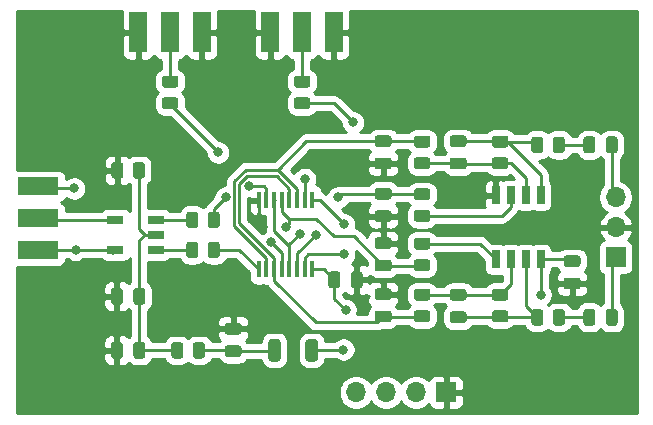
<source format=gbr>
%TF.GenerationSoftware,KiCad,Pcbnew,5.1.9-5.1.9*%
%TF.CreationDate,2021-02-06T15:34:09+03:00*%
%TF.ProjectId,qddc,71646463-2e6b-4696-9361-645f70636258,rev?*%
%TF.SameCoordinates,Original*%
%TF.FileFunction,Copper,L1,Top*%
%TF.FilePolarity,Positive*%
%FSLAX46Y46*%
G04 Gerber Fmt 4.6, Leading zero omitted, Abs format (unit mm)*
G04 Created by KiCad (PCBNEW 5.1.9-5.1.9) date 2021-02-06 15:34:09*
%MOMM*%
%LPD*%
G01*
G04 APERTURE LIST*
%TA.AperFunction,SMDPad,CuDef*%
%ADD10R,1.500000X3.500000*%
%TD*%
%TA.AperFunction,SMDPad,CuDef*%
%ADD11R,3.500000X1.500000*%
%TD*%
%TA.AperFunction,ComponentPad*%
%ADD12O,1.700000X1.700000*%
%TD*%
%TA.AperFunction,ComponentPad*%
%ADD13R,1.700000X1.700000*%
%TD*%
%TA.AperFunction,SMDPad,CuDef*%
%ADD14R,0.650000X1.528000*%
%TD*%
%TA.AperFunction,SMDPad,CuDef*%
%ADD15R,0.450000X1.450000*%
%TD*%
%TA.AperFunction,SMDPad,CuDef*%
%ADD16R,1.400000X0.760000*%
%TD*%
%TA.AperFunction,ViaPad*%
%ADD17C,0.800000*%
%TD*%
%TA.AperFunction,Conductor*%
%ADD18C,0.250000*%
%TD*%
%TA.AperFunction,Conductor*%
%ADD19C,0.254000*%
%TD*%
%TA.AperFunction,Conductor*%
%ADD20C,0.100000*%
%TD*%
G04 APERTURE END LIST*
D10*
%TO.P,Cos,G2*%
%TO.N,GND*%
X123792000Y-88900000D03*
%TO.P,Cos,G1*%
X129192000Y-88900000D03*
%TO.P,Cos,1*%
%TO.N,Net-(J1-Pad1)*%
X126492000Y-88900000D03*
%TD*%
%TO.P,Sin,G2*%
%TO.N,GND*%
X112616000Y-88900000D03*
%TO.P,Sin,G1*%
X118016000Y-88900000D03*
%TO.P,Sin,1*%
%TO.N,Net-(J2-Pad1)*%
X115316000Y-88900000D03*
%TD*%
D11*
%TO.P,RF,G2*%
%TO.N,Net-(J3-PadG1)*%
X104140000Y-107348000D03*
%TO.P,RF,G1*%
X104140000Y-101948000D03*
%TO.P,RF,1*%
%TO.N,Net-(J3-Pad1)*%
X104140000Y-104648000D03*
%TD*%
D12*
%TO.P,Out,3*%
%TO.N,Net-(C12-Pad1)*%
X153035000Y-102870000D03*
%TO.P,Out,2*%
%TO.N,GND*%
X153035000Y-105410000D03*
D13*
%TO.P,Out,1*%
%TO.N,Net-(C13-Pad1)*%
X153035000Y-107950000D03*
%TD*%
%TO.P,C5,1*%
%TO.N,GND*%
%TA.AperFunction,SMDPad,CuDef*%
G36*
G01*
X133825000Y-100510000D02*
X132875000Y-100510000D01*
G75*
G02*
X132625000Y-100260000I0J250000D01*
G01*
X132625000Y-99760000D01*
G75*
G02*
X132875000Y-99510000I250000J0D01*
G01*
X133825000Y-99510000D01*
G75*
G02*
X134075000Y-99760000I0J-250000D01*
G01*
X134075000Y-100260000D01*
G75*
G02*
X133825000Y-100510000I-250000J0D01*
G01*
G37*
%TD.AperFunction*%
%TO.P,C5,2*%
%TO.N,Net-(C5-Pad2)*%
%TA.AperFunction,SMDPad,CuDef*%
G36*
G01*
X133825000Y-98610000D02*
X132875000Y-98610000D01*
G75*
G02*
X132625000Y-98360000I0J250000D01*
G01*
X132625000Y-97860000D01*
G75*
G02*
X132875000Y-97610000I250000J0D01*
G01*
X133825000Y-97610000D01*
G75*
G02*
X134075000Y-97860000I0J-250000D01*
G01*
X134075000Y-98360000D01*
G75*
G02*
X133825000Y-98610000I-250000J0D01*
G01*
G37*
%TD.AperFunction*%
%TD*%
D14*
%TO.P,IC2,1*%
%TO.N,Net-(C9-Pad1)*%
X146685000Y-102699000D03*
%TO.P,IC2,2*%
%TO.N,Net-(C9-Pad2)*%
X145415000Y-102699000D03*
%TO.P,IC2,3*%
%TO.N,Net-(IC2-Pad3)*%
X144145000Y-102699000D03*
%TO.P,IC2,4*%
%TO.N,GND*%
X142875000Y-102699000D03*
%TO.P,IC2,5*%
%TO.N,Net-(IC2-Pad5)*%
X142875000Y-108121000D03*
%TO.P,IC2,6*%
%TO.N,Net-(C10-Pad1)*%
X144145000Y-108121000D03*
%TO.P,IC2,7*%
%TO.N,Net-(C10-Pad2)*%
X145415000Y-108121000D03*
%TO.P,IC2,8*%
%TO.N,VAA*%
X146685000Y-108121000D03*
%TD*%
%TO.P,C1,1*%
%TO.N,Net-(C1-Pad1)*%
%TA.AperFunction,SMDPad,CuDef*%
G36*
G01*
X113210000Y-110777000D02*
X113210000Y-111727000D01*
G75*
G02*
X112960000Y-111977000I-250000J0D01*
G01*
X112460000Y-111977000D01*
G75*
G02*
X112210000Y-111727000I0J250000D01*
G01*
X112210000Y-110777000D01*
G75*
G02*
X112460000Y-110527000I250000J0D01*
G01*
X112960000Y-110527000D01*
G75*
G02*
X113210000Y-110777000I0J-250000D01*
G01*
G37*
%TD.AperFunction*%
%TO.P,C1,2*%
%TO.N,GND*%
%TA.AperFunction,SMDPad,CuDef*%
G36*
G01*
X111310000Y-110777000D02*
X111310000Y-111727000D01*
G75*
G02*
X111060000Y-111977000I-250000J0D01*
G01*
X110560000Y-111977000D01*
G75*
G02*
X110310000Y-111727000I0J250000D01*
G01*
X110310000Y-110777000D01*
G75*
G02*
X110560000Y-110527000I250000J0D01*
G01*
X111060000Y-110527000D01*
G75*
G02*
X111310000Y-110777000I0J-250000D01*
G01*
G37*
%TD.AperFunction*%
%TD*%
%TO.P,C2,2*%
%TO.N,GND*%
%TA.AperFunction,SMDPad,CuDef*%
G36*
G01*
X111310000Y-115349000D02*
X111310000Y-116299000D01*
G75*
G02*
X111060000Y-116549000I-250000J0D01*
G01*
X110560000Y-116549000D01*
G75*
G02*
X110310000Y-116299000I0J250000D01*
G01*
X110310000Y-115349000D01*
G75*
G02*
X110560000Y-115099000I250000J0D01*
G01*
X111060000Y-115099000D01*
G75*
G02*
X111310000Y-115349000I0J-250000D01*
G01*
G37*
%TD.AperFunction*%
%TO.P,C2,1*%
%TO.N,Net-(C1-Pad1)*%
%TA.AperFunction,SMDPad,CuDef*%
G36*
G01*
X113210000Y-115349000D02*
X113210000Y-116299000D01*
G75*
G02*
X112960000Y-116549000I-250000J0D01*
G01*
X112460000Y-116549000D01*
G75*
G02*
X112210000Y-116299000I0J250000D01*
G01*
X112210000Y-115349000D01*
G75*
G02*
X112460000Y-115099000I250000J0D01*
G01*
X112960000Y-115099000D01*
G75*
G02*
X113210000Y-115349000I0J-250000D01*
G01*
G37*
%TD.AperFunction*%
%TD*%
%TO.P,C3,2*%
%TO.N,GND*%
%TA.AperFunction,SMDPad,CuDef*%
G36*
G01*
X121125000Y-114485000D02*
X120175000Y-114485000D01*
G75*
G02*
X119925000Y-114235000I0J250000D01*
G01*
X119925000Y-113735000D01*
G75*
G02*
X120175000Y-113485000I250000J0D01*
G01*
X121125000Y-113485000D01*
G75*
G02*
X121375000Y-113735000I0J-250000D01*
G01*
X121375000Y-114235000D01*
G75*
G02*
X121125000Y-114485000I-250000J0D01*
G01*
G37*
%TD.AperFunction*%
%TO.P,C3,1*%
%TO.N,Net-(C3-Pad1)*%
%TA.AperFunction,SMDPad,CuDef*%
G36*
G01*
X121125000Y-116385000D02*
X120175000Y-116385000D01*
G75*
G02*
X119925000Y-116135000I0J250000D01*
G01*
X119925000Y-115635000D01*
G75*
G02*
X120175000Y-115385000I250000J0D01*
G01*
X121125000Y-115385000D01*
G75*
G02*
X121375000Y-115635000I0J-250000D01*
G01*
X121375000Y-116135000D01*
G75*
G02*
X121125000Y-116385000I-250000J0D01*
G01*
G37*
%TD.AperFunction*%
%TD*%
%TO.P,C4,2*%
%TO.N,VCC*%
%TA.AperFunction,SMDPad,CuDef*%
G36*
G01*
X129725000Y-109380000D02*
X129725000Y-110330000D01*
G75*
G02*
X129475000Y-110580000I-250000J0D01*
G01*
X128975000Y-110580000D01*
G75*
G02*
X128725000Y-110330000I0J250000D01*
G01*
X128725000Y-109380000D01*
G75*
G02*
X128975000Y-109130000I250000J0D01*
G01*
X129475000Y-109130000D01*
G75*
G02*
X129725000Y-109380000I0J-250000D01*
G01*
G37*
%TD.AperFunction*%
%TO.P,C4,1*%
%TO.N,GND*%
%TA.AperFunction,SMDPad,CuDef*%
G36*
G01*
X131625000Y-109380000D02*
X131625000Y-110330000D01*
G75*
G02*
X131375000Y-110580000I-250000J0D01*
G01*
X130875000Y-110580000D01*
G75*
G02*
X130625000Y-110330000I0J250000D01*
G01*
X130625000Y-109380000D01*
G75*
G02*
X130875000Y-109130000I250000J0D01*
G01*
X131375000Y-109130000D01*
G75*
G02*
X131625000Y-109380000I0J-250000D01*
G01*
G37*
%TD.AperFunction*%
%TD*%
%TO.P,C6,1*%
%TO.N,Net-(C6-Pad1)*%
%TA.AperFunction,SMDPad,CuDef*%
G36*
G01*
X133825000Y-113464000D02*
X132875000Y-113464000D01*
G75*
G02*
X132625000Y-113214000I0J250000D01*
G01*
X132625000Y-112714000D01*
G75*
G02*
X132875000Y-112464000I250000J0D01*
G01*
X133825000Y-112464000D01*
G75*
G02*
X134075000Y-112714000I0J-250000D01*
G01*
X134075000Y-113214000D01*
G75*
G02*
X133825000Y-113464000I-250000J0D01*
G01*
G37*
%TD.AperFunction*%
%TO.P,C6,2*%
%TO.N,GND*%
%TA.AperFunction,SMDPad,CuDef*%
G36*
G01*
X133825000Y-111564000D02*
X132875000Y-111564000D01*
G75*
G02*
X132625000Y-111314000I0J250000D01*
G01*
X132625000Y-110814000D01*
G75*
G02*
X132875000Y-110564000I250000J0D01*
G01*
X133825000Y-110564000D01*
G75*
G02*
X134075000Y-110814000I0J-250000D01*
G01*
X134075000Y-111314000D01*
G75*
G02*
X133825000Y-111564000I-250000J0D01*
G01*
G37*
%TD.AperFunction*%
%TD*%
%TO.P,C7,2*%
%TO.N,Net-(C7-Pad2)*%
%TA.AperFunction,SMDPad,CuDef*%
G36*
G01*
X133825000Y-103055000D02*
X132875000Y-103055000D01*
G75*
G02*
X132625000Y-102805000I0J250000D01*
G01*
X132625000Y-102305000D01*
G75*
G02*
X132875000Y-102055000I250000J0D01*
G01*
X133825000Y-102055000D01*
G75*
G02*
X134075000Y-102305000I0J-250000D01*
G01*
X134075000Y-102805000D01*
G75*
G02*
X133825000Y-103055000I-250000J0D01*
G01*
G37*
%TD.AperFunction*%
%TO.P,C7,1*%
%TO.N,GND*%
%TA.AperFunction,SMDPad,CuDef*%
G36*
G01*
X133825000Y-104955000D02*
X132875000Y-104955000D01*
G75*
G02*
X132625000Y-104705000I0J250000D01*
G01*
X132625000Y-104205000D01*
G75*
G02*
X132875000Y-103955000I250000J0D01*
G01*
X133825000Y-103955000D01*
G75*
G02*
X134075000Y-104205000I0J-250000D01*
G01*
X134075000Y-104705000D01*
G75*
G02*
X133825000Y-104955000I-250000J0D01*
G01*
G37*
%TD.AperFunction*%
%TD*%
%TO.P,C8,1*%
%TO.N,Net-(C8-Pad1)*%
%TA.AperFunction,SMDPad,CuDef*%
G36*
G01*
X133825000Y-109146000D02*
X132875000Y-109146000D01*
G75*
G02*
X132625000Y-108896000I0J250000D01*
G01*
X132625000Y-108396000D01*
G75*
G02*
X132875000Y-108146000I250000J0D01*
G01*
X133825000Y-108146000D01*
G75*
G02*
X134075000Y-108396000I0J-250000D01*
G01*
X134075000Y-108896000D01*
G75*
G02*
X133825000Y-109146000I-250000J0D01*
G01*
G37*
%TD.AperFunction*%
%TO.P,C8,2*%
%TO.N,GND*%
%TA.AperFunction,SMDPad,CuDef*%
G36*
G01*
X133825000Y-107246000D02*
X132875000Y-107246000D01*
G75*
G02*
X132625000Y-106996000I0J250000D01*
G01*
X132625000Y-106496000D01*
G75*
G02*
X132875000Y-106246000I250000J0D01*
G01*
X133825000Y-106246000D01*
G75*
G02*
X134075000Y-106496000I0J-250000D01*
G01*
X134075000Y-106996000D01*
G75*
G02*
X133825000Y-107246000I-250000J0D01*
G01*
G37*
%TD.AperFunction*%
%TD*%
%TO.P,C9,1*%
%TO.N,Net-(C9-Pad1)*%
%TA.AperFunction,SMDPad,CuDef*%
G36*
G01*
X139225000Y-97610000D02*
X140175000Y-97610000D01*
G75*
G02*
X140425000Y-97860000I0J-250000D01*
G01*
X140425000Y-98360000D01*
G75*
G02*
X140175000Y-98610000I-250000J0D01*
G01*
X139225000Y-98610000D01*
G75*
G02*
X138975000Y-98360000I0J250000D01*
G01*
X138975000Y-97860000D01*
G75*
G02*
X139225000Y-97610000I250000J0D01*
G01*
G37*
%TD.AperFunction*%
%TO.P,C9,2*%
%TO.N,Net-(C9-Pad2)*%
%TA.AperFunction,SMDPad,CuDef*%
G36*
G01*
X139225000Y-99510000D02*
X140175000Y-99510000D01*
G75*
G02*
X140425000Y-99760000I0J-250000D01*
G01*
X140425000Y-100260000D01*
G75*
G02*
X140175000Y-100510000I-250000J0D01*
G01*
X139225000Y-100510000D01*
G75*
G02*
X138975000Y-100260000I0J250000D01*
G01*
X138975000Y-99760000D01*
G75*
G02*
X139225000Y-99510000I250000J0D01*
G01*
G37*
%TD.AperFunction*%
%TD*%
%TO.P,C10,2*%
%TO.N,Net-(C10-Pad2)*%
%TA.AperFunction,SMDPad,CuDef*%
G36*
G01*
X139225000Y-112525000D02*
X140175000Y-112525000D01*
G75*
G02*
X140425000Y-112775000I0J-250000D01*
G01*
X140425000Y-113275000D01*
G75*
G02*
X140175000Y-113525000I-250000J0D01*
G01*
X139225000Y-113525000D01*
G75*
G02*
X138975000Y-113275000I0J250000D01*
G01*
X138975000Y-112775000D01*
G75*
G02*
X139225000Y-112525000I250000J0D01*
G01*
G37*
%TD.AperFunction*%
%TO.P,C10,1*%
%TO.N,Net-(C10-Pad1)*%
%TA.AperFunction,SMDPad,CuDef*%
G36*
G01*
X139225000Y-110625000D02*
X140175000Y-110625000D01*
G75*
G02*
X140425000Y-110875000I0J-250000D01*
G01*
X140425000Y-111375000D01*
G75*
G02*
X140175000Y-111625000I-250000J0D01*
G01*
X139225000Y-111625000D01*
G75*
G02*
X138975000Y-111375000I0J250000D01*
G01*
X138975000Y-110875000D01*
G75*
G02*
X139225000Y-110625000I250000J0D01*
G01*
G37*
%TD.AperFunction*%
%TD*%
%TO.P,C11,1*%
%TO.N,GND*%
%TA.AperFunction,SMDPad,CuDef*%
G36*
G01*
X149827000Y-110670000D02*
X148877000Y-110670000D01*
G75*
G02*
X148627000Y-110420000I0J250000D01*
G01*
X148627000Y-109920000D01*
G75*
G02*
X148877000Y-109670000I250000J0D01*
G01*
X149827000Y-109670000D01*
G75*
G02*
X150077000Y-109920000I0J-250000D01*
G01*
X150077000Y-110420000D01*
G75*
G02*
X149827000Y-110670000I-250000J0D01*
G01*
G37*
%TD.AperFunction*%
%TO.P,C11,2*%
%TO.N,VAA*%
%TA.AperFunction,SMDPad,CuDef*%
G36*
G01*
X149827000Y-108770000D02*
X148877000Y-108770000D01*
G75*
G02*
X148627000Y-108520000I0J250000D01*
G01*
X148627000Y-108020000D01*
G75*
G02*
X148877000Y-107770000I250000J0D01*
G01*
X149827000Y-107770000D01*
G75*
G02*
X150077000Y-108020000I0J-250000D01*
G01*
X150077000Y-108520000D01*
G75*
G02*
X149827000Y-108770000I-250000J0D01*
G01*
G37*
%TD.AperFunction*%
%TD*%
%TO.P,C12,2*%
%TO.N,Net-(C12-Pad2)*%
%TA.AperFunction,SMDPad,CuDef*%
G36*
G01*
X151315000Y-97950000D02*
X151315000Y-98900000D01*
G75*
G02*
X151065000Y-99150000I-250000J0D01*
G01*
X150565000Y-99150000D01*
G75*
G02*
X150315000Y-98900000I0J250000D01*
G01*
X150315000Y-97950000D01*
G75*
G02*
X150565000Y-97700000I250000J0D01*
G01*
X151065000Y-97700000D01*
G75*
G02*
X151315000Y-97950000I0J-250000D01*
G01*
G37*
%TD.AperFunction*%
%TO.P,C12,1*%
%TO.N,Net-(C12-Pad1)*%
%TA.AperFunction,SMDPad,CuDef*%
G36*
G01*
X153215000Y-97950000D02*
X153215000Y-98900000D01*
G75*
G02*
X152965000Y-99150000I-250000J0D01*
G01*
X152465000Y-99150000D01*
G75*
G02*
X152215000Y-98900000I0J250000D01*
G01*
X152215000Y-97950000D01*
G75*
G02*
X152465000Y-97700000I250000J0D01*
G01*
X152965000Y-97700000D01*
G75*
G02*
X153215000Y-97950000I0J-250000D01*
G01*
G37*
%TD.AperFunction*%
%TD*%
%TO.P,C13,1*%
%TO.N,Net-(C13-Pad1)*%
%TA.AperFunction,SMDPad,CuDef*%
G36*
G01*
X153215000Y-112555000D02*
X153215000Y-113505000D01*
G75*
G02*
X152965000Y-113755000I-250000J0D01*
G01*
X152465000Y-113755000D01*
G75*
G02*
X152215000Y-113505000I0J250000D01*
G01*
X152215000Y-112555000D01*
G75*
G02*
X152465000Y-112305000I250000J0D01*
G01*
X152965000Y-112305000D01*
G75*
G02*
X153215000Y-112555000I0J-250000D01*
G01*
G37*
%TD.AperFunction*%
%TO.P,C13,2*%
%TO.N,Net-(C13-Pad2)*%
%TA.AperFunction,SMDPad,CuDef*%
G36*
G01*
X151315000Y-112555000D02*
X151315000Y-113505000D01*
G75*
G02*
X151065000Y-113755000I-250000J0D01*
G01*
X150565000Y-113755000D01*
G75*
G02*
X150315000Y-113505000I0J250000D01*
G01*
X150315000Y-112555000D01*
G75*
G02*
X150565000Y-112305000I250000J0D01*
G01*
X151065000Y-112305000D01*
G75*
G02*
X151315000Y-112555000I0J-250000D01*
G01*
G37*
%TD.AperFunction*%
%TD*%
D15*
%TO.P,IC1,1*%
%TO.N,PTT*%
X127370000Y-103120000D03*
%TO.P,IC1,2*%
%TO.N,Net-(IC1-Pad2)*%
X126720000Y-103120000D03*
%TO.P,IC1,3*%
%TO.N,Net-(C5-Pad2)*%
X126070000Y-103120000D03*
%TO.P,IC1,4*%
%TO.N,Net-(C6-Pad1)*%
X125420000Y-103120000D03*
%TO.P,IC1,5*%
%TO.N,Net-(C8-Pad1)*%
X124770000Y-103120000D03*
%TO.P,IC1,6*%
%TO.N,Net-(C7-Pad2)*%
X124120000Y-103120000D03*
%TO.P,IC1,7*%
%TO.N,Net-(IC1-Pad7)*%
X123470000Y-103120000D03*
%TO.P,IC1,8*%
%TO.N,GND*%
X122820000Y-103120000D03*
%TO.P,IC1,9*%
%TO.N,Net-(IC1-Pad9)*%
X122820000Y-108970000D03*
%TO.P,IC1,10*%
%TO.N,Net-(C5-Pad2)*%
X123470000Y-108970000D03*
%TO.P,IC1,11*%
%TO.N,Net-(C6-Pad1)*%
X124120000Y-108970000D03*
%TO.P,IC1,12*%
%TO.N,Net-(C8-Pad1)*%
X124770000Y-108970000D03*
%TO.P,IC1,13*%
%TO.N,Net-(C7-Pad2)*%
X125420000Y-108970000D03*
%TO.P,IC1,14*%
%TO.N,Net-(IC1-Pad14)*%
X126070000Y-108970000D03*
%TO.P,IC1,15*%
%TO.N,PTT*%
X126720000Y-108970000D03*
%TO.P,IC1,16*%
%TO.N,VCC*%
X127370000Y-108970000D03*
%TD*%
D13*
%TO.P,PWR,1*%
%TO.N,GND*%
X138684000Y-119380000D03*
D12*
%TO.P,PWR,2*%
%TO.N,VAA*%
X136144000Y-119380000D03*
%TO.P,PWR,3*%
%TO.N,VCC*%
X133604000Y-119380000D03*
%TO.P,PWR,4*%
%TO.N,PTT*%
X131064000Y-119380000D03*
%TD*%
%TO.P,L1,1*%
%TO.N,Net-(C3-Pad1)*%
%TA.AperFunction,SMDPad,CuDef*%
G36*
G01*
X123630000Y-116524001D02*
X123630000Y-115123999D01*
G75*
G02*
X123879999Y-114874000I249999J0D01*
G01*
X124430001Y-114874000D01*
G75*
G02*
X124680000Y-115123999I0J-249999D01*
G01*
X124680000Y-116524001D01*
G75*
G02*
X124430001Y-116774000I-249999J0D01*
G01*
X123879999Y-116774000D01*
G75*
G02*
X123630000Y-116524001I0J249999D01*
G01*
G37*
%TD.AperFunction*%
%TO.P,L1,2*%
%TO.N,VCC*%
%TA.AperFunction,SMDPad,CuDef*%
G36*
G01*
X126780000Y-116524001D02*
X126780000Y-115123999D01*
G75*
G02*
X127029999Y-114874000I249999J0D01*
G01*
X127580001Y-114874000D01*
G75*
G02*
X127830000Y-115123999I0J-249999D01*
G01*
X127830000Y-116524001D01*
G75*
G02*
X127580001Y-116774000I-249999J0D01*
G01*
X127029999Y-116774000D01*
G75*
G02*
X126780000Y-116524001I0J249999D01*
G01*
G37*
%TD.AperFunction*%
%TD*%
%TO.P,R1,2*%
%TO.N,Net-(J1-Pad1)*%
%TA.AperFunction,SMDPad,CuDef*%
G36*
G01*
X126942002Y-93580000D02*
X126041998Y-93580000D01*
G75*
G02*
X125792000Y-93330002I0J249998D01*
G01*
X125792000Y-92804998D01*
G75*
G02*
X126041998Y-92555000I249998J0D01*
G01*
X126942002Y-92555000D01*
G75*
G02*
X127192000Y-92804998I0J-249998D01*
G01*
X127192000Y-93330002D01*
G75*
G02*
X126942002Y-93580000I-249998J0D01*
G01*
G37*
%TD.AperFunction*%
%TO.P,R1,1*%
%TO.N,Net-(IC1-Pad14)*%
%TA.AperFunction,SMDPad,CuDef*%
G36*
G01*
X126942002Y-95405000D02*
X126041998Y-95405000D01*
G75*
G02*
X125792000Y-95155002I0J249998D01*
G01*
X125792000Y-94629998D01*
G75*
G02*
X126041998Y-94380000I249998J0D01*
G01*
X126942002Y-94380000D01*
G75*
G02*
X127192000Y-94629998I0J-249998D01*
G01*
X127192000Y-95155002D01*
G75*
G02*
X126942002Y-95405000I-249998J0D01*
G01*
G37*
%TD.AperFunction*%
%TD*%
%TO.P,R2,1*%
%TO.N,Net-(IC1-Pad2)*%
%TA.AperFunction,SMDPad,CuDef*%
G36*
G01*
X115766002Y-95405000D02*
X114865998Y-95405000D01*
G75*
G02*
X114616000Y-95155002I0J249998D01*
G01*
X114616000Y-94629998D01*
G75*
G02*
X114865998Y-94380000I249998J0D01*
G01*
X115766002Y-94380000D01*
G75*
G02*
X116016000Y-94629998I0J-249998D01*
G01*
X116016000Y-95155002D01*
G75*
G02*
X115766002Y-95405000I-249998J0D01*
G01*
G37*
%TD.AperFunction*%
%TO.P,R2,2*%
%TO.N,Net-(J2-Pad1)*%
%TA.AperFunction,SMDPad,CuDef*%
G36*
G01*
X115766002Y-93580000D02*
X114865998Y-93580000D01*
G75*
G02*
X114616000Y-93330002I0J249998D01*
G01*
X114616000Y-92804998D01*
G75*
G02*
X114865998Y-92555000I249998J0D01*
G01*
X115766002Y-92555000D01*
G75*
G02*
X116016000Y-92804998I0J-249998D01*
G01*
X116016000Y-93330002D01*
G75*
G02*
X115766002Y-93580000I-249998J0D01*
G01*
G37*
%TD.AperFunction*%
%TD*%
%TO.P,R3,1*%
%TO.N,Net-(IC1-Pad7)*%
%TA.AperFunction,SMDPad,CuDef*%
G36*
G01*
X119535000Y-104324998D02*
X119535000Y-105225002D01*
G75*
G02*
X119285002Y-105475000I-249998J0D01*
G01*
X118759998Y-105475000D01*
G75*
G02*
X118510000Y-105225002I0J249998D01*
G01*
X118510000Y-104324998D01*
G75*
G02*
X118759998Y-104075000I249998J0D01*
G01*
X119285002Y-104075000D01*
G75*
G02*
X119535000Y-104324998I0J-249998D01*
G01*
G37*
%TD.AperFunction*%
%TO.P,R3,2*%
%TO.N,Net-(R3-Pad2)*%
%TA.AperFunction,SMDPad,CuDef*%
G36*
G01*
X117710000Y-104324998D02*
X117710000Y-105225002D01*
G75*
G02*
X117460002Y-105475000I-249998J0D01*
G01*
X116934998Y-105475000D01*
G75*
G02*
X116685000Y-105225002I0J249998D01*
G01*
X116685000Y-104324998D01*
G75*
G02*
X116934998Y-104075000I249998J0D01*
G01*
X117460002Y-104075000D01*
G75*
G02*
X117710000Y-104324998I0J-249998D01*
G01*
G37*
%TD.AperFunction*%
%TD*%
%TO.P,R4,2*%
%TO.N,Net-(R4-Pad2)*%
%TA.AperFunction,SMDPad,CuDef*%
G36*
G01*
X117710000Y-106864998D02*
X117710000Y-107765002D01*
G75*
G02*
X117460002Y-108015000I-249998J0D01*
G01*
X116934998Y-108015000D01*
G75*
G02*
X116685000Y-107765002I0J249998D01*
G01*
X116685000Y-106864998D01*
G75*
G02*
X116934998Y-106615000I249998J0D01*
G01*
X117460002Y-106615000D01*
G75*
G02*
X117710000Y-106864998I0J-249998D01*
G01*
G37*
%TD.AperFunction*%
%TO.P,R4,1*%
%TO.N,Net-(IC1-Pad9)*%
%TA.AperFunction,SMDPad,CuDef*%
G36*
G01*
X119535000Y-106864998D02*
X119535000Y-107765002D01*
G75*
G02*
X119285002Y-108015000I-249998J0D01*
G01*
X118759998Y-108015000D01*
G75*
G02*
X118510000Y-107765002I0J249998D01*
G01*
X118510000Y-106864998D01*
G75*
G02*
X118759998Y-106615000I249998J0D01*
G01*
X119285002Y-106615000D01*
G75*
G02*
X119535000Y-106864998I0J-249998D01*
G01*
G37*
%TD.AperFunction*%
%TD*%
%TO.P,R5,2*%
%TO.N,Net-(C1-Pad1)*%
%TA.AperFunction,SMDPad,CuDef*%
G36*
G01*
X116440000Y-115373998D02*
X116440000Y-116274002D01*
G75*
G02*
X116190002Y-116524000I-249998J0D01*
G01*
X115664998Y-116524000D01*
G75*
G02*
X115415000Y-116274002I0J249998D01*
G01*
X115415000Y-115373998D01*
G75*
G02*
X115664998Y-115124000I249998J0D01*
G01*
X116190002Y-115124000D01*
G75*
G02*
X116440000Y-115373998I0J-249998D01*
G01*
G37*
%TD.AperFunction*%
%TO.P,R5,1*%
%TO.N,Net-(C3-Pad1)*%
%TA.AperFunction,SMDPad,CuDef*%
G36*
G01*
X118265000Y-115373998D02*
X118265000Y-116274002D01*
G75*
G02*
X118015002Y-116524000I-249998J0D01*
G01*
X117489998Y-116524000D01*
G75*
G02*
X117240000Y-116274002I0J249998D01*
G01*
X117240000Y-115373998D01*
G75*
G02*
X117489998Y-115124000I249998J0D01*
G01*
X118015002Y-115124000D01*
G75*
G02*
X118265000Y-115373998I0J-249998D01*
G01*
G37*
%TD.AperFunction*%
%TD*%
%TO.P,R6,1*%
%TO.N,Net-(C1-Pad1)*%
%TA.AperFunction,SMDPad,CuDef*%
G36*
G01*
X113185000Y-100133998D02*
X113185000Y-101034002D01*
G75*
G02*
X112935002Y-101284000I-249998J0D01*
G01*
X112409998Y-101284000D01*
G75*
G02*
X112160000Y-101034002I0J249998D01*
G01*
X112160000Y-100133998D01*
G75*
G02*
X112409998Y-99884000I249998J0D01*
G01*
X112935002Y-99884000D01*
G75*
G02*
X113185000Y-100133998I0J-249998D01*
G01*
G37*
%TD.AperFunction*%
%TO.P,R6,2*%
%TO.N,GND*%
%TA.AperFunction,SMDPad,CuDef*%
G36*
G01*
X111360000Y-100133998D02*
X111360000Y-101034002D01*
G75*
G02*
X111110002Y-101284000I-249998J0D01*
G01*
X110584998Y-101284000D01*
G75*
G02*
X110335000Y-101034002I0J249998D01*
G01*
X110335000Y-100133998D01*
G75*
G02*
X110584998Y-99884000I249998J0D01*
G01*
X111110002Y-99884000D01*
G75*
G02*
X111360000Y-100133998I0J-249998D01*
G01*
G37*
%TD.AperFunction*%
%TD*%
%TO.P,R7,1*%
%TO.N,Net-(IC2-Pad3)*%
%TA.AperFunction,SMDPad,CuDef*%
G36*
G01*
X137102002Y-104953500D02*
X136201998Y-104953500D01*
G75*
G02*
X135952000Y-104703502I0J249998D01*
G01*
X135952000Y-104178498D01*
G75*
G02*
X136201998Y-103928500I249998J0D01*
G01*
X137102002Y-103928500D01*
G75*
G02*
X137352000Y-104178498I0J-249998D01*
G01*
X137352000Y-104703502D01*
G75*
G02*
X137102002Y-104953500I-249998J0D01*
G01*
G37*
%TD.AperFunction*%
%TO.P,R7,2*%
%TO.N,Net-(C7-Pad2)*%
%TA.AperFunction,SMDPad,CuDef*%
G36*
G01*
X137102002Y-103128500D02*
X136201998Y-103128500D01*
G75*
G02*
X135952000Y-102878502I0J249998D01*
G01*
X135952000Y-102353498D01*
G75*
G02*
X136201998Y-102103500I249998J0D01*
G01*
X137102002Y-102103500D01*
G75*
G02*
X137352000Y-102353498I0J-249998D01*
G01*
X137352000Y-102878502D01*
G75*
G02*
X137102002Y-103128500I-249998J0D01*
G01*
G37*
%TD.AperFunction*%
%TD*%
%TO.P,R8,2*%
%TO.N,Net-(C5-Pad2)*%
%TA.AperFunction,SMDPad,CuDef*%
G36*
G01*
X137102002Y-98660000D02*
X136201998Y-98660000D01*
G75*
G02*
X135952000Y-98410002I0J249998D01*
G01*
X135952000Y-97884998D01*
G75*
G02*
X136201998Y-97635000I249998J0D01*
G01*
X137102002Y-97635000D01*
G75*
G02*
X137352000Y-97884998I0J-249998D01*
G01*
X137352000Y-98410002D01*
G75*
G02*
X137102002Y-98660000I-249998J0D01*
G01*
G37*
%TD.AperFunction*%
%TO.P,R8,1*%
%TO.N,Net-(C9-Pad2)*%
%TA.AperFunction,SMDPad,CuDef*%
G36*
G01*
X137102002Y-100485000D02*
X136201998Y-100485000D01*
G75*
G02*
X135952000Y-100235002I0J249998D01*
G01*
X135952000Y-99709998D01*
G75*
G02*
X136201998Y-99460000I249998J0D01*
G01*
X137102002Y-99460000D01*
G75*
G02*
X137352000Y-99709998I0J-249998D01*
G01*
X137352000Y-100235002D01*
G75*
G02*
X137102002Y-100485000I-249998J0D01*
G01*
G37*
%TD.AperFunction*%
%TD*%
%TO.P,R9,1*%
%TO.N,Net-(IC2-Pad5)*%
%TA.AperFunction,SMDPad,CuDef*%
G36*
G01*
X136201998Y-106271000D02*
X137102002Y-106271000D01*
G75*
G02*
X137352000Y-106520998I0J-249998D01*
G01*
X137352000Y-107046002D01*
G75*
G02*
X137102002Y-107296000I-249998J0D01*
G01*
X136201998Y-107296000D01*
G75*
G02*
X135952000Y-107046002I0J249998D01*
G01*
X135952000Y-106520998D01*
G75*
G02*
X136201998Y-106271000I249998J0D01*
G01*
G37*
%TD.AperFunction*%
%TO.P,R9,2*%
%TO.N,Net-(C8-Pad1)*%
%TA.AperFunction,SMDPad,CuDef*%
G36*
G01*
X136201998Y-108096000D02*
X137102002Y-108096000D01*
G75*
G02*
X137352000Y-108345998I0J-249998D01*
G01*
X137352000Y-108871002D01*
G75*
G02*
X137102002Y-109121000I-249998J0D01*
G01*
X136201998Y-109121000D01*
G75*
G02*
X135952000Y-108871002I0J249998D01*
G01*
X135952000Y-108345998D01*
G75*
G02*
X136201998Y-108096000I249998J0D01*
G01*
G37*
%TD.AperFunction*%
%TD*%
%TO.P,R10,2*%
%TO.N,Net-(C6-Pad1)*%
%TA.AperFunction,SMDPad,CuDef*%
G36*
G01*
X136201998Y-112414000D02*
X137102002Y-112414000D01*
G75*
G02*
X137352000Y-112663998I0J-249998D01*
G01*
X137352000Y-113189002D01*
G75*
G02*
X137102002Y-113439000I-249998J0D01*
G01*
X136201998Y-113439000D01*
G75*
G02*
X135952000Y-113189002I0J249998D01*
G01*
X135952000Y-112663998D01*
G75*
G02*
X136201998Y-112414000I249998J0D01*
G01*
G37*
%TD.AperFunction*%
%TO.P,R10,1*%
%TO.N,Net-(C10-Pad1)*%
%TA.AperFunction,SMDPad,CuDef*%
G36*
G01*
X136201998Y-110589000D02*
X137102002Y-110589000D01*
G75*
G02*
X137352000Y-110838998I0J-249998D01*
G01*
X137352000Y-111364002D01*
G75*
G02*
X137102002Y-111614000I-249998J0D01*
G01*
X136201998Y-111614000D01*
G75*
G02*
X135952000Y-111364002I0J249998D01*
G01*
X135952000Y-110838998D01*
G75*
G02*
X136201998Y-110589000I249998J0D01*
G01*
G37*
%TD.AperFunction*%
%TD*%
%TO.P,R11,2*%
%TO.N,Net-(C9-Pad2)*%
%TA.AperFunction,SMDPad,CuDef*%
G36*
G01*
X142805998Y-99460000D02*
X143706002Y-99460000D01*
G75*
G02*
X143956000Y-99709998I0J-249998D01*
G01*
X143956000Y-100235002D01*
G75*
G02*
X143706002Y-100485000I-249998J0D01*
G01*
X142805998Y-100485000D01*
G75*
G02*
X142556000Y-100235002I0J249998D01*
G01*
X142556000Y-99709998D01*
G75*
G02*
X142805998Y-99460000I249998J0D01*
G01*
G37*
%TD.AperFunction*%
%TO.P,R11,1*%
%TO.N,Net-(C9-Pad1)*%
%TA.AperFunction,SMDPad,CuDef*%
G36*
G01*
X142805998Y-97635000D02*
X143706002Y-97635000D01*
G75*
G02*
X143956000Y-97884998I0J-249998D01*
G01*
X143956000Y-98410002D01*
G75*
G02*
X143706002Y-98660000I-249998J0D01*
G01*
X142805998Y-98660000D01*
G75*
G02*
X142556000Y-98410002I0J249998D01*
G01*
X142556000Y-97884998D01*
G75*
G02*
X142805998Y-97635000I249998J0D01*
G01*
G37*
%TD.AperFunction*%
%TD*%
%TO.P,R12,1*%
%TO.N,Net-(C9-Pad1)*%
%TA.AperFunction,SMDPad,CuDef*%
G36*
G01*
X145895000Y-98875002D02*
X145895000Y-97974998D01*
G75*
G02*
X146144998Y-97725000I249998J0D01*
G01*
X146670002Y-97725000D01*
G75*
G02*
X146920000Y-97974998I0J-249998D01*
G01*
X146920000Y-98875002D01*
G75*
G02*
X146670002Y-99125000I-249998J0D01*
G01*
X146144998Y-99125000D01*
G75*
G02*
X145895000Y-98875002I0J249998D01*
G01*
G37*
%TD.AperFunction*%
%TO.P,R12,2*%
%TO.N,Net-(C12-Pad2)*%
%TA.AperFunction,SMDPad,CuDef*%
G36*
G01*
X147720000Y-98875002D02*
X147720000Y-97974998D01*
G75*
G02*
X147969998Y-97725000I249998J0D01*
G01*
X148495002Y-97725000D01*
G75*
G02*
X148745000Y-97974998I0J-249998D01*
G01*
X148745000Y-98875002D01*
G75*
G02*
X148495002Y-99125000I-249998J0D01*
G01*
X147969998Y-99125000D01*
G75*
G02*
X147720000Y-98875002I0J249998D01*
G01*
G37*
%TD.AperFunction*%
%TD*%
%TO.P,R13,2*%
%TO.N,Net-(C10-Pad2)*%
%TA.AperFunction,SMDPad,CuDef*%
G36*
G01*
X146920000Y-112579998D02*
X146920000Y-113480002D01*
G75*
G02*
X146670002Y-113730000I-249998J0D01*
G01*
X146144998Y-113730000D01*
G75*
G02*
X145895000Y-113480002I0J249998D01*
G01*
X145895000Y-112579998D01*
G75*
G02*
X146144998Y-112330000I249998J0D01*
G01*
X146670002Y-112330000D01*
G75*
G02*
X146920000Y-112579998I0J-249998D01*
G01*
G37*
%TD.AperFunction*%
%TO.P,R13,1*%
%TO.N,Net-(C13-Pad2)*%
%TA.AperFunction,SMDPad,CuDef*%
G36*
G01*
X148745000Y-112579998D02*
X148745000Y-113480002D01*
G75*
G02*
X148495002Y-113730000I-249998J0D01*
G01*
X147969998Y-113730000D01*
G75*
G02*
X147720000Y-113480002I0J249998D01*
G01*
X147720000Y-112579998D01*
G75*
G02*
X147969998Y-112330000I249998J0D01*
G01*
X148495002Y-112330000D01*
G75*
G02*
X148745000Y-112579998I0J-249998D01*
G01*
G37*
%TD.AperFunction*%
%TD*%
%TO.P,R14,1*%
%TO.N,Net-(C10-Pad2)*%
%TA.AperFunction,SMDPad,CuDef*%
G36*
G01*
X143706002Y-113462500D02*
X142805998Y-113462500D01*
G75*
G02*
X142556000Y-113212502I0J249998D01*
G01*
X142556000Y-112687498D01*
G75*
G02*
X142805998Y-112437500I249998J0D01*
G01*
X143706002Y-112437500D01*
G75*
G02*
X143956000Y-112687498I0J-249998D01*
G01*
X143956000Y-113212502D01*
G75*
G02*
X143706002Y-113462500I-249998J0D01*
G01*
G37*
%TD.AperFunction*%
%TO.P,R14,2*%
%TO.N,Net-(C10-Pad1)*%
%TA.AperFunction,SMDPad,CuDef*%
G36*
G01*
X143706002Y-111637500D02*
X142805998Y-111637500D01*
G75*
G02*
X142556000Y-111387502I0J249998D01*
G01*
X142556000Y-110862498D01*
G75*
G02*
X142805998Y-110612500I249998J0D01*
G01*
X143706002Y-110612500D01*
G75*
G02*
X143956000Y-110862498I0J-249998D01*
G01*
X143956000Y-111387502D01*
G75*
G02*
X143706002Y-111637500I-249998J0D01*
G01*
G37*
%TD.AperFunction*%
%TD*%
D16*
%TO.P,T1,1*%
%TO.N,Net-(R3-Pad2)*%
X114110000Y-104775000D03*
%TO.P,T1,2*%
%TO.N,Net-(C1-Pad1)*%
X114110000Y-106045000D03*
%TO.P,T1,3*%
%TO.N,Net-(R4-Pad2)*%
X114110000Y-107315000D03*
%TO.P,T1,4*%
%TO.N,Net-(J3-PadG1)*%
X110680000Y-107315000D03*
%TO.P,T1,5*%
%TO.N,Net-(J3-Pad1)*%
X110680000Y-104775000D03*
%TD*%
D17*
%TO.N,GND*%
X123190000Y-105410000D03*
X145415000Y-93345000D03*
X120904000Y-93472000D03*
X131572000Y-93472000D03*
X138430000Y-93345000D03*
X152400000Y-93345000D03*
X152400000Y-116840000D03*
X107950000Y-98425000D03*
X107950000Y-116840000D03*
X139700000Y-102616000D03*
X139700000Y-105664000D03*
X139700000Y-108712000D03*
X115316000Y-111125000D03*
X119380000Y-111125000D03*
X107950000Y-93345000D03*
X107950000Y-112395000D03*
X145415000Y-116840000D03*
%TO.N,VCC*%
X129984500Y-115760500D03*
X130175000Y-112395000D03*
%TO.N,Net-(C7-Pad2)*%
X129540000Y-102870000D03*
X126292884Y-105972885D03*
%TO.N,Net-(C8-Pad1)*%
X125095000Y-105410000D03*
X123827653Y-106677347D03*
%TO.N,VAA*%
X146685000Y-111125000D03*
%TO.N,PTT*%
X130048004Y-105156004D03*
X130048000Y-107696000D03*
%TO.N,Net-(IC1-Pad2)*%
X126720031Y-101320031D03*
X119380000Y-99060000D03*
%TO.N,Net-(IC1-Pad7)*%
X121995819Y-101915910D03*
X120015000Y-102870000D03*
%TO.N,Net-(IC1-Pad14)*%
X127635000Y-106045000D03*
X130810000Y-96520000D03*
%TO.N,Net-(J3-PadG1)*%
X107315000Y-107315000D03*
X107188000Y-102108000D03*
%TD*%
D18*
%TO.N,Net-(C1-Pad1)*%
X113160000Y-106045000D02*
X112710000Y-106495000D01*
X112710000Y-106495000D02*
X112710000Y-111252000D01*
X113160000Y-106045000D02*
X112672500Y-105557500D01*
X114110000Y-106045000D02*
X113160000Y-106045000D01*
X112710000Y-111252000D02*
X112710000Y-115824000D01*
X112710000Y-115824000D02*
X115927500Y-115824000D01*
X112672500Y-100584000D02*
X112672500Y-105557500D01*
%TO.N,GND*%
X122820000Y-103120000D02*
X122820000Y-103240000D01*
X122820000Y-105040000D02*
X123190000Y-105410000D01*
X122820000Y-103120000D02*
X122820000Y-105040000D01*
X133583989Y-100030011D02*
X133604000Y-100010000D01*
X133387500Y-111101500D02*
X133350000Y-111064000D01*
%TO.N,Net-(C3-Pad1)*%
X120589000Y-115824000D02*
X120650000Y-115885000D01*
X117752500Y-115824000D02*
X120589000Y-115824000D01*
X124094000Y-115885000D02*
X124155000Y-115824000D01*
X120650000Y-115885000D02*
X124094000Y-115885000D01*
%TO.N,VCC*%
X128340000Y-108970000D02*
X129225000Y-109855000D01*
X127370000Y-108970000D02*
X128340000Y-108970000D01*
X129225000Y-111445000D02*
X130175000Y-112395000D01*
X129225000Y-109855000D02*
X129225000Y-111445000D01*
X129921000Y-115824000D02*
X129984500Y-115760500D01*
X127305000Y-115824000D02*
X129921000Y-115824000D01*
%TO.N,Net-(C5-Pad2)*%
X124439989Y-100514989D02*
X126070000Y-102145000D01*
X126070000Y-102145000D02*
X126070000Y-103120000D01*
X136614500Y-98110000D02*
X136652000Y-98147500D01*
X133350000Y-98110000D02*
X136614500Y-98110000D01*
X126844978Y-98110000D02*
X124439989Y-100514989D01*
X133350000Y-98110000D02*
X126844978Y-98110000D01*
X121735011Y-100514989D02*
X124439989Y-100514989D01*
X120740002Y-105265002D02*
X120740002Y-101509998D01*
X123470000Y-108970000D02*
X123470000Y-107995000D01*
X123470000Y-107995000D02*
X120740002Y-105265002D01*
X120740002Y-101509998D02*
X121735011Y-100514989D01*
%TO.N,Net-(C6-Pad1)*%
X136614500Y-112964000D02*
X136652000Y-112926500D01*
X133350000Y-112964000D02*
X136614500Y-112964000D01*
X124120000Y-109945000D02*
X124120000Y-108970000D01*
X124120000Y-109953004D02*
X124120000Y-109945000D01*
X127629825Y-113462829D02*
X124120000Y-109953004D01*
X132851171Y-113462829D02*
X127629825Y-113462829D01*
X133350000Y-112964000D02*
X132851171Y-113462829D01*
X121190013Y-105065013D02*
X121190013Y-101696397D01*
X125420000Y-102145000D02*
X125420000Y-103120000D01*
X124120000Y-107995000D02*
X121190013Y-105065013D01*
X121190013Y-101696397D02*
X121831409Y-101055001D01*
X124330001Y-101055001D02*
X125420000Y-102145000D01*
X124120000Y-108970000D02*
X124120000Y-107995000D01*
X121831409Y-101055001D02*
X124330001Y-101055001D01*
%TO.N,Net-(C7-Pad2)*%
X124120000Y-103120000D02*
X124219999Y-103120000D01*
X125420000Y-107640000D02*
X125420000Y-108970000D01*
X124120000Y-103120000D02*
X124120000Y-105705000D01*
X125420000Y-107005000D02*
X125420000Y-107640000D01*
X124120000Y-105705000D02*
X125420000Y-107005000D01*
X129855000Y-102555000D02*
X129540000Y-102870000D01*
X133350000Y-102555000D02*
X129855000Y-102555000D01*
X136591000Y-102555000D02*
X136652000Y-102616000D01*
X133350000Y-102555000D02*
X136591000Y-102555000D01*
X125420000Y-107640000D02*
X125420000Y-106845769D01*
X125420000Y-106845769D02*
X126292884Y-105972885D01*
%TO.N,Net-(C8-Pad1)*%
X124770000Y-103120000D02*
X124770000Y-104095000D01*
X124770000Y-104095000D02*
X125359999Y-104684999D01*
X136614500Y-108646000D02*
X136652000Y-108608500D01*
X133350000Y-108646000D02*
X136614500Y-108646000D01*
X125359999Y-104684999D02*
X125359999Y-105145001D01*
X125359999Y-105145001D02*
X125095000Y-105410000D01*
X124770000Y-107619694D02*
X124770000Y-108970000D01*
X123827653Y-106677347D02*
X124770000Y-107619694D01*
X127700500Y-104684999D02*
X125359999Y-104684999D01*
X129187501Y-106172000D02*
X127700500Y-104684999D01*
X133350000Y-108646000D02*
X130876000Y-106172000D01*
X130876000Y-106172000D02*
X129187501Y-106172000D01*
%TO.N,Net-(C9-Pad1)*%
X143218500Y-98110000D02*
X143256000Y-98147500D01*
X139700000Y-98110000D02*
X143218500Y-98110000D01*
X146685000Y-100965000D02*
X146685000Y-102699000D01*
X143256000Y-98147500D02*
X143867500Y-98147500D01*
X144145000Y-98425000D02*
X146685000Y-100965000D01*
X143867500Y-98147500D02*
X144145000Y-98425000D01*
X146130000Y-98147500D02*
X146407500Y-98425000D01*
X143256000Y-98147500D02*
X146130000Y-98147500D01*
%TO.N,Net-(C9-Pad2)*%
X136741500Y-100010000D02*
X136779000Y-99972500D01*
X139662500Y-99972500D02*
X139700000Y-100010000D01*
X136652000Y-99972500D02*
X139662500Y-99972500D01*
X143256000Y-99972500D02*
X144168500Y-99972500D01*
X145415000Y-101219000D02*
X145415000Y-102699000D01*
X144168500Y-99972500D02*
X145415000Y-101219000D01*
X143218500Y-100010000D02*
X143256000Y-99972500D01*
X139700000Y-100010000D02*
X143218500Y-100010000D01*
%TO.N,Net-(C10-Pad2)*%
X143585000Y-113025000D02*
X143637000Y-113077000D01*
X146360500Y-113077000D02*
X146407500Y-113030000D01*
X143181000Y-113025000D02*
X143256000Y-112950000D01*
X139700000Y-113025000D02*
X143181000Y-113025000D01*
X145415000Y-112037500D02*
X146407500Y-113030000D01*
X145415000Y-108121000D02*
X145415000Y-112037500D01*
X143336000Y-113030000D02*
X143256000Y-112950000D01*
X146407500Y-113030000D02*
X143336000Y-113030000D01*
%TO.N,Net-(C10-Pad1)*%
X144145000Y-108525002D02*
X144145000Y-108121000D01*
X143510000Y-111125000D02*
X143637000Y-111252000D01*
X139676500Y-111101500D02*
X139700000Y-111125000D01*
X136652000Y-111101500D02*
X139676500Y-111101500D01*
X139700000Y-111125000D02*
X143256000Y-111125000D01*
X144145000Y-110236000D02*
X144145000Y-108121000D01*
X143256000Y-111125000D02*
X144145000Y-110236000D01*
%TO.N,VAA*%
X146685000Y-108121000D02*
X146685000Y-111125000D01*
X149689000Y-108121000D02*
X149860000Y-107950000D01*
X149203000Y-108121000D02*
X149352000Y-108270000D01*
X146685000Y-108121000D02*
X149203000Y-108121000D01*
%TO.N,Net-(C12-Pad2)*%
X148232500Y-98425000D02*
X150815000Y-98425000D01*
%TO.N,Net-(C12-Pad1)*%
X152715000Y-102550000D02*
X153035000Y-102870000D01*
X152715000Y-98425000D02*
X152715000Y-102550000D01*
%TO.N,Net-(C13-Pad1)*%
X152715000Y-108270000D02*
X153035000Y-107950000D01*
X152715000Y-113030000D02*
X152715000Y-108270000D01*
%TO.N,Net-(C13-Pad2)*%
X148232500Y-113030000D02*
X150815000Y-113030000D01*
%TO.N,PTT*%
X127370000Y-103120000D02*
X128012000Y-103120000D01*
X128012000Y-103120000D02*
X130048004Y-105156004D01*
X127019000Y-107696000D02*
X130048000Y-107696000D01*
X126720000Y-107995000D02*
X127019000Y-107696000D01*
X126720000Y-108970000D02*
X126720000Y-107995000D01*
%TO.N,Net-(IC1-Pad2)*%
X126720000Y-103120000D02*
X126720000Y-101320062D01*
X126720000Y-101320062D02*
X126720031Y-101320031D01*
X115316000Y-94996000D02*
X119380000Y-99060000D01*
X115316000Y-94892500D02*
X115316000Y-94996000D01*
%TO.N,Net-(IC1-Pad7)*%
X123470000Y-103120000D02*
X123470000Y-102145000D01*
X123240910Y-101915910D02*
X121995819Y-101915910D01*
X123470000Y-102145000D02*
X123240910Y-101915910D01*
X119022500Y-103862500D02*
X120015000Y-102870000D01*
X119022500Y-104775000D02*
X119022500Y-103862500D01*
%TO.N,Net-(IC1-Pad9)*%
X121165000Y-107315000D02*
X122820000Y-108970000D01*
X119022500Y-107315000D02*
X121165000Y-107315000D01*
%TO.N,Net-(IC1-Pad14)*%
X126070000Y-108970000D02*
X126070000Y-107610000D01*
X126070000Y-107610000D02*
X127635000Y-106045000D01*
X129182500Y-94892500D02*
X130810000Y-96520000D01*
X126492000Y-94892500D02*
X129182500Y-94892500D01*
%TO.N,Net-(IC2-Pad3)*%
X144145000Y-103713000D02*
X144145000Y-102699000D01*
X143417000Y-104441000D02*
X144145000Y-103713000D01*
X136652000Y-104441000D02*
X143417000Y-104441000D01*
%TO.N,Net-(IC2-Pad5)*%
X142704000Y-107950000D02*
X142875000Y-108121000D01*
X141537500Y-106783500D02*
X142875000Y-108121000D01*
X136652000Y-106783500D02*
X141537500Y-106783500D01*
%TO.N,Net-(J1-Pad1)*%
X126595500Y-90019500D02*
X126492000Y-89916000D01*
X126595500Y-89003500D02*
X126492000Y-88900000D01*
X126492000Y-93067500D02*
X126492000Y-88900000D01*
%TO.N,Net-(J2-Pad1)*%
X115292500Y-89939500D02*
X115316000Y-89916000D01*
X115292500Y-88923500D02*
X115316000Y-88900000D01*
X115316000Y-93067500D02*
X115316000Y-88900000D01*
%TO.N,Net-(J3-Pad1)*%
X110553000Y-104902000D02*
X110680000Y-104775000D01*
X105029000Y-104775000D02*
X104902000Y-104648000D01*
X104267000Y-104775000D02*
X104140000Y-104648000D01*
X110680000Y-104775000D02*
X104267000Y-104775000D01*
%TO.N,Net-(R3-Pad2)*%
X114110000Y-104775000D02*
X117197500Y-104775000D01*
%TO.N,Net-(R4-Pad2)*%
X114110000Y-107315000D02*
X117197500Y-107315000D01*
%TO.N,Net-(J3-PadG1)*%
X110485000Y-107510000D02*
X110680000Y-107315000D01*
X110393000Y-107602000D02*
X110680000Y-107315000D01*
X104935000Y-107315000D02*
X104902000Y-107348000D01*
X104173000Y-107315000D02*
X104140000Y-107348000D01*
X110680000Y-107315000D02*
X107315000Y-107315000D01*
X107315000Y-107315000D02*
X104173000Y-107315000D01*
X104300000Y-102108000D02*
X104140000Y-101948000D01*
X107188000Y-102108000D02*
X104300000Y-102108000D01*
%TD*%
D19*
%TO.N,GND*%
X154813000Y-121158000D02*
X102362000Y-121158000D01*
X102362000Y-119233740D01*
X129579000Y-119233740D01*
X129579000Y-119526260D01*
X129636068Y-119813158D01*
X129748010Y-120083411D01*
X129910525Y-120326632D01*
X130117368Y-120533475D01*
X130360589Y-120695990D01*
X130630842Y-120807932D01*
X130917740Y-120865000D01*
X131210260Y-120865000D01*
X131497158Y-120807932D01*
X131767411Y-120695990D01*
X132010632Y-120533475D01*
X132217475Y-120326632D01*
X132334000Y-120152240D01*
X132450525Y-120326632D01*
X132657368Y-120533475D01*
X132900589Y-120695990D01*
X133170842Y-120807932D01*
X133457740Y-120865000D01*
X133750260Y-120865000D01*
X134037158Y-120807932D01*
X134307411Y-120695990D01*
X134550632Y-120533475D01*
X134757475Y-120326632D01*
X134874000Y-120152240D01*
X134990525Y-120326632D01*
X135197368Y-120533475D01*
X135440589Y-120695990D01*
X135710842Y-120807932D01*
X135997740Y-120865000D01*
X136290260Y-120865000D01*
X136577158Y-120807932D01*
X136847411Y-120695990D01*
X137090632Y-120533475D01*
X137222487Y-120401620D01*
X137244498Y-120474180D01*
X137303463Y-120584494D01*
X137382815Y-120681185D01*
X137479506Y-120760537D01*
X137589820Y-120819502D01*
X137709518Y-120855812D01*
X137834000Y-120868072D01*
X138398250Y-120865000D01*
X138557000Y-120706250D01*
X138557000Y-119507000D01*
X138811000Y-119507000D01*
X138811000Y-120706250D01*
X138969750Y-120865000D01*
X139534000Y-120868072D01*
X139658482Y-120855812D01*
X139778180Y-120819502D01*
X139888494Y-120760537D01*
X139985185Y-120681185D01*
X140064537Y-120584494D01*
X140123502Y-120474180D01*
X140159812Y-120354482D01*
X140172072Y-120230000D01*
X140169000Y-119665750D01*
X140010250Y-119507000D01*
X138811000Y-119507000D01*
X138557000Y-119507000D01*
X138537000Y-119507000D01*
X138537000Y-119253000D01*
X138557000Y-119253000D01*
X138557000Y-118053750D01*
X138811000Y-118053750D01*
X138811000Y-119253000D01*
X140010250Y-119253000D01*
X140169000Y-119094250D01*
X140172072Y-118530000D01*
X140159812Y-118405518D01*
X140123502Y-118285820D01*
X140064537Y-118175506D01*
X139985185Y-118078815D01*
X139888494Y-117999463D01*
X139778180Y-117940498D01*
X139658482Y-117904188D01*
X139534000Y-117891928D01*
X138969750Y-117895000D01*
X138811000Y-118053750D01*
X138557000Y-118053750D01*
X138398250Y-117895000D01*
X137834000Y-117891928D01*
X137709518Y-117904188D01*
X137589820Y-117940498D01*
X137479506Y-117999463D01*
X137382815Y-118078815D01*
X137303463Y-118175506D01*
X137244498Y-118285820D01*
X137222487Y-118358380D01*
X137090632Y-118226525D01*
X136847411Y-118064010D01*
X136577158Y-117952068D01*
X136290260Y-117895000D01*
X135997740Y-117895000D01*
X135710842Y-117952068D01*
X135440589Y-118064010D01*
X135197368Y-118226525D01*
X134990525Y-118433368D01*
X134874000Y-118607760D01*
X134757475Y-118433368D01*
X134550632Y-118226525D01*
X134307411Y-118064010D01*
X134037158Y-117952068D01*
X133750260Y-117895000D01*
X133457740Y-117895000D01*
X133170842Y-117952068D01*
X132900589Y-118064010D01*
X132657368Y-118226525D01*
X132450525Y-118433368D01*
X132334000Y-118607760D01*
X132217475Y-118433368D01*
X132010632Y-118226525D01*
X131767411Y-118064010D01*
X131497158Y-117952068D01*
X131210260Y-117895000D01*
X130917740Y-117895000D01*
X130630842Y-117952068D01*
X130360589Y-118064010D01*
X130117368Y-118226525D01*
X129910525Y-118433368D01*
X129748010Y-118676589D01*
X129636068Y-118946842D01*
X129579000Y-119233740D01*
X102362000Y-119233740D01*
X102362000Y-116549000D01*
X109671928Y-116549000D01*
X109684188Y-116673482D01*
X109720498Y-116793180D01*
X109779463Y-116903494D01*
X109858815Y-117000185D01*
X109955506Y-117079537D01*
X110065820Y-117138502D01*
X110185518Y-117174812D01*
X110310000Y-117187072D01*
X110524250Y-117184000D01*
X110683000Y-117025250D01*
X110683000Y-115951000D01*
X109833750Y-115951000D01*
X109675000Y-116109750D01*
X109671928Y-116549000D01*
X102362000Y-116549000D01*
X102362000Y-115099000D01*
X109671928Y-115099000D01*
X109675000Y-115538250D01*
X109833750Y-115697000D01*
X110683000Y-115697000D01*
X110683000Y-114622750D01*
X110524250Y-114464000D01*
X110310000Y-114460928D01*
X110185518Y-114473188D01*
X110065820Y-114509498D01*
X109955506Y-114568463D01*
X109858815Y-114647815D01*
X109779463Y-114744506D01*
X109720498Y-114854820D01*
X109684188Y-114974518D01*
X109671928Y-115099000D01*
X102362000Y-115099000D01*
X102362000Y-111977000D01*
X109671928Y-111977000D01*
X109684188Y-112101482D01*
X109720498Y-112221180D01*
X109779463Y-112331494D01*
X109858815Y-112428185D01*
X109955506Y-112507537D01*
X110065820Y-112566502D01*
X110185518Y-112602812D01*
X110310000Y-112615072D01*
X110524250Y-112612000D01*
X110683000Y-112453250D01*
X110683000Y-111379000D01*
X109833750Y-111379000D01*
X109675000Y-111537750D01*
X109671928Y-111977000D01*
X102362000Y-111977000D01*
X102362000Y-110527000D01*
X109671928Y-110527000D01*
X109675000Y-110966250D01*
X109833750Y-111125000D01*
X110683000Y-111125000D01*
X110683000Y-110050750D01*
X110524250Y-109892000D01*
X110310000Y-109888928D01*
X110185518Y-109901188D01*
X110065820Y-109937498D01*
X109955506Y-109996463D01*
X109858815Y-110075815D01*
X109779463Y-110172506D01*
X109720498Y-110282820D01*
X109684188Y-110402518D01*
X109671928Y-110527000D01*
X102362000Y-110527000D01*
X102362000Y-108733314D01*
X102390000Y-108736072D01*
X105890000Y-108736072D01*
X106014482Y-108723812D01*
X106134180Y-108687502D01*
X106244494Y-108628537D01*
X106341185Y-108549185D01*
X106420537Y-108452494D01*
X106479502Y-108342180D01*
X106515812Y-108222482D01*
X106528072Y-108098000D01*
X106528072Y-108075000D01*
X106611289Y-108075000D01*
X106655226Y-108118937D01*
X106824744Y-108232205D01*
X107013102Y-108310226D01*
X107213061Y-108350000D01*
X107416939Y-108350000D01*
X107616898Y-108310226D01*
X107805256Y-108232205D01*
X107974774Y-108118937D01*
X108018711Y-108075000D01*
X109470395Y-108075000D01*
X109528815Y-108146185D01*
X109625506Y-108225537D01*
X109735820Y-108284502D01*
X109855518Y-108320812D01*
X109980000Y-108333072D01*
X110184905Y-108333072D01*
X110244015Y-108351002D01*
X110393000Y-108365676D01*
X110541985Y-108351002D01*
X110601095Y-108333072D01*
X111380000Y-108333072D01*
X111504482Y-108320812D01*
X111624180Y-108284502D01*
X111734494Y-108225537D01*
X111831185Y-108146185D01*
X111910537Y-108049494D01*
X111950000Y-107975665D01*
X111950001Y-110052229D01*
X111832038Y-110149038D01*
X111826658Y-110155594D01*
X111761185Y-110075815D01*
X111664494Y-109996463D01*
X111554180Y-109937498D01*
X111434482Y-109901188D01*
X111310000Y-109888928D01*
X111095750Y-109892000D01*
X110937000Y-110050750D01*
X110937000Y-111125000D01*
X110957000Y-111125000D01*
X110957000Y-111379000D01*
X110937000Y-111379000D01*
X110937000Y-112453250D01*
X111095750Y-112612000D01*
X111310000Y-112615072D01*
X111434482Y-112602812D01*
X111554180Y-112566502D01*
X111664494Y-112507537D01*
X111761185Y-112428185D01*
X111826658Y-112348406D01*
X111832038Y-112354962D01*
X111950000Y-112451771D01*
X111950001Y-114624229D01*
X111832038Y-114721038D01*
X111826658Y-114727594D01*
X111761185Y-114647815D01*
X111664494Y-114568463D01*
X111554180Y-114509498D01*
X111434482Y-114473188D01*
X111310000Y-114460928D01*
X111095750Y-114464000D01*
X110937000Y-114622750D01*
X110937000Y-115697000D01*
X110957000Y-115697000D01*
X110957000Y-115951000D01*
X110937000Y-115951000D01*
X110937000Y-117025250D01*
X111095750Y-117184000D01*
X111310000Y-117187072D01*
X111434482Y-117174812D01*
X111554180Y-117138502D01*
X111664494Y-117079537D01*
X111761185Y-117000185D01*
X111826658Y-116920406D01*
X111832038Y-116926962D01*
X111966614Y-117037405D01*
X112120150Y-117119472D01*
X112286746Y-117170008D01*
X112460000Y-117187072D01*
X112960000Y-117187072D01*
X113133254Y-117170008D01*
X113299850Y-117119472D01*
X113453386Y-117037405D01*
X113587962Y-116926962D01*
X113698405Y-116792386D01*
X113780472Y-116638850D01*
X113797110Y-116584000D01*
X114835473Y-116584000D01*
X114844528Y-116613852D01*
X114926595Y-116767387D01*
X115037038Y-116901962D01*
X115171613Y-117012405D01*
X115325148Y-117094472D01*
X115491744Y-117145008D01*
X115664998Y-117162072D01*
X116190002Y-117162072D01*
X116363256Y-117145008D01*
X116529852Y-117094472D01*
X116683387Y-117012405D01*
X116817962Y-116901962D01*
X116840000Y-116875109D01*
X116862038Y-116901962D01*
X116996613Y-117012405D01*
X117150148Y-117094472D01*
X117316744Y-117145008D01*
X117489998Y-117162072D01*
X118015002Y-117162072D01*
X118188256Y-117145008D01*
X118354852Y-117094472D01*
X118508387Y-117012405D01*
X118642962Y-116901962D01*
X118753405Y-116767387D01*
X118835472Y-116613852D01*
X118844527Y-116584000D01*
X119412870Y-116584000D01*
X119436595Y-116628386D01*
X119547038Y-116762962D01*
X119681614Y-116873405D01*
X119835150Y-116955472D01*
X120001746Y-117006008D01*
X120175000Y-117023072D01*
X121125000Y-117023072D01*
X121298254Y-117006008D01*
X121464850Y-116955472D01*
X121618386Y-116873405D01*
X121752962Y-116762962D01*
X121849770Y-116645000D01*
X123003845Y-116645000D01*
X123008992Y-116697255D01*
X123059528Y-116863851D01*
X123141595Y-117017387D01*
X123252038Y-117151962D01*
X123386613Y-117262405D01*
X123540149Y-117344472D01*
X123706745Y-117395008D01*
X123879999Y-117412072D01*
X124430001Y-117412072D01*
X124603255Y-117395008D01*
X124769851Y-117344472D01*
X124923387Y-117262405D01*
X125057962Y-117151962D01*
X125168405Y-117017387D01*
X125250472Y-116863851D01*
X125301008Y-116697255D01*
X125318072Y-116524001D01*
X125318072Y-115123999D01*
X126141928Y-115123999D01*
X126141928Y-116524001D01*
X126158992Y-116697255D01*
X126209528Y-116863851D01*
X126291595Y-117017387D01*
X126402038Y-117151962D01*
X126536613Y-117262405D01*
X126690149Y-117344472D01*
X126856745Y-117395008D01*
X127029999Y-117412072D01*
X127580001Y-117412072D01*
X127753255Y-117395008D01*
X127919851Y-117344472D01*
X128073387Y-117262405D01*
X128207962Y-117151962D01*
X128318405Y-117017387D01*
X128400472Y-116863851D01*
X128451008Y-116697255D01*
X128462163Y-116584000D01*
X129354004Y-116584000D01*
X129494244Y-116677705D01*
X129682602Y-116755726D01*
X129882561Y-116795500D01*
X130086439Y-116795500D01*
X130286398Y-116755726D01*
X130474756Y-116677705D01*
X130644274Y-116564437D01*
X130788437Y-116420274D01*
X130901705Y-116250756D01*
X130979726Y-116062398D01*
X131019500Y-115862439D01*
X131019500Y-115658561D01*
X130979726Y-115458602D01*
X130901705Y-115270244D01*
X130788437Y-115100726D01*
X130644274Y-114956563D01*
X130474756Y-114843295D01*
X130286398Y-114765274D01*
X130086439Y-114725500D01*
X129882561Y-114725500D01*
X129682602Y-114765274D01*
X129494244Y-114843295D01*
X129324726Y-114956563D01*
X129217289Y-115064000D01*
X128462163Y-115064000D01*
X128451008Y-114950745D01*
X128400472Y-114784149D01*
X128318405Y-114630613D01*
X128207962Y-114496038D01*
X128073387Y-114385595D01*
X127919851Y-114303528D01*
X127753255Y-114252992D01*
X127580001Y-114235928D01*
X127029999Y-114235928D01*
X126856745Y-114252992D01*
X126690149Y-114303528D01*
X126536613Y-114385595D01*
X126402038Y-114496038D01*
X126291595Y-114630613D01*
X126209528Y-114784149D01*
X126158992Y-114950745D01*
X126141928Y-115123999D01*
X125318072Y-115123999D01*
X125301008Y-114950745D01*
X125250472Y-114784149D01*
X125168405Y-114630613D01*
X125057962Y-114496038D01*
X124923387Y-114385595D01*
X124769851Y-114303528D01*
X124603255Y-114252992D01*
X124430001Y-114235928D01*
X123879999Y-114235928D01*
X123706745Y-114252992D01*
X123540149Y-114303528D01*
X123386613Y-114385595D01*
X123252038Y-114496038D01*
X123141595Y-114630613D01*
X123059528Y-114784149D01*
X123008992Y-114950745D01*
X122991928Y-115123999D01*
X122991928Y-115125000D01*
X121849770Y-115125000D01*
X121752962Y-115007038D01*
X121746406Y-115001658D01*
X121826185Y-114936185D01*
X121905537Y-114839494D01*
X121964502Y-114729180D01*
X122000812Y-114609482D01*
X122013072Y-114485000D01*
X122010000Y-114270750D01*
X121851250Y-114112000D01*
X120777000Y-114112000D01*
X120777000Y-114132000D01*
X120523000Y-114132000D01*
X120523000Y-114112000D01*
X119448750Y-114112000D01*
X119290000Y-114270750D01*
X119286928Y-114485000D01*
X119299188Y-114609482D01*
X119335498Y-114729180D01*
X119394463Y-114839494D01*
X119473815Y-114936185D01*
X119553594Y-115001658D01*
X119547038Y-115007038D01*
X119500291Y-115064000D01*
X118844527Y-115064000D01*
X118835472Y-115034148D01*
X118753405Y-114880613D01*
X118642962Y-114746038D01*
X118508387Y-114635595D01*
X118354852Y-114553528D01*
X118188256Y-114502992D01*
X118015002Y-114485928D01*
X117489998Y-114485928D01*
X117316744Y-114502992D01*
X117150148Y-114553528D01*
X116996613Y-114635595D01*
X116862038Y-114746038D01*
X116840000Y-114772891D01*
X116817962Y-114746038D01*
X116683387Y-114635595D01*
X116529852Y-114553528D01*
X116363256Y-114502992D01*
X116190002Y-114485928D01*
X115664998Y-114485928D01*
X115491744Y-114502992D01*
X115325148Y-114553528D01*
X115171613Y-114635595D01*
X115037038Y-114746038D01*
X114926595Y-114880613D01*
X114844528Y-115034148D01*
X114835473Y-115064000D01*
X113797110Y-115064000D01*
X113780472Y-115009150D01*
X113698405Y-114855614D01*
X113587962Y-114721038D01*
X113470000Y-114624230D01*
X113470000Y-113485000D01*
X119286928Y-113485000D01*
X119290000Y-113699250D01*
X119448750Y-113858000D01*
X120523000Y-113858000D01*
X120523000Y-113008750D01*
X120777000Y-113008750D01*
X120777000Y-113858000D01*
X121851250Y-113858000D01*
X122010000Y-113699250D01*
X122013072Y-113485000D01*
X122000812Y-113360518D01*
X121964502Y-113240820D01*
X121905537Y-113130506D01*
X121826185Y-113033815D01*
X121729494Y-112954463D01*
X121619180Y-112895498D01*
X121499482Y-112859188D01*
X121375000Y-112846928D01*
X120935750Y-112850000D01*
X120777000Y-113008750D01*
X120523000Y-113008750D01*
X120364250Y-112850000D01*
X119925000Y-112846928D01*
X119800518Y-112859188D01*
X119680820Y-112895498D01*
X119570506Y-112954463D01*
X119473815Y-113033815D01*
X119394463Y-113130506D01*
X119335498Y-113240820D01*
X119299188Y-113360518D01*
X119286928Y-113485000D01*
X113470000Y-113485000D01*
X113470000Y-112451770D01*
X113587962Y-112354962D01*
X113698405Y-112220386D01*
X113780472Y-112066850D01*
X113831008Y-111900254D01*
X113848072Y-111727000D01*
X113848072Y-110777000D01*
X113831008Y-110603746D01*
X113780472Y-110437150D01*
X113698405Y-110283614D01*
X113587962Y-110149038D01*
X113470000Y-110052230D01*
X113470000Y-108333072D01*
X114810000Y-108333072D01*
X114934482Y-108320812D01*
X115054180Y-108284502D01*
X115164494Y-108225537D01*
X115261185Y-108146185D01*
X115319605Y-108075000D01*
X116105473Y-108075000D01*
X116114528Y-108104852D01*
X116196595Y-108258387D01*
X116307038Y-108392962D01*
X116441613Y-108503405D01*
X116595148Y-108585472D01*
X116761744Y-108636008D01*
X116934998Y-108653072D01*
X117460002Y-108653072D01*
X117633256Y-108636008D01*
X117799852Y-108585472D01*
X117953387Y-108503405D01*
X118087962Y-108392962D01*
X118110000Y-108366109D01*
X118132038Y-108392962D01*
X118266613Y-108503405D01*
X118420148Y-108585472D01*
X118586744Y-108636008D01*
X118759998Y-108653072D01*
X119285002Y-108653072D01*
X119458256Y-108636008D01*
X119624852Y-108585472D01*
X119778387Y-108503405D01*
X119912962Y-108392962D01*
X120023405Y-108258387D01*
X120105472Y-108104852D01*
X120114527Y-108075000D01*
X120850199Y-108075000D01*
X121956928Y-109181731D01*
X121956928Y-109695000D01*
X121969188Y-109819482D01*
X122005498Y-109939180D01*
X122064463Y-110049494D01*
X122143815Y-110146185D01*
X122240506Y-110225537D01*
X122350820Y-110284502D01*
X122470518Y-110320812D01*
X122595000Y-110333072D01*
X123045000Y-110333072D01*
X123145000Y-110323223D01*
X123245000Y-110333072D01*
X123461396Y-110333072D01*
X123485026Y-110377280D01*
X123500352Y-110395954D01*
X123579999Y-110493005D01*
X123609003Y-110516808D01*
X127066026Y-113973832D01*
X127089824Y-114002830D01*
X127118822Y-114026628D01*
X127205548Y-114097803D01*
X127295733Y-114146008D01*
X127337578Y-114168375D01*
X127480839Y-114211832D01*
X127592492Y-114222829D01*
X127592501Y-114222829D01*
X127629824Y-114226505D01*
X127667147Y-114222829D01*
X132813849Y-114222829D01*
X132851171Y-114226505D01*
X132888493Y-114222829D01*
X132888504Y-114222829D01*
X133000157Y-114211832D01*
X133143418Y-114168375D01*
X133267460Y-114102072D01*
X133825000Y-114102072D01*
X133998254Y-114085008D01*
X134164850Y-114034472D01*
X134318386Y-113952405D01*
X134452962Y-113841962D01*
X134549770Y-113724000D01*
X135497746Y-113724000D01*
X135574038Y-113816962D01*
X135708613Y-113927405D01*
X135862148Y-114009472D01*
X136028744Y-114060008D01*
X136201998Y-114077072D01*
X137102002Y-114077072D01*
X137275256Y-114060008D01*
X137441852Y-114009472D01*
X137595387Y-113927405D01*
X137729962Y-113816962D01*
X137840405Y-113682387D01*
X137922472Y-113528852D01*
X137973008Y-113362256D01*
X137990072Y-113189002D01*
X137990072Y-112663998D01*
X137973008Y-112490744D01*
X137922472Y-112324148D01*
X137840405Y-112170613D01*
X137729962Y-112036038D01*
X137703109Y-112014000D01*
X137729962Y-111991962D01*
X137837030Y-111861500D01*
X138482914Y-111861500D01*
X138486595Y-111868386D01*
X138597038Y-112002962D01*
X138684817Y-112075000D01*
X138597038Y-112147038D01*
X138486595Y-112281614D01*
X138404528Y-112435150D01*
X138353992Y-112601746D01*
X138336928Y-112775000D01*
X138336928Y-113275000D01*
X138353992Y-113448254D01*
X138404528Y-113614850D01*
X138486595Y-113768386D01*
X138597038Y-113902962D01*
X138731614Y-114013405D01*
X138885150Y-114095472D01*
X139051746Y-114146008D01*
X139225000Y-114163072D01*
X140175000Y-114163072D01*
X140348254Y-114146008D01*
X140514850Y-114095472D01*
X140668386Y-114013405D01*
X140802962Y-113902962D01*
X140899770Y-113785000D01*
X142132521Y-113785000D01*
X142178038Y-113840462D01*
X142312613Y-113950905D01*
X142466148Y-114032972D01*
X142632744Y-114083508D01*
X142805998Y-114100572D01*
X143706002Y-114100572D01*
X143879256Y-114083508D01*
X144045852Y-114032972D01*
X144199387Y-113950905D01*
X144333962Y-113840462D01*
X144375375Y-113790000D01*
X145315473Y-113790000D01*
X145324528Y-113819852D01*
X145406595Y-113973387D01*
X145517038Y-114107962D01*
X145651613Y-114218405D01*
X145805148Y-114300472D01*
X145971744Y-114351008D01*
X146144998Y-114368072D01*
X146670002Y-114368072D01*
X146843256Y-114351008D01*
X147009852Y-114300472D01*
X147163387Y-114218405D01*
X147297962Y-114107962D01*
X147320000Y-114081109D01*
X147342038Y-114107962D01*
X147476613Y-114218405D01*
X147630148Y-114300472D01*
X147796744Y-114351008D01*
X147969998Y-114368072D01*
X148495002Y-114368072D01*
X148668256Y-114351008D01*
X148834852Y-114300472D01*
X148988387Y-114218405D01*
X149122962Y-114107962D01*
X149233405Y-113973387D01*
X149315472Y-113819852D01*
X149324527Y-113790000D01*
X149727890Y-113790000D01*
X149744528Y-113844850D01*
X149826595Y-113998386D01*
X149937038Y-114132962D01*
X150071614Y-114243405D01*
X150225150Y-114325472D01*
X150391746Y-114376008D01*
X150565000Y-114393072D01*
X151065000Y-114393072D01*
X151238254Y-114376008D01*
X151404850Y-114325472D01*
X151558386Y-114243405D01*
X151692962Y-114132962D01*
X151765000Y-114045183D01*
X151837038Y-114132962D01*
X151971614Y-114243405D01*
X152125150Y-114325472D01*
X152291746Y-114376008D01*
X152465000Y-114393072D01*
X152965000Y-114393072D01*
X153138254Y-114376008D01*
X153304850Y-114325472D01*
X153458386Y-114243405D01*
X153592962Y-114132962D01*
X153703405Y-113998386D01*
X153785472Y-113844850D01*
X153836008Y-113678254D01*
X153853072Y-113505000D01*
X153853072Y-112555000D01*
X153836008Y-112381746D01*
X153785472Y-112215150D01*
X153703405Y-112061614D01*
X153592962Y-111927038D01*
X153475000Y-111830230D01*
X153475000Y-109438072D01*
X153885000Y-109438072D01*
X154009482Y-109425812D01*
X154129180Y-109389502D01*
X154239494Y-109330537D01*
X154336185Y-109251185D01*
X154415537Y-109154494D01*
X154474502Y-109044180D01*
X154510812Y-108924482D01*
X154523072Y-108800000D01*
X154523072Y-107100000D01*
X154510812Y-106975518D01*
X154474502Y-106855820D01*
X154415537Y-106745506D01*
X154336185Y-106648815D01*
X154239494Y-106569463D01*
X154129180Y-106510498D01*
X154048534Y-106486034D01*
X154132588Y-106410269D01*
X154306641Y-106176920D01*
X154431825Y-105914099D01*
X154476476Y-105766890D01*
X154355155Y-105537000D01*
X153162000Y-105537000D01*
X153162000Y-105557000D01*
X152908000Y-105557000D01*
X152908000Y-105537000D01*
X151714845Y-105537000D01*
X151593524Y-105766890D01*
X151638175Y-105914099D01*
X151763359Y-106176920D01*
X151937412Y-106410269D01*
X152021466Y-106486034D01*
X151940820Y-106510498D01*
X151830506Y-106569463D01*
X151733815Y-106648815D01*
X151654463Y-106745506D01*
X151595498Y-106855820D01*
X151559188Y-106975518D01*
X151546928Y-107100000D01*
X151546928Y-108800000D01*
X151559188Y-108924482D01*
X151595498Y-109044180D01*
X151654463Y-109154494D01*
X151733815Y-109251185D01*
X151830506Y-109330537D01*
X151940820Y-109389502D01*
X151955001Y-109393804D01*
X151955000Y-111830229D01*
X151837038Y-111927038D01*
X151765000Y-112014817D01*
X151692962Y-111927038D01*
X151558386Y-111816595D01*
X151404850Y-111734528D01*
X151238254Y-111683992D01*
X151065000Y-111666928D01*
X150565000Y-111666928D01*
X150391746Y-111683992D01*
X150225150Y-111734528D01*
X150071614Y-111816595D01*
X149937038Y-111927038D01*
X149826595Y-112061614D01*
X149744528Y-112215150D01*
X149727890Y-112270000D01*
X149324527Y-112270000D01*
X149315472Y-112240148D01*
X149233405Y-112086613D01*
X149122962Y-111952038D01*
X148988387Y-111841595D01*
X148834852Y-111759528D01*
X148668256Y-111708992D01*
X148495002Y-111691928D01*
X147969998Y-111691928D01*
X147796744Y-111708992D01*
X147630148Y-111759528D01*
X147476613Y-111841595D01*
X147342038Y-111952038D01*
X147320000Y-111978891D01*
X147302296Y-111957320D01*
X147344774Y-111928937D01*
X147488937Y-111784774D01*
X147602205Y-111615256D01*
X147680226Y-111426898D01*
X147720000Y-111226939D01*
X147720000Y-111023061D01*
X147680226Y-110823102D01*
X147616809Y-110670000D01*
X147988928Y-110670000D01*
X148001188Y-110794482D01*
X148037498Y-110914180D01*
X148096463Y-111024494D01*
X148175815Y-111121185D01*
X148272506Y-111200537D01*
X148382820Y-111259502D01*
X148502518Y-111295812D01*
X148627000Y-111308072D01*
X149066250Y-111305000D01*
X149225000Y-111146250D01*
X149225000Y-110297000D01*
X149479000Y-110297000D01*
X149479000Y-111146250D01*
X149637750Y-111305000D01*
X150077000Y-111308072D01*
X150201482Y-111295812D01*
X150321180Y-111259502D01*
X150431494Y-111200537D01*
X150528185Y-111121185D01*
X150607537Y-111024494D01*
X150666502Y-110914180D01*
X150702812Y-110794482D01*
X150715072Y-110670000D01*
X150712000Y-110455750D01*
X150553250Y-110297000D01*
X149479000Y-110297000D01*
X149225000Y-110297000D01*
X148150750Y-110297000D01*
X147992000Y-110455750D01*
X147988928Y-110670000D01*
X147616809Y-110670000D01*
X147602205Y-110634744D01*
X147488937Y-110465226D01*
X147445000Y-110421289D01*
X147445000Y-109349468D01*
X147461185Y-109336185D01*
X147540537Y-109239494D01*
X147599502Y-109129180D01*
X147635812Y-109009482D01*
X147648072Y-108885000D01*
X147648072Y-108881000D01*
X148067833Y-108881000D01*
X148138595Y-109013386D01*
X148249038Y-109147962D01*
X148255594Y-109153342D01*
X148175815Y-109218815D01*
X148096463Y-109315506D01*
X148037498Y-109425820D01*
X148001188Y-109545518D01*
X147988928Y-109670000D01*
X147992000Y-109884250D01*
X148150750Y-110043000D01*
X149225000Y-110043000D01*
X149225000Y-110023000D01*
X149479000Y-110023000D01*
X149479000Y-110043000D01*
X150553250Y-110043000D01*
X150712000Y-109884250D01*
X150715072Y-109670000D01*
X150702812Y-109545518D01*
X150666502Y-109425820D01*
X150607537Y-109315506D01*
X150528185Y-109218815D01*
X150448406Y-109153342D01*
X150454962Y-109147962D01*
X150565405Y-109013386D01*
X150647472Y-108859850D01*
X150698008Y-108693254D01*
X150715072Y-108520000D01*
X150715072Y-108020000D01*
X150698008Y-107846746D01*
X150647472Y-107680150D01*
X150565405Y-107526614D01*
X150454962Y-107392038D01*
X150320386Y-107281595D01*
X150166850Y-107199528D01*
X150000254Y-107148992D01*
X149827000Y-107131928D01*
X148877000Y-107131928D01*
X148703746Y-107148992D01*
X148537150Y-107199528D01*
X148383614Y-107281595D01*
X148286858Y-107361000D01*
X147648072Y-107361000D01*
X147648072Y-107357000D01*
X147635812Y-107232518D01*
X147599502Y-107112820D01*
X147540537Y-107002506D01*
X147461185Y-106905815D01*
X147364494Y-106826463D01*
X147254180Y-106767498D01*
X147134482Y-106731188D01*
X147010000Y-106718928D01*
X146360000Y-106718928D01*
X146235518Y-106731188D01*
X146115820Y-106767498D01*
X146050000Y-106802680D01*
X145984180Y-106767498D01*
X145864482Y-106731188D01*
X145740000Y-106718928D01*
X145090000Y-106718928D01*
X144965518Y-106731188D01*
X144845820Y-106767498D01*
X144780000Y-106802680D01*
X144714180Y-106767498D01*
X144594482Y-106731188D01*
X144470000Y-106718928D01*
X143820000Y-106718928D01*
X143695518Y-106731188D01*
X143575820Y-106767498D01*
X143510000Y-106802680D01*
X143444180Y-106767498D01*
X143324482Y-106731188D01*
X143200000Y-106718928D01*
X142550000Y-106718928D01*
X142547933Y-106719132D01*
X142101304Y-106272503D01*
X142077501Y-106243499D01*
X141961776Y-106148526D01*
X141829747Y-106077954D01*
X141686486Y-106034497D01*
X141574833Y-106023500D01*
X141574822Y-106023500D01*
X141537500Y-106019824D01*
X141500178Y-106023500D01*
X137837030Y-106023500D01*
X137729962Y-105893038D01*
X137595387Y-105782595D01*
X137441852Y-105700528D01*
X137275256Y-105649992D01*
X137102002Y-105632928D01*
X136201998Y-105632928D01*
X136028744Y-105649992D01*
X135862148Y-105700528D01*
X135708613Y-105782595D01*
X135574038Y-105893038D01*
X135463595Y-106027613D01*
X135381528Y-106181148D01*
X135330992Y-106347744D01*
X135313928Y-106520998D01*
X135313928Y-107046002D01*
X135330992Y-107219256D01*
X135381528Y-107385852D01*
X135463595Y-107539387D01*
X135574038Y-107673962D01*
X135600891Y-107696000D01*
X135574038Y-107718038D01*
X135463595Y-107852613D01*
X135445749Y-107886000D01*
X134549770Y-107886000D01*
X134452962Y-107768038D01*
X134446406Y-107762658D01*
X134526185Y-107697185D01*
X134605537Y-107600494D01*
X134664502Y-107490180D01*
X134700812Y-107370482D01*
X134713072Y-107246000D01*
X134710000Y-107031750D01*
X134551250Y-106873000D01*
X133477000Y-106873000D01*
X133477000Y-106893000D01*
X133223000Y-106893000D01*
X133223000Y-106873000D01*
X133203000Y-106873000D01*
X133203000Y-106619000D01*
X133223000Y-106619000D01*
X133223000Y-105769750D01*
X133477000Y-105769750D01*
X133477000Y-106619000D01*
X134551250Y-106619000D01*
X134710000Y-106460250D01*
X134713072Y-106246000D01*
X134700812Y-106121518D01*
X134664502Y-106001820D01*
X134605537Y-105891506D01*
X134526185Y-105794815D01*
X134429494Y-105715463D01*
X134319180Y-105656498D01*
X134199482Y-105620188D01*
X134075000Y-105607928D01*
X133635750Y-105611000D01*
X133477000Y-105769750D01*
X133223000Y-105769750D01*
X133064250Y-105611000D01*
X132625000Y-105607928D01*
X132500518Y-105620188D01*
X132380820Y-105656498D01*
X132270506Y-105715463D01*
X132173815Y-105794815D01*
X132094463Y-105891506D01*
X132035498Y-106001820D01*
X131999188Y-106121518D01*
X131990324Y-106211522D01*
X131439804Y-105661003D01*
X131416001Y-105631999D01*
X131300276Y-105537026D01*
X131168247Y-105466454D01*
X131048740Y-105430202D01*
X131083004Y-105257943D01*
X131083004Y-105054065D01*
X131063299Y-104955000D01*
X131986928Y-104955000D01*
X131999188Y-105079482D01*
X132035498Y-105199180D01*
X132094463Y-105309494D01*
X132173815Y-105406185D01*
X132270506Y-105485537D01*
X132380820Y-105544502D01*
X132500518Y-105580812D01*
X132625000Y-105593072D01*
X133064250Y-105590000D01*
X133223000Y-105431250D01*
X133223000Y-104582000D01*
X133477000Y-104582000D01*
X133477000Y-105431250D01*
X133635750Y-105590000D01*
X134075000Y-105593072D01*
X134199482Y-105580812D01*
X134319180Y-105544502D01*
X134429494Y-105485537D01*
X134526185Y-105406185D01*
X134605537Y-105309494D01*
X134664502Y-105199180D01*
X134700812Y-105079482D01*
X134713072Y-104955000D01*
X134710000Y-104740750D01*
X134551250Y-104582000D01*
X133477000Y-104582000D01*
X133223000Y-104582000D01*
X132148750Y-104582000D01*
X131990000Y-104740750D01*
X131986928Y-104955000D01*
X131063299Y-104955000D01*
X131043230Y-104854106D01*
X130965209Y-104665748D01*
X130851941Y-104496230D01*
X130707778Y-104352067D01*
X130538260Y-104238799D01*
X130349902Y-104160778D01*
X130149943Y-104121004D01*
X130087806Y-104121004D01*
X129833666Y-103866863D01*
X129841898Y-103865226D01*
X130030256Y-103787205D01*
X130199774Y-103673937D01*
X130343937Y-103529774D01*
X130457205Y-103360256D01*
X130475951Y-103315000D01*
X132150230Y-103315000D01*
X132247038Y-103432962D01*
X132253594Y-103438342D01*
X132173815Y-103503815D01*
X132094463Y-103600506D01*
X132035498Y-103710820D01*
X131999188Y-103830518D01*
X131986928Y-103955000D01*
X131990000Y-104169250D01*
X132148750Y-104328000D01*
X133223000Y-104328000D01*
X133223000Y-104308000D01*
X133477000Y-104308000D01*
X133477000Y-104328000D01*
X134551250Y-104328000D01*
X134710000Y-104169250D01*
X134713072Y-103955000D01*
X134700812Y-103830518D01*
X134664502Y-103710820D01*
X134605537Y-103600506D01*
X134526185Y-103503815D01*
X134446406Y-103438342D01*
X134452962Y-103432962D01*
X134549770Y-103315000D01*
X135433188Y-103315000D01*
X135463595Y-103371887D01*
X135574038Y-103506462D01*
X135600891Y-103528500D01*
X135574038Y-103550538D01*
X135463595Y-103685113D01*
X135381528Y-103838648D01*
X135330992Y-104005244D01*
X135313928Y-104178498D01*
X135313928Y-104703502D01*
X135330992Y-104876756D01*
X135381528Y-105043352D01*
X135463595Y-105196887D01*
X135574038Y-105331462D01*
X135708613Y-105441905D01*
X135862148Y-105523972D01*
X136028744Y-105574508D01*
X136201998Y-105591572D01*
X137102002Y-105591572D01*
X137275256Y-105574508D01*
X137441852Y-105523972D01*
X137595387Y-105441905D01*
X137729962Y-105331462D01*
X137837030Y-105201000D01*
X143379678Y-105201000D01*
X143417000Y-105204676D01*
X143454322Y-105201000D01*
X143454333Y-105201000D01*
X143565986Y-105190003D01*
X143709247Y-105146546D01*
X143841276Y-105075974D01*
X143957001Y-104981001D01*
X143980803Y-104951998D01*
X144656009Y-104276794D01*
X144685001Y-104253001D01*
X144708795Y-104224008D01*
X144708799Y-104224004D01*
X144779973Y-104137277D01*
X144779974Y-104137276D01*
X144829850Y-104043966D01*
X144845820Y-104052502D01*
X144965518Y-104088812D01*
X145090000Y-104101072D01*
X145740000Y-104101072D01*
X145864482Y-104088812D01*
X145984180Y-104052502D01*
X146050000Y-104017320D01*
X146115820Y-104052502D01*
X146235518Y-104088812D01*
X146360000Y-104101072D01*
X147010000Y-104101072D01*
X147134482Y-104088812D01*
X147254180Y-104052502D01*
X147364494Y-103993537D01*
X147461185Y-103914185D01*
X147540537Y-103817494D01*
X147599502Y-103707180D01*
X147635812Y-103587482D01*
X147648072Y-103463000D01*
X147648072Y-101935000D01*
X147635812Y-101810518D01*
X147599502Y-101690820D01*
X147540537Y-101580506D01*
X147461185Y-101483815D01*
X147445000Y-101470532D01*
X147445000Y-101002322D01*
X147448676Y-100964999D01*
X147445000Y-100927676D01*
X147445000Y-100927667D01*
X147434003Y-100816014D01*
X147390546Y-100672753D01*
X147319974Y-100540724D01*
X147296812Y-100512501D01*
X147248799Y-100453996D01*
X147248795Y-100453992D01*
X147225001Y-100424999D01*
X147196009Y-100401206D01*
X146557874Y-99763072D01*
X146670002Y-99763072D01*
X146843256Y-99746008D01*
X147009852Y-99695472D01*
X147163387Y-99613405D01*
X147297962Y-99502962D01*
X147320000Y-99476109D01*
X147342038Y-99502962D01*
X147476613Y-99613405D01*
X147630148Y-99695472D01*
X147796744Y-99746008D01*
X147969998Y-99763072D01*
X148495002Y-99763072D01*
X148668256Y-99746008D01*
X148834852Y-99695472D01*
X148988387Y-99613405D01*
X149122962Y-99502962D01*
X149233405Y-99368387D01*
X149315472Y-99214852D01*
X149324527Y-99185000D01*
X149727890Y-99185000D01*
X149744528Y-99239850D01*
X149826595Y-99393386D01*
X149937038Y-99527962D01*
X150071614Y-99638405D01*
X150225150Y-99720472D01*
X150391746Y-99771008D01*
X150565000Y-99788072D01*
X151065000Y-99788072D01*
X151238254Y-99771008D01*
X151404850Y-99720472D01*
X151558386Y-99638405D01*
X151692962Y-99527962D01*
X151765000Y-99440183D01*
X151837038Y-99527962D01*
X151955000Y-99624771D01*
X151955001Y-101849892D01*
X151881525Y-101923368D01*
X151719010Y-102166589D01*
X151607068Y-102436842D01*
X151550000Y-102723740D01*
X151550000Y-103016260D01*
X151607068Y-103303158D01*
X151719010Y-103573411D01*
X151881525Y-103816632D01*
X152088368Y-104023475D01*
X152270534Y-104145195D01*
X152153645Y-104214822D01*
X151937412Y-104409731D01*
X151763359Y-104643080D01*
X151638175Y-104905901D01*
X151593524Y-105053110D01*
X151714845Y-105283000D01*
X152908000Y-105283000D01*
X152908000Y-105263000D01*
X153162000Y-105263000D01*
X153162000Y-105283000D01*
X154355155Y-105283000D01*
X154476476Y-105053110D01*
X154431825Y-104905901D01*
X154306641Y-104643080D01*
X154132588Y-104409731D01*
X153916355Y-104214822D01*
X153799466Y-104145195D01*
X153981632Y-104023475D01*
X154188475Y-103816632D01*
X154350990Y-103573411D01*
X154462932Y-103303158D01*
X154520000Y-103016260D01*
X154520000Y-102723740D01*
X154462932Y-102436842D01*
X154350990Y-102166589D01*
X154188475Y-101923368D01*
X153981632Y-101716525D01*
X153738411Y-101554010D01*
X153475000Y-101444902D01*
X153475000Y-99624770D01*
X153592962Y-99527962D01*
X153703405Y-99393386D01*
X153785472Y-99239850D01*
X153836008Y-99073254D01*
X153853072Y-98900000D01*
X153853072Y-97950000D01*
X153836008Y-97776746D01*
X153785472Y-97610150D01*
X153703405Y-97456614D01*
X153592962Y-97322038D01*
X153458386Y-97211595D01*
X153304850Y-97129528D01*
X153138254Y-97078992D01*
X152965000Y-97061928D01*
X152465000Y-97061928D01*
X152291746Y-97078992D01*
X152125150Y-97129528D01*
X151971614Y-97211595D01*
X151837038Y-97322038D01*
X151765000Y-97409817D01*
X151692962Y-97322038D01*
X151558386Y-97211595D01*
X151404850Y-97129528D01*
X151238254Y-97078992D01*
X151065000Y-97061928D01*
X150565000Y-97061928D01*
X150391746Y-97078992D01*
X150225150Y-97129528D01*
X150071614Y-97211595D01*
X149937038Y-97322038D01*
X149826595Y-97456614D01*
X149744528Y-97610150D01*
X149727890Y-97665000D01*
X149324527Y-97665000D01*
X149315472Y-97635148D01*
X149233405Y-97481613D01*
X149122962Y-97347038D01*
X148988387Y-97236595D01*
X148834852Y-97154528D01*
X148668256Y-97103992D01*
X148495002Y-97086928D01*
X147969998Y-97086928D01*
X147796744Y-97103992D01*
X147630148Y-97154528D01*
X147476613Y-97236595D01*
X147342038Y-97347038D01*
X147320000Y-97373891D01*
X147297962Y-97347038D01*
X147163387Y-97236595D01*
X147009852Y-97154528D01*
X146843256Y-97103992D01*
X146670002Y-97086928D01*
X146144998Y-97086928D01*
X145971744Y-97103992D01*
X145805148Y-97154528D01*
X145651613Y-97236595D01*
X145517038Y-97347038D01*
X145483832Y-97387500D01*
X144441030Y-97387500D01*
X144333962Y-97257038D01*
X144199387Y-97146595D01*
X144045852Y-97064528D01*
X143879256Y-97013992D01*
X143706002Y-96996928D01*
X142805998Y-96996928D01*
X142632744Y-97013992D01*
X142466148Y-97064528D01*
X142312613Y-97146595D01*
X142178038Y-97257038D01*
X142101746Y-97350000D01*
X140899770Y-97350000D01*
X140802962Y-97232038D01*
X140668386Y-97121595D01*
X140514850Y-97039528D01*
X140348254Y-96988992D01*
X140175000Y-96971928D01*
X139225000Y-96971928D01*
X139051746Y-96988992D01*
X138885150Y-97039528D01*
X138731614Y-97121595D01*
X138597038Y-97232038D01*
X138486595Y-97366614D01*
X138404528Y-97520150D01*
X138353992Y-97686746D01*
X138336928Y-97860000D01*
X138336928Y-98360000D01*
X138353992Y-98533254D01*
X138404528Y-98699850D01*
X138486595Y-98853386D01*
X138597038Y-98987962D01*
X138684817Y-99060000D01*
X138597038Y-99132038D01*
X138531005Y-99212500D01*
X137837030Y-99212500D01*
X137729962Y-99082038D01*
X137703109Y-99060000D01*
X137729962Y-99037962D01*
X137840405Y-98903387D01*
X137922472Y-98749852D01*
X137973008Y-98583256D01*
X137990072Y-98410002D01*
X137990072Y-97884998D01*
X137973008Y-97711744D01*
X137922472Y-97545148D01*
X137840405Y-97391613D01*
X137729962Y-97257038D01*
X137595387Y-97146595D01*
X137441852Y-97064528D01*
X137275256Y-97013992D01*
X137102002Y-96996928D01*
X136201998Y-96996928D01*
X136028744Y-97013992D01*
X135862148Y-97064528D01*
X135708613Y-97146595D01*
X135574038Y-97257038D01*
X135497746Y-97350000D01*
X134549770Y-97350000D01*
X134452962Y-97232038D01*
X134318386Y-97121595D01*
X134164850Y-97039528D01*
X133998254Y-96988992D01*
X133825000Y-96971928D01*
X132875000Y-96971928D01*
X132701746Y-96988992D01*
X132535150Y-97039528D01*
X132381614Y-97121595D01*
X132247038Y-97232038D01*
X132150230Y-97350000D01*
X131430768Y-97350000D01*
X131469774Y-97323937D01*
X131613937Y-97179774D01*
X131727205Y-97010256D01*
X131805226Y-96821898D01*
X131845000Y-96621939D01*
X131845000Y-96418061D01*
X131805226Y-96218102D01*
X131727205Y-96029744D01*
X131613937Y-95860226D01*
X131469774Y-95716063D01*
X131300256Y-95602795D01*
X131111898Y-95524774D01*
X130911939Y-95485000D01*
X130849802Y-95485000D01*
X129746304Y-94381503D01*
X129722501Y-94352499D01*
X129606776Y-94257526D01*
X129474747Y-94186954D01*
X129331486Y-94143497D01*
X129219833Y-94132500D01*
X129219822Y-94132500D01*
X129182500Y-94128824D01*
X129145178Y-94132500D01*
X127677030Y-94132500D01*
X127569962Y-94002038D01*
X127543109Y-93980000D01*
X127569962Y-93957962D01*
X127680405Y-93823387D01*
X127762472Y-93669852D01*
X127813008Y-93503256D01*
X127830072Y-93330002D01*
X127830072Y-92804998D01*
X127813008Y-92631744D01*
X127762472Y-92465148D01*
X127680405Y-92311613D01*
X127569962Y-92177038D01*
X127435387Y-92066595D01*
X127281852Y-91984528D01*
X127252000Y-91975473D01*
X127252000Y-91287087D01*
X127366482Y-91275812D01*
X127486180Y-91239502D01*
X127596494Y-91180537D01*
X127693185Y-91101185D01*
X127772537Y-91004494D01*
X127831502Y-90894180D01*
X127842000Y-90859573D01*
X127852498Y-90894180D01*
X127911463Y-91004494D01*
X127990815Y-91101185D01*
X128087506Y-91180537D01*
X128197820Y-91239502D01*
X128317518Y-91275812D01*
X128442000Y-91288072D01*
X128906250Y-91285000D01*
X129065000Y-91126250D01*
X129065000Y-89027000D01*
X129319000Y-89027000D01*
X129319000Y-91126250D01*
X129477750Y-91285000D01*
X129942000Y-91288072D01*
X130066482Y-91275812D01*
X130186180Y-91239502D01*
X130296494Y-91180537D01*
X130393185Y-91101185D01*
X130472537Y-91004494D01*
X130531502Y-90894180D01*
X130567812Y-90774482D01*
X130580072Y-90650000D01*
X130577000Y-89185750D01*
X130418250Y-89027000D01*
X129319000Y-89027000D01*
X129065000Y-89027000D01*
X129045000Y-89027000D01*
X129045000Y-88773000D01*
X129065000Y-88773000D01*
X129065000Y-88753000D01*
X129319000Y-88753000D01*
X129319000Y-88773000D01*
X130418250Y-88773000D01*
X130577000Y-88614250D01*
X130580072Y-87150000D01*
X130577314Y-87122000D01*
X154813000Y-87122000D01*
X154813000Y-121158000D01*
%TA.AperFunction,Conductor*%
D20*
G36*
X154813000Y-121158000D02*
G01*
X102362000Y-121158000D01*
X102362000Y-119233740D01*
X129579000Y-119233740D01*
X129579000Y-119526260D01*
X129636068Y-119813158D01*
X129748010Y-120083411D01*
X129910525Y-120326632D01*
X130117368Y-120533475D01*
X130360589Y-120695990D01*
X130630842Y-120807932D01*
X130917740Y-120865000D01*
X131210260Y-120865000D01*
X131497158Y-120807932D01*
X131767411Y-120695990D01*
X132010632Y-120533475D01*
X132217475Y-120326632D01*
X132334000Y-120152240D01*
X132450525Y-120326632D01*
X132657368Y-120533475D01*
X132900589Y-120695990D01*
X133170842Y-120807932D01*
X133457740Y-120865000D01*
X133750260Y-120865000D01*
X134037158Y-120807932D01*
X134307411Y-120695990D01*
X134550632Y-120533475D01*
X134757475Y-120326632D01*
X134874000Y-120152240D01*
X134990525Y-120326632D01*
X135197368Y-120533475D01*
X135440589Y-120695990D01*
X135710842Y-120807932D01*
X135997740Y-120865000D01*
X136290260Y-120865000D01*
X136577158Y-120807932D01*
X136847411Y-120695990D01*
X137090632Y-120533475D01*
X137222487Y-120401620D01*
X137244498Y-120474180D01*
X137303463Y-120584494D01*
X137382815Y-120681185D01*
X137479506Y-120760537D01*
X137589820Y-120819502D01*
X137709518Y-120855812D01*
X137834000Y-120868072D01*
X138398250Y-120865000D01*
X138557000Y-120706250D01*
X138557000Y-119507000D01*
X138811000Y-119507000D01*
X138811000Y-120706250D01*
X138969750Y-120865000D01*
X139534000Y-120868072D01*
X139658482Y-120855812D01*
X139778180Y-120819502D01*
X139888494Y-120760537D01*
X139985185Y-120681185D01*
X140064537Y-120584494D01*
X140123502Y-120474180D01*
X140159812Y-120354482D01*
X140172072Y-120230000D01*
X140169000Y-119665750D01*
X140010250Y-119507000D01*
X138811000Y-119507000D01*
X138557000Y-119507000D01*
X138537000Y-119507000D01*
X138537000Y-119253000D01*
X138557000Y-119253000D01*
X138557000Y-118053750D01*
X138811000Y-118053750D01*
X138811000Y-119253000D01*
X140010250Y-119253000D01*
X140169000Y-119094250D01*
X140172072Y-118530000D01*
X140159812Y-118405518D01*
X140123502Y-118285820D01*
X140064537Y-118175506D01*
X139985185Y-118078815D01*
X139888494Y-117999463D01*
X139778180Y-117940498D01*
X139658482Y-117904188D01*
X139534000Y-117891928D01*
X138969750Y-117895000D01*
X138811000Y-118053750D01*
X138557000Y-118053750D01*
X138398250Y-117895000D01*
X137834000Y-117891928D01*
X137709518Y-117904188D01*
X137589820Y-117940498D01*
X137479506Y-117999463D01*
X137382815Y-118078815D01*
X137303463Y-118175506D01*
X137244498Y-118285820D01*
X137222487Y-118358380D01*
X137090632Y-118226525D01*
X136847411Y-118064010D01*
X136577158Y-117952068D01*
X136290260Y-117895000D01*
X135997740Y-117895000D01*
X135710842Y-117952068D01*
X135440589Y-118064010D01*
X135197368Y-118226525D01*
X134990525Y-118433368D01*
X134874000Y-118607760D01*
X134757475Y-118433368D01*
X134550632Y-118226525D01*
X134307411Y-118064010D01*
X134037158Y-117952068D01*
X133750260Y-117895000D01*
X133457740Y-117895000D01*
X133170842Y-117952068D01*
X132900589Y-118064010D01*
X132657368Y-118226525D01*
X132450525Y-118433368D01*
X132334000Y-118607760D01*
X132217475Y-118433368D01*
X132010632Y-118226525D01*
X131767411Y-118064010D01*
X131497158Y-117952068D01*
X131210260Y-117895000D01*
X130917740Y-117895000D01*
X130630842Y-117952068D01*
X130360589Y-118064010D01*
X130117368Y-118226525D01*
X129910525Y-118433368D01*
X129748010Y-118676589D01*
X129636068Y-118946842D01*
X129579000Y-119233740D01*
X102362000Y-119233740D01*
X102362000Y-116549000D01*
X109671928Y-116549000D01*
X109684188Y-116673482D01*
X109720498Y-116793180D01*
X109779463Y-116903494D01*
X109858815Y-117000185D01*
X109955506Y-117079537D01*
X110065820Y-117138502D01*
X110185518Y-117174812D01*
X110310000Y-117187072D01*
X110524250Y-117184000D01*
X110683000Y-117025250D01*
X110683000Y-115951000D01*
X109833750Y-115951000D01*
X109675000Y-116109750D01*
X109671928Y-116549000D01*
X102362000Y-116549000D01*
X102362000Y-115099000D01*
X109671928Y-115099000D01*
X109675000Y-115538250D01*
X109833750Y-115697000D01*
X110683000Y-115697000D01*
X110683000Y-114622750D01*
X110524250Y-114464000D01*
X110310000Y-114460928D01*
X110185518Y-114473188D01*
X110065820Y-114509498D01*
X109955506Y-114568463D01*
X109858815Y-114647815D01*
X109779463Y-114744506D01*
X109720498Y-114854820D01*
X109684188Y-114974518D01*
X109671928Y-115099000D01*
X102362000Y-115099000D01*
X102362000Y-111977000D01*
X109671928Y-111977000D01*
X109684188Y-112101482D01*
X109720498Y-112221180D01*
X109779463Y-112331494D01*
X109858815Y-112428185D01*
X109955506Y-112507537D01*
X110065820Y-112566502D01*
X110185518Y-112602812D01*
X110310000Y-112615072D01*
X110524250Y-112612000D01*
X110683000Y-112453250D01*
X110683000Y-111379000D01*
X109833750Y-111379000D01*
X109675000Y-111537750D01*
X109671928Y-111977000D01*
X102362000Y-111977000D01*
X102362000Y-110527000D01*
X109671928Y-110527000D01*
X109675000Y-110966250D01*
X109833750Y-111125000D01*
X110683000Y-111125000D01*
X110683000Y-110050750D01*
X110524250Y-109892000D01*
X110310000Y-109888928D01*
X110185518Y-109901188D01*
X110065820Y-109937498D01*
X109955506Y-109996463D01*
X109858815Y-110075815D01*
X109779463Y-110172506D01*
X109720498Y-110282820D01*
X109684188Y-110402518D01*
X109671928Y-110527000D01*
X102362000Y-110527000D01*
X102362000Y-108733314D01*
X102390000Y-108736072D01*
X105890000Y-108736072D01*
X106014482Y-108723812D01*
X106134180Y-108687502D01*
X106244494Y-108628537D01*
X106341185Y-108549185D01*
X106420537Y-108452494D01*
X106479502Y-108342180D01*
X106515812Y-108222482D01*
X106528072Y-108098000D01*
X106528072Y-108075000D01*
X106611289Y-108075000D01*
X106655226Y-108118937D01*
X106824744Y-108232205D01*
X107013102Y-108310226D01*
X107213061Y-108350000D01*
X107416939Y-108350000D01*
X107616898Y-108310226D01*
X107805256Y-108232205D01*
X107974774Y-108118937D01*
X108018711Y-108075000D01*
X109470395Y-108075000D01*
X109528815Y-108146185D01*
X109625506Y-108225537D01*
X109735820Y-108284502D01*
X109855518Y-108320812D01*
X109980000Y-108333072D01*
X110184905Y-108333072D01*
X110244015Y-108351002D01*
X110393000Y-108365676D01*
X110541985Y-108351002D01*
X110601095Y-108333072D01*
X111380000Y-108333072D01*
X111504482Y-108320812D01*
X111624180Y-108284502D01*
X111734494Y-108225537D01*
X111831185Y-108146185D01*
X111910537Y-108049494D01*
X111950000Y-107975665D01*
X111950001Y-110052229D01*
X111832038Y-110149038D01*
X111826658Y-110155594D01*
X111761185Y-110075815D01*
X111664494Y-109996463D01*
X111554180Y-109937498D01*
X111434482Y-109901188D01*
X111310000Y-109888928D01*
X111095750Y-109892000D01*
X110937000Y-110050750D01*
X110937000Y-111125000D01*
X110957000Y-111125000D01*
X110957000Y-111379000D01*
X110937000Y-111379000D01*
X110937000Y-112453250D01*
X111095750Y-112612000D01*
X111310000Y-112615072D01*
X111434482Y-112602812D01*
X111554180Y-112566502D01*
X111664494Y-112507537D01*
X111761185Y-112428185D01*
X111826658Y-112348406D01*
X111832038Y-112354962D01*
X111950000Y-112451771D01*
X111950001Y-114624229D01*
X111832038Y-114721038D01*
X111826658Y-114727594D01*
X111761185Y-114647815D01*
X111664494Y-114568463D01*
X111554180Y-114509498D01*
X111434482Y-114473188D01*
X111310000Y-114460928D01*
X111095750Y-114464000D01*
X110937000Y-114622750D01*
X110937000Y-115697000D01*
X110957000Y-115697000D01*
X110957000Y-115951000D01*
X110937000Y-115951000D01*
X110937000Y-117025250D01*
X111095750Y-117184000D01*
X111310000Y-117187072D01*
X111434482Y-117174812D01*
X111554180Y-117138502D01*
X111664494Y-117079537D01*
X111761185Y-117000185D01*
X111826658Y-116920406D01*
X111832038Y-116926962D01*
X111966614Y-117037405D01*
X112120150Y-117119472D01*
X112286746Y-117170008D01*
X112460000Y-117187072D01*
X112960000Y-117187072D01*
X113133254Y-117170008D01*
X113299850Y-117119472D01*
X113453386Y-117037405D01*
X113587962Y-116926962D01*
X113698405Y-116792386D01*
X113780472Y-116638850D01*
X113797110Y-116584000D01*
X114835473Y-116584000D01*
X114844528Y-116613852D01*
X114926595Y-116767387D01*
X115037038Y-116901962D01*
X115171613Y-117012405D01*
X115325148Y-117094472D01*
X115491744Y-117145008D01*
X115664998Y-117162072D01*
X116190002Y-117162072D01*
X116363256Y-117145008D01*
X116529852Y-117094472D01*
X116683387Y-117012405D01*
X116817962Y-116901962D01*
X116840000Y-116875109D01*
X116862038Y-116901962D01*
X116996613Y-117012405D01*
X117150148Y-117094472D01*
X117316744Y-117145008D01*
X117489998Y-117162072D01*
X118015002Y-117162072D01*
X118188256Y-117145008D01*
X118354852Y-117094472D01*
X118508387Y-117012405D01*
X118642962Y-116901962D01*
X118753405Y-116767387D01*
X118835472Y-116613852D01*
X118844527Y-116584000D01*
X119412870Y-116584000D01*
X119436595Y-116628386D01*
X119547038Y-116762962D01*
X119681614Y-116873405D01*
X119835150Y-116955472D01*
X120001746Y-117006008D01*
X120175000Y-117023072D01*
X121125000Y-117023072D01*
X121298254Y-117006008D01*
X121464850Y-116955472D01*
X121618386Y-116873405D01*
X121752962Y-116762962D01*
X121849770Y-116645000D01*
X123003845Y-116645000D01*
X123008992Y-116697255D01*
X123059528Y-116863851D01*
X123141595Y-117017387D01*
X123252038Y-117151962D01*
X123386613Y-117262405D01*
X123540149Y-117344472D01*
X123706745Y-117395008D01*
X123879999Y-117412072D01*
X124430001Y-117412072D01*
X124603255Y-117395008D01*
X124769851Y-117344472D01*
X124923387Y-117262405D01*
X125057962Y-117151962D01*
X125168405Y-117017387D01*
X125250472Y-116863851D01*
X125301008Y-116697255D01*
X125318072Y-116524001D01*
X125318072Y-115123999D01*
X126141928Y-115123999D01*
X126141928Y-116524001D01*
X126158992Y-116697255D01*
X126209528Y-116863851D01*
X126291595Y-117017387D01*
X126402038Y-117151962D01*
X126536613Y-117262405D01*
X126690149Y-117344472D01*
X126856745Y-117395008D01*
X127029999Y-117412072D01*
X127580001Y-117412072D01*
X127753255Y-117395008D01*
X127919851Y-117344472D01*
X128073387Y-117262405D01*
X128207962Y-117151962D01*
X128318405Y-117017387D01*
X128400472Y-116863851D01*
X128451008Y-116697255D01*
X128462163Y-116584000D01*
X129354004Y-116584000D01*
X129494244Y-116677705D01*
X129682602Y-116755726D01*
X129882561Y-116795500D01*
X130086439Y-116795500D01*
X130286398Y-116755726D01*
X130474756Y-116677705D01*
X130644274Y-116564437D01*
X130788437Y-116420274D01*
X130901705Y-116250756D01*
X130979726Y-116062398D01*
X131019500Y-115862439D01*
X131019500Y-115658561D01*
X130979726Y-115458602D01*
X130901705Y-115270244D01*
X130788437Y-115100726D01*
X130644274Y-114956563D01*
X130474756Y-114843295D01*
X130286398Y-114765274D01*
X130086439Y-114725500D01*
X129882561Y-114725500D01*
X129682602Y-114765274D01*
X129494244Y-114843295D01*
X129324726Y-114956563D01*
X129217289Y-115064000D01*
X128462163Y-115064000D01*
X128451008Y-114950745D01*
X128400472Y-114784149D01*
X128318405Y-114630613D01*
X128207962Y-114496038D01*
X128073387Y-114385595D01*
X127919851Y-114303528D01*
X127753255Y-114252992D01*
X127580001Y-114235928D01*
X127029999Y-114235928D01*
X126856745Y-114252992D01*
X126690149Y-114303528D01*
X126536613Y-114385595D01*
X126402038Y-114496038D01*
X126291595Y-114630613D01*
X126209528Y-114784149D01*
X126158992Y-114950745D01*
X126141928Y-115123999D01*
X125318072Y-115123999D01*
X125301008Y-114950745D01*
X125250472Y-114784149D01*
X125168405Y-114630613D01*
X125057962Y-114496038D01*
X124923387Y-114385595D01*
X124769851Y-114303528D01*
X124603255Y-114252992D01*
X124430001Y-114235928D01*
X123879999Y-114235928D01*
X123706745Y-114252992D01*
X123540149Y-114303528D01*
X123386613Y-114385595D01*
X123252038Y-114496038D01*
X123141595Y-114630613D01*
X123059528Y-114784149D01*
X123008992Y-114950745D01*
X122991928Y-115123999D01*
X122991928Y-115125000D01*
X121849770Y-115125000D01*
X121752962Y-115007038D01*
X121746406Y-115001658D01*
X121826185Y-114936185D01*
X121905537Y-114839494D01*
X121964502Y-114729180D01*
X122000812Y-114609482D01*
X122013072Y-114485000D01*
X122010000Y-114270750D01*
X121851250Y-114112000D01*
X120777000Y-114112000D01*
X120777000Y-114132000D01*
X120523000Y-114132000D01*
X120523000Y-114112000D01*
X119448750Y-114112000D01*
X119290000Y-114270750D01*
X119286928Y-114485000D01*
X119299188Y-114609482D01*
X119335498Y-114729180D01*
X119394463Y-114839494D01*
X119473815Y-114936185D01*
X119553594Y-115001658D01*
X119547038Y-115007038D01*
X119500291Y-115064000D01*
X118844527Y-115064000D01*
X118835472Y-115034148D01*
X118753405Y-114880613D01*
X118642962Y-114746038D01*
X118508387Y-114635595D01*
X118354852Y-114553528D01*
X118188256Y-114502992D01*
X118015002Y-114485928D01*
X117489998Y-114485928D01*
X117316744Y-114502992D01*
X117150148Y-114553528D01*
X116996613Y-114635595D01*
X116862038Y-114746038D01*
X116840000Y-114772891D01*
X116817962Y-114746038D01*
X116683387Y-114635595D01*
X116529852Y-114553528D01*
X116363256Y-114502992D01*
X116190002Y-114485928D01*
X115664998Y-114485928D01*
X115491744Y-114502992D01*
X115325148Y-114553528D01*
X115171613Y-114635595D01*
X115037038Y-114746038D01*
X114926595Y-114880613D01*
X114844528Y-115034148D01*
X114835473Y-115064000D01*
X113797110Y-115064000D01*
X113780472Y-115009150D01*
X113698405Y-114855614D01*
X113587962Y-114721038D01*
X113470000Y-114624230D01*
X113470000Y-113485000D01*
X119286928Y-113485000D01*
X119290000Y-113699250D01*
X119448750Y-113858000D01*
X120523000Y-113858000D01*
X120523000Y-113008750D01*
X120777000Y-113008750D01*
X120777000Y-113858000D01*
X121851250Y-113858000D01*
X122010000Y-113699250D01*
X122013072Y-113485000D01*
X122000812Y-113360518D01*
X121964502Y-113240820D01*
X121905537Y-113130506D01*
X121826185Y-113033815D01*
X121729494Y-112954463D01*
X121619180Y-112895498D01*
X121499482Y-112859188D01*
X121375000Y-112846928D01*
X120935750Y-112850000D01*
X120777000Y-113008750D01*
X120523000Y-113008750D01*
X120364250Y-112850000D01*
X119925000Y-112846928D01*
X119800518Y-112859188D01*
X119680820Y-112895498D01*
X119570506Y-112954463D01*
X119473815Y-113033815D01*
X119394463Y-113130506D01*
X119335498Y-113240820D01*
X119299188Y-113360518D01*
X119286928Y-113485000D01*
X113470000Y-113485000D01*
X113470000Y-112451770D01*
X113587962Y-112354962D01*
X113698405Y-112220386D01*
X113780472Y-112066850D01*
X113831008Y-111900254D01*
X113848072Y-111727000D01*
X113848072Y-110777000D01*
X113831008Y-110603746D01*
X113780472Y-110437150D01*
X113698405Y-110283614D01*
X113587962Y-110149038D01*
X113470000Y-110052230D01*
X113470000Y-108333072D01*
X114810000Y-108333072D01*
X114934482Y-108320812D01*
X115054180Y-108284502D01*
X115164494Y-108225537D01*
X115261185Y-108146185D01*
X115319605Y-108075000D01*
X116105473Y-108075000D01*
X116114528Y-108104852D01*
X116196595Y-108258387D01*
X116307038Y-108392962D01*
X116441613Y-108503405D01*
X116595148Y-108585472D01*
X116761744Y-108636008D01*
X116934998Y-108653072D01*
X117460002Y-108653072D01*
X117633256Y-108636008D01*
X117799852Y-108585472D01*
X117953387Y-108503405D01*
X118087962Y-108392962D01*
X118110000Y-108366109D01*
X118132038Y-108392962D01*
X118266613Y-108503405D01*
X118420148Y-108585472D01*
X118586744Y-108636008D01*
X118759998Y-108653072D01*
X119285002Y-108653072D01*
X119458256Y-108636008D01*
X119624852Y-108585472D01*
X119778387Y-108503405D01*
X119912962Y-108392962D01*
X120023405Y-108258387D01*
X120105472Y-108104852D01*
X120114527Y-108075000D01*
X120850199Y-108075000D01*
X121956928Y-109181731D01*
X121956928Y-109695000D01*
X121969188Y-109819482D01*
X122005498Y-109939180D01*
X122064463Y-110049494D01*
X122143815Y-110146185D01*
X122240506Y-110225537D01*
X122350820Y-110284502D01*
X122470518Y-110320812D01*
X122595000Y-110333072D01*
X123045000Y-110333072D01*
X123145000Y-110323223D01*
X123245000Y-110333072D01*
X123461396Y-110333072D01*
X123485026Y-110377280D01*
X123500352Y-110395954D01*
X123579999Y-110493005D01*
X123609003Y-110516808D01*
X127066026Y-113973832D01*
X127089824Y-114002830D01*
X127118822Y-114026628D01*
X127205548Y-114097803D01*
X127295733Y-114146008D01*
X127337578Y-114168375D01*
X127480839Y-114211832D01*
X127592492Y-114222829D01*
X127592501Y-114222829D01*
X127629824Y-114226505D01*
X127667147Y-114222829D01*
X132813849Y-114222829D01*
X132851171Y-114226505D01*
X132888493Y-114222829D01*
X132888504Y-114222829D01*
X133000157Y-114211832D01*
X133143418Y-114168375D01*
X133267460Y-114102072D01*
X133825000Y-114102072D01*
X133998254Y-114085008D01*
X134164850Y-114034472D01*
X134318386Y-113952405D01*
X134452962Y-113841962D01*
X134549770Y-113724000D01*
X135497746Y-113724000D01*
X135574038Y-113816962D01*
X135708613Y-113927405D01*
X135862148Y-114009472D01*
X136028744Y-114060008D01*
X136201998Y-114077072D01*
X137102002Y-114077072D01*
X137275256Y-114060008D01*
X137441852Y-114009472D01*
X137595387Y-113927405D01*
X137729962Y-113816962D01*
X137840405Y-113682387D01*
X137922472Y-113528852D01*
X137973008Y-113362256D01*
X137990072Y-113189002D01*
X137990072Y-112663998D01*
X137973008Y-112490744D01*
X137922472Y-112324148D01*
X137840405Y-112170613D01*
X137729962Y-112036038D01*
X137703109Y-112014000D01*
X137729962Y-111991962D01*
X137837030Y-111861500D01*
X138482914Y-111861500D01*
X138486595Y-111868386D01*
X138597038Y-112002962D01*
X138684817Y-112075000D01*
X138597038Y-112147038D01*
X138486595Y-112281614D01*
X138404528Y-112435150D01*
X138353992Y-112601746D01*
X138336928Y-112775000D01*
X138336928Y-113275000D01*
X138353992Y-113448254D01*
X138404528Y-113614850D01*
X138486595Y-113768386D01*
X138597038Y-113902962D01*
X138731614Y-114013405D01*
X138885150Y-114095472D01*
X139051746Y-114146008D01*
X139225000Y-114163072D01*
X140175000Y-114163072D01*
X140348254Y-114146008D01*
X140514850Y-114095472D01*
X140668386Y-114013405D01*
X140802962Y-113902962D01*
X140899770Y-113785000D01*
X142132521Y-113785000D01*
X142178038Y-113840462D01*
X142312613Y-113950905D01*
X142466148Y-114032972D01*
X142632744Y-114083508D01*
X142805998Y-114100572D01*
X143706002Y-114100572D01*
X143879256Y-114083508D01*
X144045852Y-114032972D01*
X144199387Y-113950905D01*
X144333962Y-113840462D01*
X144375375Y-113790000D01*
X145315473Y-113790000D01*
X145324528Y-113819852D01*
X145406595Y-113973387D01*
X145517038Y-114107962D01*
X145651613Y-114218405D01*
X145805148Y-114300472D01*
X145971744Y-114351008D01*
X146144998Y-114368072D01*
X146670002Y-114368072D01*
X146843256Y-114351008D01*
X147009852Y-114300472D01*
X147163387Y-114218405D01*
X147297962Y-114107962D01*
X147320000Y-114081109D01*
X147342038Y-114107962D01*
X147476613Y-114218405D01*
X147630148Y-114300472D01*
X147796744Y-114351008D01*
X147969998Y-114368072D01*
X148495002Y-114368072D01*
X148668256Y-114351008D01*
X148834852Y-114300472D01*
X148988387Y-114218405D01*
X149122962Y-114107962D01*
X149233405Y-113973387D01*
X149315472Y-113819852D01*
X149324527Y-113790000D01*
X149727890Y-113790000D01*
X149744528Y-113844850D01*
X149826595Y-113998386D01*
X149937038Y-114132962D01*
X150071614Y-114243405D01*
X150225150Y-114325472D01*
X150391746Y-114376008D01*
X150565000Y-114393072D01*
X151065000Y-114393072D01*
X151238254Y-114376008D01*
X151404850Y-114325472D01*
X151558386Y-114243405D01*
X151692962Y-114132962D01*
X151765000Y-114045183D01*
X151837038Y-114132962D01*
X151971614Y-114243405D01*
X152125150Y-114325472D01*
X152291746Y-114376008D01*
X152465000Y-114393072D01*
X152965000Y-114393072D01*
X153138254Y-114376008D01*
X153304850Y-114325472D01*
X153458386Y-114243405D01*
X153592962Y-114132962D01*
X153703405Y-113998386D01*
X153785472Y-113844850D01*
X153836008Y-113678254D01*
X153853072Y-113505000D01*
X153853072Y-112555000D01*
X153836008Y-112381746D01*
X153785472Y-112215150D01*
X153703405Y-112061614D01*
X153592962Y-111927038D01*
X153475000Y-111830230D01*
X153475000Y-109438072D01*
X153885000Y-109438072D01*
X154009482Y-109425812D01*
X154129180Y-109389502D01*
X154239494Y-109330537D01*
X154336185Y-109251185D01*
X154415537Y-109154494D01*
X154474502Y-109044180D01*
X154510812Y-108924482D01*
X154523072Y-108800000D01*
X154523072Y-107100000D01*
X154510812Y-106975518D01*
X154474502Y-106855820D01*
X154415537Y-106745506D01*
X154336185Y-106648815D01*
X154239494Y-106569463D01*
X154129180Y-106510498D01*
X154048534Y-106486034D01*
X154132588Y-106410269D01*
X154306641Y-106176920D01*
X154431825Y-105914099D01*
X154476476Y-105766890D01*
X154355155Y-105537000D01*
X153162000Y-105537000D01*
X153162000Y-105557000D01*
X152908000Y-105557000D01*
X152908000Y-105537000D01*
X151714845Y-105537000D01*
X151593524Y-105766890D01*
X151638175Y-105914099D01*
X151763359Y-106176920D01*
X151937412Y-106410269D01*
X152021466Y-106486034D01*
X151940820Y-106510498D01*
X151830506Y-106569463D01*
X151733815Y-106648815D01*
X151654463Y-106745506D01*
X151595498Y-106855820D01*
X151559188Y-106975518D01*
X151546928Y-107100000D01*
X151546928Y-108800000D01*
X151559188Y-108924482D01*
X151595498Y-109044180D01*
X151654463Y-109154494D01*
X151733815Y-109251185D01*
X151830506Y-109330537D01*
X151940820Y-109389502D01*
X151955001Y-109393804D01*
X151955000Y-111830229D01*
X151837038Y-111927038D01*
X151765000Y-112014817D01*
X151692962Y-111927038D01*
X151558386Y-111816595D01*
X151404850Y-111734528D01*
X151238254Y-111683992D01*
X151065000Y-111666928D01*
X150565000Y-111666928D01*
X150391746Y-111683992D01*
X150225150Y-111734528D01*
X150071614Y-111816595D01*
X149937038Y-111927038D01*
X149826595Y-112061614D01*
X149744528Y-112215150D01*
X149727890Y-112270000D01*
X149324527Y-112270000D01*
X149315472Y-112240148D01*
X149233405Y-112086613D01*
X149122962Y-111952038D01*
X148988387Y-111841595D01*
X148834852Y-111759528D01*
X148668256Y-111708992D01*
X148495002Y-111691928D01*
X147969998Y-111691928D01*
X147796744Y-111708992D01*
X147630148Y-111759528D01*
X147476613Y-111841595D01*
X147342038Y-111952038D01*
X147320000Y-111978891D01*
X147302296Y-111957320D01*
X147344774Y-111928937D01*
X147488937Y-111784774D01*
X147602205Y-111615256D01*
X147680226Y-111426898D01*
X147720000Y-111226939D01*
X147720000Y-111023061D01*
X147680226Y-110823102D01*
X147616809Y-110670000D01*
X147988928Y-110670000D01*
X148001188Y-110794482D01*
X148037498Y-110914180D01*
X148096463Y-111024494D01*
X148175815Y-111121185D01*
X148272506Y-111200537D01*
X148382820Y-111259502D01*
X148502518Y-111295812D01*
X148627000Y-111308072D01*
X149066250Y-111305000D01*
X149225000Y-111146250D01*
X149225000Y-110297000D01*
X149479000Y-110297000D01*
X149479000Y-111146250D01*
X149637750Y-111305000D01*
X150077000Y-111308072D01*
X150201482Y-111295812D01*
X150321180Y-111259502D01*
X150431494Y-111200537D01*
X150528185Y-111121185D01*
X150607537Y-111024494D01*
X150666502Y-110914180D01*
X150702812Y-110794482D01*
X150715072Y-110670000D01*
X150712000Y-110455750D01*
X150553250Y-110297000D01*
X149479000Y-110297000D01*
X149225000Y-110297000D01*
X148150750Y-110297000D01*
X147992000Y-110455750D01*
X147988928Y-110670000D01*
X147616809Y-110670000D01*
X147602205Y-110634744D01*
X147488937Y-110465226D01*
X147445000Y-110421289D01*
X147445000Y-109349468D01*
X147461185Y-109336185D01*
X147540537Y-109239494D01*
X147599502Y-109129180D01*
X147635812Y-109009482D01*
X147648072Y-108885000D01*
X147648072Y-108881000D01*
X148067833Y-108881000D01*
X148138595Y-109013386D01*
X148249038Y-109147962D01*
X148255594Y-109153342D01*
X148175815Y-109218815D01*
X148096463Y-109315506D01*
X148037498Y-109425820D01*
X148001188Y-109545518D01*
X147988928Y-109670000D01*
X147992000Y-109884250D01*
X148150750Y-110043000D01*
X149225000Y-110043000D01*
X149225000Y-110023000D01*
X149479000Y-110023000D01*
X149479000Y-110043000D01*
X150553250Y-110043000D01*
X150712000Y-109884250D01*
X150715072Y-109670000D01*
X150702812Y-109545518D01*
X150666502Y-109425820D01*
X150607537Y-109315506D01*
X150528185Y-109218815D01*
X150448406Y-109153342D01*
X150454962Y-109147962D01*
X150565405Y-109013386D01*
X150647472Y-108859850D01*
X150698008Y-108693254D01*
X150715072Y-108520000D01*
X150715072Y-108020000D01*
X150698008Y-107846746D01*
X150647472Y-107680150D01*
X150565405Y-107526614D01*
X150454962Y-107392038D01*
X150320386Y-107281595D01*
X150166850Y-107199528D01*
X150000254Y-107148992D01*
X149827000Y-107131928D01*
X148877000Y-107131928D01*
X148703746Y-107148992D01*
X148537150Y-107199528D01*
X148383614Y-107281595D01*
X148286858Y-107361000D01*
X147648072Y-107361000D01*
X147648072Y-107357000D01*
X147635812Y-107232518D01*
X147599502Y-107112820D01*
X147540537Y-107002506D01*
X147461185Y-106905815D01*
X147364494Y-106826463D01*
X147254180Y-106767498D01*
X147134482Y-106731188D01*
X147010000Y-106718928D01*
X146360000Y-106718928D01*
X146235518Y-106731188D01*
X146115820Y-106767498D01*
X146050000Y-106802680D01*
X145984180Y-106767498D01*
X145864482Y-106731188D01*
X145740000Y-106718928D01*
X145090000Y-106718928D01*
X144965518Y-106731188D01*
X144845820Y-106767498D01*
X144780000Y-106802680D01*
X144714180Y-106767498D01*
X144594482Y-106731188D01*
X144470000Y-106718928D01*
X143820000Y-106718928D01*
X143695518Y-106731188D01*
X143575820Y-106767498D01*
X143510000Y-106802680D01*
X143444180Y-106767498D01*
X143324482Y-106731188D01*
X143200000Y-106718928D01*
X142550000Y-106718928D01*
X142547933Y-106719132D01*
X142101304Y-106272503D01*
X142077501Y-106243499D01*
X141961776Y-106148526D01*
X141829747Y-106077954D01*
X141686486Y-106034497D01*
X141574833Y-106023500D01*
X141574822Y-106023500D01*
X141537500Y-106019824D01*
X141500178Y-106023500D01*
X137837030Y-106023500D01*
X137729962Y-105893038D01*
X137595387Y-105782595D01*
X137441852Y-105700528D01*
X137275256Y-105649992D01*
X137102002Y-105632928D01*
X136201998Y-105632928D01*
X136028744Y-105649992D01*
X135862148Y-105700528D01*
X135708613Y-105782595D01*
X135574038Y-105893038D01*
X135463595Y-106027613D01*
X135381528Y-106181148D01*
X135330992Y-106347744D01*
X135313928Y-106520998D01*
X135313928Y-107046002D01*
X135330992Y-107219256D01*
X135381528Y-107385852D01*
X135463595Y-107539387D01*
X135574038Y-107673962D01*
X135600891Y-107696000D01*
X135574038Y-107718038D01*
X135463595Y-107852613D01*
X135445749Y-107886000D01*
X134549770Y-107886000D01*
X134452962Y-107768038D01*
X134446406Y-107762658D01*
X134526185Y-107697185D01*
X134605537Y-107600494D01*
X134664502Y-107490180D01*
X134700812Y-107370482D01*
X134713072Y-107246000D01*
X134710000Y-107031750D01*
X134551250Y-106873000D01*
X133477000Y-106873000D01*
X133477000Y-106893000D01*
X133223000Y-106893000D01*
X133223000Y-106873000D01*
X133203000Y-106873000D01*
X133203000Y-106619000D01*
X133223000Y-106619000D01*
X133223000Y-105769750D01*
X133477000Y-105769750D01*
X133477000Y-106619000D01*
X134551250Y-106619000D01*
X134710000Y-106460250D01*
X134713072Y-106246000D01*
X134700812Y-106121518D01*
X134664502Y-106001820D01*
X134605537Y-105891506D01*
X134526185Y-105794815D01*
X134429494Y-105715463D01*
X134319180Y-105656498D01*
X134199482Y-105620188D01*
X134075000Y-105607928D01*
X133635750Y-105611000D01*
X133477000Y-105769750D01*
X133223000Y-105769750D01*
X133064250Y-105611000D01*
X132625000Y-105607928D01*
X132500518Y-105620188D01*
X132380820Y-105656498D01*
X132270506Y-105715463D01*
X132173815Y-105794815D01*
X132094463Y-105891506D01*
X132035498Y-106001820D01*
X131999188Y-106121518D01*
X131990324Y-106211522D01*
X131439804Y-105661003D01*
X131416001Y-105631999D01*
X131300276Y-105537026D01*
X131168247Y-105466454D01*
X131048740Y-105430202D01*
X131083004Y-105257943D01*
X131083004Y-105054065D01*
X131063299Y-104955000D01*
X131986928Y-104955000D01*
X131999188Y-105079482D01*
X132035498Y-105199180D01*
X132094463Y-105309494D01*
X132173815Y-105406185D01*
X132270506Y-105485537D01*
X132380820Y-105544502D01*
X132500518Y-105580812D01*
X132625000Y-105593072D01*
X133064250Y-105590000D01*
X133223000Y-105431250D01*
X133223000Y-104582000D01*
X133477000Y-104582000D01*
X133477000Y-105431250D01*
X133635750Y-105590000D01*
X134075000Y-105593072D01*
X134199482Y-105580812D01*
X134319180Y-105544502D01*
X134429494Y-105485537D01*
X134526185Y-105406185D01*
X134605537Y-105309494D01*
X134664502Y-105199180D01*
X134700812Y-105079482D01*
X134713072Y-104955000D01*
X134710000Y-104740750D01*
X134551250Y-104582000D01*
X133477000Y-104582000D01*
X133223000Y-104582000D01*
X132148750Y-104582000D01*
X131990000Y-104740750D01*
X131986928Y-104955000D01*
X131063299Y-104955000D01*
X131043230Y-104854106D01*
X130965209Y-104665748D01*
X130851941Y-104496230D01*
X130707778Y-104352067D01*
X130538260Y-104238799D01*
X130349902Y-104160778D01*
X130149943Y-104121004D01*
X130087806Y-104121004D01*
X129833666Y-103866863D01*
X129841898Y-103865226D01*
X130030256Y-103787205D01*
X130199774Y-103673937D01*
X130343937Y-103529774D01*
X130457205Y-103360256D01*
X130475951Y-103315000D01*
X132150230Y-103315000D01*
X132247038Y-103432962D01*
X132253594Y-103438342D01*
X132173815Y-103503815D01*
X132094463Y-103600506D01*
X132035498Y-103710820D01*
X131999188Y-103830518D01*
X131986928Y-103955000D01*
X131990000Y-104169250D01*
X132148750Y-104328000D01*
X133223000Y-104328000D01*
X133223000Y-104308000D01*
X133477000Y-104308000D01*
X133477000Y-104328000D01*
X134551250Y-104328000D01*
X134710000Y-104169250D01*
X134713072Y-103955000D01*
X134700812Y-103830518D01*
X134664502Y-103710820D01*
X134605537Y-103600506D01*
X134526185Y-103503815D01*
X134446406Y-103438342D01*
X134452962Y-103432962D01*
X134549770Y-103315000D01*
X135433188Y-103315000D01*
X135463595Y-103371887D01*
X135574038Y-103506462D01*
X135600891Y-103528500D01*
X135574038Y-103550538D01*
X135463595Y-103685113D01*
X135381528Y-103838648D01*
X135330992Y-104005244D01*
X135313928Y-104178498D01*
X135313928Y-104703502D01*
X135330992Y-104876756D01*
X135381528Y-105043352D01*
X135463595Y-105196887D01*
X135574038Y-105331462D01*
X135708613Y-105441905D01*
X135862148Y-105523972D01*
X136028744Y-105574508D01*
X136201998Y-105591572D01*
X137102002Y-105591572D01*
X137275256Y-105574508D01*
X137441852Y-105523972D01*
X137595387Y-105441905D01*
X137729962Y-105331462D01*
X137837030Y-105201000D01*
X143379678Y-105201000D01*
X143417000Y-105204676D01*
X143454322Y-105201000D01*
X143454333Y-105201000D01*
X143565986Y-105190003D01*
X143709247Y-105146546D01*
X143841276Y-105075974D01*
X143957001Y-104981001D01*
X143980803Y-104951998D01*
X144656009Y-104276794D01*
X144685001Y-104253001D01*
X144708795Y-104224008D01*
X144708799Y-104224004D01*
X144779973Y-104137277D01*
X144779974Y-104137276D01*
X144829850Y-104043966D01*
X144845820Y-104052502D01*
X144965518Y-104088812D01*
X145090000Y-104101072D01*
X145740000Y-104101072D01*
X145864482Y-104088812D01*
X145984180Y-104052502D01*
X146050000Y-104017320D01*
X146115820Y-104052502D01*
X146235518Y-104088812D01*
X146360000Y-104101072D01*
X147010000Y-104101072D01*
X147134482Y-104088812D01*
X147254180Y-104052502D01*
X147364494Y-103993537D01*
X147461185Y-103914185D01*
X147540537Y-103817494D01*
X147599502Y-103707180D01*
X147635812Y-103587482D01*
X147648072Y-103463000D01*
X147648072Y-101935000D01*
X147635812Y-101810518D01*
X147599502Y-101690820D01*
X147540537Y-101580506D01*
X147461185Y-101483815D01*
X147445000Y-101470532D01*
X147445000Y-101002322D01*
X147448676Y-100964999D01*
X147445000Y-100927676D01*
X147445000Y-100927667D01*
X147434003Y-100816014D01*
X147390546Y-100672753D01*
X147319974Y-100540724D01*
X147296812Y-100512501D01*
X147248799Y-100453996D01*
X147248795Y-100453992D01*
X147225001Y-100424999D01*
X147196009Y-100401206D01*
X146557874Y-99763072D01*
X146670002Y-99763072D01*
X146843256Y-99746008D01*
X147009852Y-99695472D01*
X147163387Y-99613405D01*
X147297962Y-99502962D01*
X147320000Y-99476109D01*
X147342038Y-99502962D01*
X147476613Y-99613405D01*
X147630148Y-99695472D01*
X147796744Y-99746008D01*
X147969998Y-99763072D01*
X148495002Y-99763072D01*
X148668256Y-99746008D01*
X148834852Y-99695472D01*
X148988387Y-99613405D01*
X149122962Y-99502962D01*
X149233405Y-99368387D01*
X149315472Y-99214852D01*
X149324527Y-99185000D01*
X149727890Y-99185000D01*
X149744528Y-99239850D01*
X149826595Y-99393386D01*
X149937038Y-99527962D01*
X150071614Y-99638405D01*
X150225150Y-99720472D01*
X150391746Y-99771008D01*
X150565000Y-99788072D01*
X151065000Y-99788072D01*
X151238254Y-99771008D01*
X151404850Y-99720472D01*
X151558386Y-99638405D01*
X151692962Y-99527962D01*
X151765000Y-99440183D01*
X151837038Y-99527962D01*
X151955000Y-99624771D01*
X151955001Y-101849892D01*
X151881525Y-101923368D01*
X151719010Y-102166589D01*
X151607068Y-102436842D01*
X151550000Y-102723740D01*
X151550000Y-103016260D01*
X151607068Y-103303158D01*
X151719010Y-103573411D01*
X151881525Y-103816632D01*
X152088368Y-104023475D01*
X152270534Y-104145195D01*
X152153645Y-104214822D01*
X151937412Y-104409731D01*
X151763359Y-104643080D01*
X151638175Y-104905901D01*
X151593524Y-105053110D01*
X151714845Y-105283000D01*
X152908000Y-105283000D01*
X152908000Y-105263000D01*
X153162000Y-105263000D01*
X153162000Y-105283000D01*
X154355155Y-105283000D01*
X154476476Y-105053110D01*
X154431825Y-104905901D01*
X154306641Y-104643080D01*
X154132588Y-104409731D01*
X153916355Y-104214822D01*
X153799466Y-104145195D01*
X153981632Y-104023475D01*
X154188475Y-103816632D01*
X154350990Y-103573411D01*
X154462932Y-103303158D01*
X154520000Y-103016260D01*
X154520000Y-102723740D01*
X154462932Y-102436842D01*
X154350990Y-102166589D01*
X154188475Y-101923368D01*
X153981632Y-101716525D01*
X153738411Y-101554010D01*
X153475000Y-101444902D01*
X153475000Y-99624770D01*
X153592962Y-99527962D01*
X153703405Y-99393386D01*
X153785472Y-99239850D01*
X153836008Y-99073254D01*
X153853072Y-98900000D01*
X153853072Y-97950000D01*
X153836008Y-97776746D01*
X153785472Y-97610150D01*
X153703405Y-97456614D01*
X153592962Y-97322038D01*
X153458386Y-97211595D01*
X153304850Y-97129528D01*
X153138254Y-97078992D01*
X152965000Y-97061928D01*
X152465000Y-97061928D01*
X152291746Y-97078992D01*
X152125150Y-97129528D01*
X151971614Y-97211595D01*
X151837038Y-97322038D01*
X151765000Y-97409817D01*
X151692962Y-97322038D01*
X151558386Y-97211595D01*
X151404850Y-97129528D01*
X151238254Y-97078992D01*
X151065000Y-97061928D01*
X150565000Y-97061928D01*
X150391746Y-97078992D01*
X150225150Y-97129528D01*
X150071614Y-97211595D01*
X149937038Y-97322038D01*
X149826595Y-97456614D01*
X149744528Y-97610150D01*
X149727890Y-97665000D01*
X149324527Y-97665000D01*
X149315472Y-97635148D01*
X149233405Y-97481613D01*
X149122962Y-97347038D01*
X148988387Y-97236595D01*
X148834852Y-97154528D01*
X148668256Y-97103992D01*
X148495002Y-97086928D01*
X147969998Y-97086928D01*
X147796744Y-97103992D01*
X147630148Y-97154528D01*
X147476613Y-97236595D01*
X147342038Y-97347038D01*
X147320000Y-97373891D01*
X147297962Y-97347038D01*
X147163387Y-97236595D01*
X147009852Y-97154528D01*
X146843256Y-97103992D01*
X146670002Y-97086928D01*
X146144998Y-97086928D01*
X145971744Y-97103992D01*
X145805148Y-97154528D01*
X145651613Y-97236595D01*
X145517038Y-97347038D01*
X145483832Y-97387500D01*
X144441030Y-97387500D01*
X144333962Y-97257038D01*
X144199387Y-97146595D01*
X144045852Y-97064528D01*
X143879256Y-97013992D01*
X143706002Y-96996928D01*
X142805998Y-96996928D01*
X142632744Y-97013992D01*
X142466148Y-97064528D01*
X142312613Y-97146595D01*
X142178038Y-97257038D01*
X142101746Y-97350000D01*
X140899770Y-97350000D01*
X140802962Y-97232038D01*
X140668386Y-97121595D01*
X140514850Y-97039528D01*
X140348254Y-96988992D01*
X140175000Y-96971928D01*
X139225000Y-96971928D01*
X139051746Y-96988992D01*
X138885150Y-97039528D01*
X138731614Y-97121595D01*
X138597038Y-97232038D01*
X138486595Y-97366614D01*
X138404528Y-97520150D01*
X138353992Y-97686746D01*
X138336928Y-97860000D01*
X138336928Y-98360000D01*
X138353992Y-98533254D01*
X138404528Y-98699850D01*
X138486595Y-98853386D01*
X138597038Y-98987962D01*
X138684817Y-99060000D01*
X138597038Y-99132038D01*
X138531005Y-99212500D01*
X137837030Y-99212500D01*
X137729962Y-99082038D01*
X137703109Y-99060000D01*
X137729962Y-99037962D01*
X137840405Y-98903387D01*
X137922472Y-98749852D01*
X137973008Y-98583256D01*
X137990072Y-98410002D01*
X137990072Y-97884998D01*
X137973008Y-97711744D01*
X137922472Y-97545148D01*
X137840405Y-97391613D01*
X137729962Y-97257038D01*
X137595387Y-97146595D01*
X137441852Y-97064528D01*
X137275256Y-97013992D01*
X137102002Y-96996928D01*
X136201998Y-96996928D01*
X136028744Y-97013992D01*
X135862148Y-97064528D01*
X135708613Y-97146595D01*
X135574038Y-97257038D01*
X135497746Y-97350000D01*
X134549770Y-97350000D01*
X134452962Y-97232038D01*
X134318386Y-97121595D01*
X134164850Y-97039528D01*
X133998254Y-96988992D01*
X133825000Y-96971928D01*
X132875000Y-96971928D01*
X132701746Y-96988992D01*
X132535150Y-97039528D01*
X132381614Y-97121595D01*
X132247038Y-97232038D01*
X132150230Y-97350000D01*
X131430768Y-97350000D01*
X131469774Y-97323937D01*
X131613937Y-97179774D01*
X131727205Y-97010256D01*
X131805226Y-96821898D01*
X131845000Y-96621939D01*
X131845000Y-96418061D01*
X131805226Y-96218102D01*
X131727205Y-96029744D01*
X131613937Y-95860226D01*
X131469774Y-95716063D01*
X131300256Y-95602795D01*
X131111898Y-95524774D01*
X130911939Y-95485000D01*
X130849802Y-95485000D01*
X129746304Y-94381503D01*
X129722501Y-94352499D01*
X129606776Y-94257526D01*
X129474747Y-94186954D01*
X129331486Y-94143497D01*
X129219833Y-94132500D01*
X129219822Y-94132500D01*
X129182500Y-94128824D01*
X129145178Y-94132500D01*
X127677030Y-94132500D01*
X127569962Y-94002038D01*
X127543109Y-93980000D01*
X127569962Y-93957962D01*
X127680405Y-93823387D01*
X127762472Y-93669852D01*
X127813008Y-93503256D01*
X127830072Y-93330002D01*
X127830072Y-92804998D01*
X127813008Y-92631744D01*
X127762472Y-92465148D01*
X127680405Y-92311613D01*
X127569962Y-92177038D01*
X127435387Y-92066595D01*
X127281852Y-91984528D01*
X127252000Y-91975473D01*
X127252000Y-91287087D01*
X127366482Y-91275812D01*
X127486180Y-91239502D01*
X127596494Y-91180537D01*
X127693185Y-91101185D01*
X127772537Y-91004494D01*
X127831502Y-90894180D01*
X127842000Y-90859573D01*
X127852498Y-90894180D01*
X127911463Y-91004494D01*
X127990815Y-91101185D01*
X128087506Y-91180537D01*
X128197820Y-91239502D01*
X128317518Y-91275812D01*
X128442000Y-91288072D01*
X128906250Y-91285000D01*
X129065000Y-91126250D01*
X129065000Y-89027000D01*
X129319000Y-89027000D01*
X129319000Y-91126250D01*
X129477750Y-91285000D01*
X129942000Y-91288072D01*
X130066482Y-91275812D01*
X130186180Y-91239502D01*
X130296494Y-91180537D01*
X130393185Y-91101185D01*
X130472537Y-91004494D01*
X130531502Y-90894180D01*
X130567812Y-90774482D01*
X130580072Y-90650000D01*
X130577000Y-89185750D01*
X130418250Y-89027000D01*
X129319000Y-89027000D01*
X129065000Y-89027000D01*
X129045000Y-89027000D01*
X129045000Y-88773000D01*
X129065000Y-88773000D01*
X129065000Y-88753000D01*
X129319000Y-88753000D01*
X129319000Y-88773000D01*
X130418250Y-88773000D01*
X130577000Y-88614250D01*
X130580072Y-87150000D01*
X130577314Y-87122000D01*
X154813000Y-87122000D01*
X154813000Y-121158000D01*
G37*
%TD.AperFunction*%
D19*
X131990359Y-108361161D02*
X131986928Y-108396000D01*
X131986928Y-108605564D01*
X131979494Y-108599463D01*
X131869180Y-108540498D01*
X131749482Y-108504188D01*
X131625000Y-108491928D01*
X131410750Y-108495000D01*
X131252000Y-108653750D01*
X131252000Y-109728000D01*
X132101250Y-109728000D01*
X132260000Y-109569250D01*
X132260241Y-109534797D01*
X132381614Y-109634405D01*
X132535150Y-109716472D01*
X132701746Y-109767008D01*
X132875000Y-109784072D01*
X133825000Y-109784072D01*
X133998254Y-109767008D01*
X134164850Y-109716472D01*
X134318386Y-109634405D01*
X134452962Y-109523962D01*
X134549770Y-109406000D01*
X135497746Y-109406000D01*
X135574038Y-109498962D01*
X135708613Y-109609405D01*
X135862148Y-109691472D01*
X136028744Y-109742008D01*
X136201998Y-109759072D01*
X137102002Y-109759072D01*
X137275256Y-109742008D01*
X137441852Y-109691472D01*
X137595387Y-109609405D01*
X137729962Y-109498962D01*
X137840405Y-109364387D01*
X137922472Y-109210852D01*
X137973008Y-109044256D01*
X137990072Y-108871002D01*
X137990072Y-108345998D01*
X137973008Y-108172744D01*
X137922472Y-108006148D01*
X137840405Y-107852613D01*
X137729962Y-107718038D01*
X137703109Y-107696000D01*
X137729962Y-107673962D01*
X137837030Y-107543500D01*
X141222699Y-107543500D01*
X141911928Y-108232730D01*
X141911928Y-108885000D01*
X141924188Y-109009482D01*
X141960498Y-109129180D01*
X142019463Y-109239494D01*
X142098815Y-109336185D01*
X142195506Y-109415537D01*
X142305820Y-109474502D01*
X142425518Y-109510812D01*
X142550000Y-109523072D01*
X143200000Y-109523072D01*
X143324482Y-109510812D01*
X143385000Y-109492454D01*
X143385000Y-109921198D01*
X143331770Y-109974428D01*
X142805998Y-109974428D01*
X142632744Y-109991492D01*
X142466148Y-110042028D01*
X142312613Y-110124095D01*
X142178038Y-110234538D01*
X142070970Y-110365000D01*
X140899770Y-110365000D01*
X140802962Y-110247038D01*
X140668386Y-110136595D01*
X140514850Y-110054528D01*
X140348254Y-110003992D01*
X140175000Y-109986928D01*
X139225000Y-109986928D01*
X139051746Y-110003992D01*
X138885150Y-110054528D01*
X138731614Y-110136595D01*
X138597038Y-110247038D01*
X138519516Y-110341500D01*
X137837030Y-110341500D01*
X137729962Y-110211038D01*
X137595387Y-110100595D01*
X137441852Y-110018528D01*
X137275256Y-109967992D01*
X137102002Y-109950928D01*
X136201998Y-109950928D01*
X136028744Y-109967992D01*
X135862148Y-110018528D01*
X135708613Y-110100595D01*
X135574038Y-110211038D01*
X135463595Y-110345613D01*
X135381528Y-110499148D01*
X135330992Y-110665744D01*
X135313928Y-110838998D01*
X135313928Y-111364002D01*
X135330992Y-111537256D01*
X135381528Y-111703852D01*
X135463595Y-111857387D01*
X135574038Y-111991962D01*
X135600891Y-112014000D01*
X135574038Y-112036038D01*
X135463595Y-112170613D01*
X135445749Y-112204000D01*
X134549770Y-112204000D01*
X134452962Y-112086038D01*
X134446406Y-112080658D01*
X134526185Y-112015185D01*
X134605537Y-111918494D01*
X134664502Y-111808180D01*
X134700812Y-111688482D01*
X134713072Y-111564000D01*
X134710000Y-111349750D01*
X134551250Y-111191000D01*
X133477000Y-111191000D01*
X133477000Y-111211000D01*
X133223000Y-111211000D01*
X133223000Y-111191000D01*
X133203000Y-111191000D01*
X133203000Y-110937000D01*
X133223000Y-110937000D01*
X133223000Y-110087750D01*
X133477000Y-110087750D01*
X133477000Y-110937000D01*
X134551250Y-110937000D01*
X134710000Y-110778250D01*
X134713072Y-110564000D01*
X134700812Y-110439518D01*
X134664502Y-110319820D01*
X134605537Y-110209506D01*
X134526185Y-110112815D01*
X134429494Y-110033463D01*
X134319180Y-109974498D01*
X134199482Y-109938188D01*
X134075000Y-109925928D01*
X133635750Y-109929000D01*
X133477000Y-110087750D01*
X133223000Y-110087750D01*
X133064250Y-109929000D01*
X132625000Y-109925928D01*
X132500518Y-109938188D01*
X132380820Y-109974498D01*
X132270506Y-110033463D01*
X132205809Y-110086559D01*
X132101250Y-109982000D01*
X131252000Y-109982000D01*
X131252000Y-111056250D01*
X131410750Y-111215000D01*
X131625000Y-111218072D01*
X131749482Y-111205812D01*
X131869180Y-111169502D01*
X131979494Y-111110537D01*
X131990000Y-111101915D01*
X131990000Y-111191002D01*
X132148748Y-111191002D01*
X131990000Y-111349750D01*
X131986928Y-111564000D01*
X131999188Y-111688482D01*
X132035498Y-111808180D01*
X132094463Y-111918494D01*
X132173815Y-112015185D01*
X132253594Y-112080658D01*
X132247038Y-112086038D01*
X132136595Y-112220614D01*
X132054528Y-112374150D01*
X132003992Y-112540746D01*
X131988028Y-112702829D01*
X131167769Y-112702829D01*
X131170226Y-112696898D01*
X131210000Y-112496939D01*
X131210000Y-112293061D01*
X131170226Y-112093102D01*
X131092205Y-111904744D01*
X130978937Y-111735226D01*
X130834774Y-111591063D01*
X130665256Y-111477795D01*
X130476898Y-111399774D01*
X130276939Y-111360000D01*
X130214801Y-111360000D01*
X129985000Y-111130199D01*
X129985000Y-111054770D01*
X130102962Y-110957962D01*
X130108342Y-110951406D01*
X130173815Y-111031185D01*
X130270506Y-111110537D01*
X130380820Y-111169502D01*
X130500518Y-111205812D01*
X130625000Y-111218072D01*
X130839250Y-111215000D01*
X130998000Y-111056250D01*
X130998000Y-109982000D01*
X130978000Y-109982000D01*
X130978000Y-109728000D01*
X130998000Y-109728000D01*
X130998000Y-108653750D01*
X130839250Y-108495000D01*
X130714500Y-108493211D01*
X130851937Y-108355774D01*
X130965205Y-108186256D01*
X131043226Y-107997898D01*
X131083000Y-107797939D01*
X131083000Y-107594061D01*
X131048173Y-107418975D01*
X131990359Y-108361161D01*
%TA.AperFunction,Conductor*%
D20*
G36*
X131990359Y-108361161D02*
G01*
X131986928Y-108396000D01*
X131986928Y-108605564D01*
X131979494Y-108599463D01*
X131869180Y-108540498D01*
X131749482Y-108504188D01*
X131625000Y-108491928D01*
X131410750Y-108495000D01*
X131252000Y-108653750D01*
X131252000Y-109728000D01*
X132101250Y-109728000D01*
X132260000Y-109569250D01*
X132260241Y-109534797D01*
X132381614Y-109634405D01*
X132535150Y-109716472D01*
X132701746Y-109767008D01*
X132875000Y-109784072D01*
X133825000Y-109784072D01*
X133998254Y-109767008D01*
X134164850Y-109716472D01*
X134318386Y-109634405D01*
X134452962Y-109523962D01*
X134549770Y-109406000D01*
X135497746Y-109406000D01*
X135574038Y-109498962D01*
X135708613Y-109609405D01*
X135862148Y-109691472D01*
X136028744Y-109742008D01*
X136201998Y-109759072D01*
X137102002Y-109759072D01*
X137275256Y-109742008D01*
X137441852Y-109691472D01*
X137595387Y-109609405D01*
X137729962Y-109498962D01*
X137840405Y-109364387D01*
X137922472Y-109210852D01*
X137973008Y-109044256D01*
X137990072Y-108871002D01*
X137990072Y-108345998D01*
X137973008Y-108172744D01*
X137922472Y-108006148D01*
X137840405Y-107852613D01*
X137729962Y-107718038D01*
X137703109Y-107696000D01*
X137729962Y-107673962D01*
X137837030Y-107543500D01*
X141222699Y-107543500D01*
X141911928Y-108232730D01*
X141911928Y-108885000D01*
X141924188Y-109009482D01*
X141960498Y-109129180D01*
X142019463Y-109239494D01*
X142098815Y-109336185D01*
X142195506Y-109415537D01*
X142305820Y-109474502D01*
X142425518Y-109510812D01*
X142550000Y-109523072D01*
X143200000Y-109523072D01*
X143324482Y-109510812D01*
X143385000Y-109492454D01*
X143385000Y-109921198D01*
X143331770Y-109974428D01*
X142805998Y-109974428D01*
X142632744Y-109991492D01*
X142466148Y-110042028D01*
X142312613Y-110124095D01*
X142178038Y-110234538D01*
X142070970Y-110365000D01*
X140899770Y-110365000D01*
X140802962Y-110247038D01*
X140668386Y-110136595D01*
X140514850Y-110054528D01*
X140348254Y-110003992D01*
X140175000Y-109986928D01*
X139225000Y-109986928D01*
X139051746Y-110003992D01*
X138885150Y-110054528D01*
X138731614Y-110136595D01*
X138597038Y-110247038D01*
X138519516Y-110341500D01*
X137837030Y-110341500D01*
X137729962Y-110211038D01*
X137595387Y-110100595D01*
X137441852Y-110018528D01*
X137275256Y-109967992D01*
X137102002Y-109950928D01*
X136201998Y-109950928D01*
X136028744Y-109967992D01*
X135862148Y-110018528D01*
X135708613Y-110100595D01*
X135574038Y-110211038D01*
X135463595Y-110345613D01*
X135381528Y-110499148D01*
X135330992Y-110665744D01*
X135313928Y-110838998D01*
X135313928Y-111364002D01*
X135330992Y-111537256D01*
X135381528Y-111703852D01*
X135463595Y-111857387D01*
X135574038Y-111991962D01*
X135600891Y-112014000D01*
X135574038Y-112036038D01*
X135463595Y-112170613D01*
X135445749Y-112204000D01*
X134549770Y-112204000D01*
X134452962Y-112086038D01*
X134446406Y-112080658D01*
X134526185Y-112015185D01*
X134605537Y-111918494D01*
X134664502Y-111808180D01*
X134700812Y-111688482D01*
X134713072Y-111564000D01*
X134710000Y-111349750D01*
X134551250Y-111191000D01*
X133477000Y-111191000D01*
X133477000Y-111211000D01*
X133223000Y-111211000D01*
X133223000Y-111191000D01*
X133203000Y-111191000D01*
X133203000Y-110937000D01*
X133223000Y-110937000D01*
X133223000Y-110087750D01*
X133477000Y-110087750D01*
X133477000Y-110937000D01*
X134551250Y-110937000D01*
X134710000Y-110778250D01*
X134713072Y-110564000D01*
X134700812Y-110439518D01*
X134664502Y-110319820D01*
X134605537Y-110209506D01*
X134526185Y-110112815D01*
X134429494Y-110033463D01*
X134319180Y-109974498D01*
X134199482Y-109938188D01*
X134075000Y-109925928D01*
X133635750Y-109929000D01*
X133477000Y-110087750D01*
X133223000Y-110087750D01*
X133064250Y-109929000D01*
X132625000Y-109925928D01*
X132500518Y-109938188D01*
X132380820Y-109974498D01*
X132270506Y-110033463D01*
X132205809Y-110086559D01*
X132101250Y-109982000D01*
X131252000Y-109982000D01*
X131252000Y-111056250D01*
X131410750Y-111215000D01*
X131625000Y-111218072D01*
X131749482Y-111205812D01*
X131869180Y-111169502D01*
X131979494Y-111110537D01*
X131990000Y-111101915D01*
X131990000Y-111191002D01*
X132148748Y-111191002D01*
X131990000Y-111349750D01*
X131986928Y-111564000D01*
X131999188Y-111688482D01*
X132035498Y-111808180D01*
X132094463Y-111918494D01*
X132173815Y-112015185D01*
X132253594Y-112080658D01*
X132247038Y-112086038D01*
X132136595Y-112220614D01*
X132054528Y-112374150D01*
X132003992Y-112540746D01*
X131988028Y-112702829D01*
X131167769Y-112702829D01*
X131170226Y-112696898D01*
X131210000Y-112496939D01*
X131210000Y-112293061D01*
X131170226Y-112093102D01*
X131092205Y-111904744D01*
X130978937Y-111735226D01*
X130834774Y-111591063D01*
X130665256Y-111477795D01*
X130476898Y-111399774D01*
X130276939Y-111360000D01*
X130214801Y-111360000D01*
X129985000Y-111130199D01*
X129985000Y-111054770D01*
X130102962Y-110957962D01*
X130108342Y-110951406D01*
X130173815Y-111031185D01*
X130270506Y-111110537D01*
X130380820Y-111169502D01*
X130500518Y-111205812D01*
X130625000Y-111218072D01*
X130839250Y-111215000D01*
X130998000Y-111056250D01*
X130998000Y-109982000D01*
X130978000Y-109982000D01*
X130978000Y-109728000D01*
X130998000Y-109728000D01*
X130998000Y-108653750D01*
X130839250Y-108495000D01*
X130714500Y-108493211D01*
X130851937Y-108355774D01*
X130965205Y-108186256D01*
X131043226Y-107997898D01*
X131083000Y-107797939D01*
X131083000Y-107594061D01*
X131048173Y-107418975D01*
X131990359Y-108361161D01*
G37*
%TD.AperFunction*%
D19*
X122118750Y-102993000D02*
X122606928Y-102993000D01*
X122606928Y-103247000D01*
X122118750Y-103247000D01*
X121960000Y-103405750D01*
X121957002Y-103835285D01*
X121967366Y-103959939D01*
X122001849Y-104080175D01*
X122059126Y-104191375D01*
X122136997Y-104289263D01*
X122232469Y-104370078D01*
X122341873Y-104430715D01*
X122461004Y-104468844D01*
X122563250Y-104480000D01*
X122722000Y-104321250D01*
X122722000Y-104208678D01*
X122793815Y-104296185D01*
X122890506Y-104375537D01*
X123000820Y-104434502D01*
X123044503Y-104447753D01*
X123076750Y-104480000D01*
X123141773Y-104472905D01*
X123245000Y-104483072D01*
X123360001Y-104483072D01*
X123360001Y-105667668D01*
X123356324Y-105705000D01*
X123360001Y-105742333D01*
X123360800Y-105750448D01*
X123337397Y-105760142D01*
X123167879Y-105873410D01*
X123120545Y-105920744D01*
X121950013Y-104750212D01*
X121950013Y-102950910D01*
X122076660Y-102950910D01*
X122118750Y-102993000D01*
%TA.AperFunction,Conductor*%
D20*
G36*
X122118750Y-102993000D02*
G01*
X122606928Y-102993000D01*
X122606928Y-103247000D01*
X122118750Y-103247000D01*
X121960000Y-103405750D01*
X121957002Y-103835285D01*
X121967366Y-103959939D01*
X122001849Y-104080175D01*
X122059126Y-104191375D01*
X122136997Y-104289263D01*
X122232469Y-104370078D01*
X122341873Y-104430715D01*
X122461004Y-104468844D01*
X122563250Y-104480000D01*
X122722000Y-104321250D01*
X122722000Y-104208678D01*
X122793815Y-104296185D01*
X122890506Y-104375537D01*
X123000820Y-104434502D01*
X123044503Y-104447753D01*
X123076750Y-104480000D01*
X123141773Y-104472905D01*
X123245000Y-104483072D01*
X123360001Y-104483072D01*
X123360001Y-105667668D01*
X123356324Y-105705000D01*
X123360001Y-105742333D01*
X123360800Y-105750448D01*
X123337397Y-105760142D01*
X123167879Y-105873410D01*
X123120545Y-105920744D01*
X121950013Y-104750212D01*
X121950013Y-102950910D01*
X122076660Y-102950910D01*
X122118750Y-102993000D01*
G37*
%TD.AperFunction*%
D19*
X111227928Y-87150000D02*
X111231000Y-88614250D01*
X111389750Y-88773000D01*
X112489000Y-88773000D01*
X112489000Y-88753000D01*
X112743000Y-88753000D01*
X112743000Y-88773000D01*
X112763000Y-88773000D01*
X112763000Y-89027000D01*
X112743000Y-89027000D01*
X112743000Y-91126250D01*
X112901750Y-91285000D01*
X113366000Y-91288072D01*
X113490482Y-91275812D01*
X113610180Y-91239502D01*
X113720494Y-91180537D01*
X113817185Y-91101185D01*
X113896537Y-91004494D01*
X113955502Y-90894180D01*
X113966000Y-90859573D01*
X113976498Y-90894180D01*
X114035463Y-91004494D01*
X114114815Y-91101185D01*
X114211506Y-91180537D01*
X114321820Y-91239502D01*
X114441518Y-91275812D01*
X114556000Y-91287087D01*
X114556000Y-91975472D01*
X114526148Y-91984528D01*
X114372613Y-92066595D01*
X114238038Y-92177038D01*
X114127595Y-92311613D01*
X114045528Y-92465148D01*
X113994992Y-92631744D01*
X113977928Y-92804998D01*
X113977928Y-93330002D01*
X113994992Y-93503256D01*
X114045528Y-93669852D01*
X114127595Y-93823387D01*
X114238038Y-93957962D01*
X114264891Y-93980000D01*
X114238038Y-94002038D01*
X114127595Y-94136613D01*
X114045528Y-94290148D01*
X113994992Y-94456744D01*
X113977928Y-94629998D01*
X113977928Y-95155002D01*
X113994992Y-95328256D01*
X114045528Y-95494852D01*
X114127595Y-95648387D01*
X114238038Y-95782962D01*
X114372613Y-95893405D01*
X114526148Y-95975472D01*
X114692744Y-96026008D01*
X114865998Y-96043072D01*
X115288271Y-96043072D01*
X118345000Y-99099802D01*
X118345000Y-99161939D01*
X118384774Y-99361898D01*
X118462795Y-99550256D01*
X118576063Y-99719774D01*
X118720226Y-99863937D01*
X118889744Y-99977205D01*
X119078102Y-100055226D01*
X119278061Y-100095000D01*
X119481939Y-100095000D01*
X119681898Y-100055226D01*
X119870256Y-99977205D01*
X120039774Y-99863937D01*
X120183937Y-99719774D01*
X120297205Y-99550256D01*
X120375226Y-99361898D01*
X120415000Y-99161939D01*
X120415000Y-98958061D01*
X120375226Y-98758102D01*
X120297205Y-98569744D01*
X120183937Y-98400226D01*
X120039774Y-98256063D01*
X119870256Y-98142795D01*
X119681898Y-98064774D01*
X119481939Y-98025000D01*
X119419802Y-98025000D01*
X116644723Y-95249922D01*
X116654072Y-95155002D01*
X116654072Y-94629998D01*
X116637008Y-94456744D01*
X116586472Y-94290148D01*
X116504405Y-94136613D01*
X116393962Y-94002038D01*
X116367109Y-93980000D01*
X116393962Y-93957962D01*
X116504405Y-93823387D01*
X116586472Y-93669852D01*
X116637008Y-93503256D01*
X116654072Y-93330002D01*
X116654072Y-92804998D01*
X116637008Y-92631744D01*
X116586472Y-92465148D01*
X116504405Y-92311613D01*
X116393962Y-92177038D01*
X116259387Y-92066595D01*
X116105852Y-91984528D01*
X116076000Y-91975473D01*
X116076000Y-91287087D01*
X116190482Y-91275812D01*
X116310180Y-91239502D01*
X116420494Y-91180537D01*
X116517185Y-91101185D01*
X116596537Y-91004494D01*
X116655502Y-90894180D01*
X116666000Y-90859573D01*
X116676498Y-90894180D01*
X116735463Y-91004494D01*
X116814815Y-91101185D01*
X116911506Y-91180537D01*
X117021820Y-91239502D01*
X117141518Y-91275812D01*
X117266000Y-91288072D01*
X117730250Y-91285000D01*
X117889000Y-91126250D01*
X117889000Y-89027000D01*
X118143000Y-89027000D01*
X118143000Y-91126250D01*
X118301750Y-91285000D01*
X118766000Y-91288072D01*
X118890482Y-91275812D01*
X119010180Y-91239502D01*
X119120494Y-91180537D01*
X119217185Y-91101185D01*
X119296537Y-91004494D01*
X119355502Y-90894180D01*
X119391812Y-90774482D01*
X119404072Y-90650000D01*
X122403928Y-90650000D01*
X122416188Y-90774482D01*
X122452498Y-90894180D01*
X122511463Y-91004494D01*
X122590815Y-91101185D01*
X122687506Y-91180537D01*
X122797820Y-91239502D01*
X122917518Y-91275812D01*
X123042000Y-91288072D01*
X123506250Y-91285000D01*
X123665000Y-91126250D01*
X123665000Y-89027000D01*
X122565750Y-89027000D01*
X122407000Y-89185750D01*
X122403928Y-90650000D01*
X119404072Y-90650000D01*
X119401000Y-89185750D01*
X119242250Y-89027000D01*
X118143000Y-89027000D01*
X117889000Y-89027000D01*
X117869000Y-89027000D01*
X117869000Y-88773000D01*
X117889000Y-88773000D01*
X117889000Y-88753000D01*
X118143000Y-88753000D01*
X118143000Y-88773000D01*
X119242250Y-88773000D01*
X119401000Y-88614250D01*
X119404072Y-87150000D01*
X119401314Y-87122000D01*
X122406686Y-87122000D01*
X122403928Y-87150000D01*
X122407000Y-88614250D01*
X122565750Y-88773000D01*
X123665000Y-88773000D01*
X123665000Y-88753000D01*
X123919000Y-88753000D01*
X123919000Y-88773000D01*
X123939000Y-88773000D01*
X123939000Y-89027000D01*
X123919000Y-89027000D01*
X123919000Y-91126250D01*
X124077750Y-91285000D01*
X124542000Y-91288072D01*
X124666482Y-91275812D01*
X124786180Y-91239502D01*
X124896494Y-91180537D01*
X124993185Y-91101185D01*
X125072537Y-91004494D01*
X125131502Y-90894180D01*
X125142000Y-90859573D01*
X125152498Y-90894180D01*
X125211463Y-91004494D01*
X125290815Y-91101185D01*
X125387506Y-91180537D01*
X125497820Y-91239502D01*
X125617518Y-91275812D01*
X125732000Y-91287087D01*
X125732000Y-91975472D01*
X125702148Y-91984528D01*
X125548613Y-92066595D01*
X125414038Y-92177038D01*
X125303595Y-92311613D01*
X125221528Y-92465148D01*
X125170992Y-92631744D01*
X125153928Y-92804998D01*
X125153928Y-93330002D01*
X125170992Y-93503256D01*
X125221528Y-93669852D01*
X125303595Y-93823387D01*
X125414038Y-93957962D01*
X125440891Y-93980000D01*
X125414038Y-94002038D01*
X125303595Y-94136613D01*
X125221528Y-94290148D01*
X125170992Y-94456744D01*
X125153928Y-94629998D01*
X125153928Y-95155002D01*
X125170992Y-95328256D01*
X125221528Y-95494852D01*
X125303595Y-95648387D01*
X125414038Y-95782962D01*
X125548613Y-95893405D01*
X125702148Y-95975472D01*
X125868744Y-96026008D01*
X126041998Y-96043072D01*
X126942002Y-96043072D01*
X127115256Y-96026008D01*
X127281852Y-95975472D01*
X127435387Y-95893405D01*
X127569962Y-95782962D01*
X127677030Y-95652500D01*
X128867699Y-95652500D01*
X129775000Y-96559802D01*
X129775000Y-96621939D01*
X129814774Y-96821898D01*
X129892795Y-97010256D01*
X130006063Y-97179774D01*
X130150226Y-97323937D01*
X130189232Y-97350000D01*
X126882300Y-97350000D01*
X126844977Y-97346324D01*
X126807654Y-97350000D01*
X126807645Y-97350000D01*
X126695992Y-97360997D01*
X126572369Y-97398497D01*
X126552731Y-97404454D01*
X126420701Y-97475026D01*
X126375008Y-97512526D01*
X126304977Y-97569999D01*
X126281179Y-97598997D01*
X124125188Y-99754989D01*
X121772333Y-99754989D01*
X121735010Y-99751313D01*
X121697687Y-99754989D01*
X121697678Y-99754989D01*
X121586025Y-99765986D01*
X121442764Y-99809443D01*
X121310735Y-99880015D01*
X121195010Y-99974988D01*
X121171212Y-100003986D01*
X120229000Y-100946199D01*
X120200002Y-100969997D01*
X120176204Y-100998995D01*
X120176203Y-100998996D01*
X120105028Y-101085722D01*
X120034456Y-101217752D01*
X120020430Y-101263991D01*
X119991612Y-101358997D01*
X119991000Y-101361013D01*
X119976326Y-101509998D01*
X119980003Y-101547330D01*
X119980003Y-101835000D01*
X119913061Y-101835000D01*
X119713102Y-101874774D01*
X119524744Y-101952795D01*
X119355226Y-102066063D01*
X119211063Y-102210226D01*
X119097795Y-102379744D01*
X119019774Y-102568102D01*
X118980000Y-102768061D01*
X118980000Y-102830199D01*
X118511498Y-103298701D01*
X118482500Y-103322499D01*
X118458702Y-103351497D01*
X118458701Y-103351498D01*
X118387526Y-103438224D01*
X118324861Y-103555460D01*
X118266613Y-103586595D01*
X118132038Y-103697038D01*
X118110000Y-103723891D01*
X118087962Y-103697038D01*
X117953387Y-103586595D01*
X117799852Y-103504528D01*
X117633256Y-103453992D01*
X117460002Y-103436928D01*
X116934998Y-103436928D01*
X116761744Y-103453992D01*
X116595148Y-103504528D01*
X116441613Y-103586595D01*
X116307038Y-103697038D01*
X116196595Y-103831613D01*
X116114528Y-103985148D01*
X116105473Y-104015000D01*
X115319605Y-104015000D01*
X115261185Y-103943815D01*
X115164494Y-103864463D01*
X115054180Y-103805498D01*
X114934482Y-103769188D01*
X114810000Y-103756928D01*
X113432500Y-103756928D01*
X113432500Y-101769030D01*
X113562962Y-101661962D01*
X113673405Y-101527387D01*
X113755472Y-101373852D01*
X113806008Y-101207256D01*
X113823072Y-101034002D01*
X113823072Y-100133998D01*
X113806008Y-99960744D01*
X113755472Y-99794148D01*
X113673405Y-99640613D01*
X113562962Y-99506038D01*
X113428387Y-99395595D01*
X113274852Y-99313528D01*
X113108256Y-99262992D01*
X112935002Y-99245928D01*
X112409998Y-99245928D01*
X112236744Y-99262992D01*
X112070148Y-99313528D01*
X111916613Y-99395595D01*
X111835363Y-99462276D01*
X111811185Y-99432815D01*
X111714494Y-99353463D01*
X111604180Y-99294498D01*
X111484482Y-99258188D01*
X111360000Y-99245928D01*
X111133250Y-99249000D01*
X110974500Y-99407750D01*
X110974500Y-100457000D01*
X110994500Y-100457000D01*
X110994500Y-100711000D01*
X110974500Y-100711000D01*
X110974500Y-101760250D01*
X111133250Y-101919000D01*
X111360000Y-101922072D01*
X111484482Y-101909812D01*
X111604180Y-101873502D01*
X111714494Y-101814537D01*
X111811185Y-101735185D01*
X111835363Y-101705724D01*
X111912500Y-101769030D01*
X111912501Y-104044180D01*
X111910537Y-104040506D01*
X111831185Y-103943815D01*
X111734494Y-103864463D01*
X111624180Y-103805498D01*
X111504482Y-103769188D01*
X111380000Y-103756928D01*
X109980000Y-103756928D01*
X109855518Y-103769188D01*
X109735820Y-103805498D01*
X109625506Y-103864463D01*
X109528815Y-103943815D01*
X109470395Y-104015000D01*
X106528072Y-104015000D01*
X106528072Y-103898000D01*
X106515812Y-103773518D01*
X106479502Y-103653820D01*
X106420537Y-103543506D01*
X106341185Y-103446815D01*
X106244494Y-103367463D01*
X106134180Y-103308498D01*
X106099573Y-103298000D01*
X106134180Y-103287502D01*
X106244494Y-103228537D01*
X106341185Y-103149185D01*
X106420537Y-103052494D01*
X106479502Y-102942180D01*
X106497881Y-102881592D01*
X106528226Y-102911937D01*
X106697744Y-103025205D01*
X106886102Y-103103226D01*
X107086061Y-103143000D01*
X107289939Y-103143000D01*
X107489898Y-103103226D01*
X107678256Y-103025205D01*
X107847774Y-102911937D01*
X107991937Y-102767774D01*
X108105205Y-102598256D01*
X108183226Y-102409898D01*
X108223000Y-102209939D01*
X108223000Y-102006061D01*
X108183226Y-101806102D01*
X108105205Y-101617744D01*
X107991937Y-101448226D01*
X107847774Y-101304063D01*
X107817748Y-101284000D01*
X109696928Y-101284000D01*
X109709188Y-101408482D01*
X109745498Y-101528180D01*
X109804463Y-101638494D01*
X109883815Y-101735185D01*
X109980506Y-101814537D01*
X110090820Y-101873502D01*
X110210518Y-101909812D01*
X110335000Y-101922072D01*
X110561750Y-101919000D01*
X110720500Y-101760250D01*
X110720500Y-100711000D01*
X109858750Y-100711000D01*
X109700000Y-100869750D01*
X109696928Y-101284000D01*
X107817748Y-101284000D01*
X107678256Y-101190795D01*
X107489898Y-101112774D01*
X107289939Y-101073000D01*
X107086061Y-101073000D01*
X106886102Y-101112774D01*
X106697744Y-101190795D01*
X106528226Y-101304063D01*
X106528072Y-101304217D01*
X106528072Y-101198000D01*
X106515812Y-101073518D01*
X106479502Y-100953820D01*
X106420537Y-100843506D01*
X106341185Y-100746815D01*
X106244494Y-100667463D01*
X106134180Y-100608498D01*
X106014482Y-100572188D01*
X105890000Y-100559928D01*
X102390000Y-100559928D01*
X102362000Y-100562686D01*
X102362000Y-99884000D01*
X109696928Y-99884000D01*
X109700000Y-100298250D01*
X109858750Y-100457000D01*
X110720500Y-100457000D01*
X110720500Y-99407750D01*
X110561750Y-99249000D01*
X110335000Y-99245928D01*
X110210518Y-99258188D01*
X110090820Y-99294498D01*
X109980506Y-99353463D01*
X109883815Y-99432815D01*
X109804463Y-99529506D01*
X109745498Y-99639820D01*
X109709188Y-99759518D01*
X109696928Y-99884000D01*
X102362000Y-99884000D01*
X102362000Y-90650000D01*
X111227928Y-90650000D01*
X111240188Y-90774482D01*
X111276498Y-90894180D01*
X111335463Y-91004494D01*
X111414815Y-91101185D01*
X111511506Y-91180537D01*
X111621820Y-91239502D01*
X111741518Y-91275812D01*
X111866000Y-91288072D01*
X112330250Y-91285000D01*
X112489000Y-91126250D01*
X112489000Y-89027000D01*
X111389750Y-89027000D01*
X111231000Y-89185750D01*
X111227928Y-90650000D01*
X102362000Y-90650000D01*
X102362000Y-87122000D01*
X111230686Y-87122000D01*
X111227928Y-87150000D01*
%TA.AperFunction,Conductor*%
D20*
G36*
X111227928Y-87150000D02*
G01*
X111231000Y-88614250D01*
X111389750Y-88773000D01*
X112489000Y-88773000D01*
X112489000Y-88753000D01*
X112743000Y-88753000D01*
X112743000Y-88773000D01*
X112763000Y-88773000D01*
X112763000Y-89027000D01*
X112743000Y-89027000D01*
X112743000Y-91126250D01*
X112901750Y-91285000D01*
X113366000Y-91288072D01*
X113490482Y-91275812D01*
X113610180Y-91239502D01*
X113720494Y-91180537D01*
X113817185Y-91101185D01*
X113896537Y-91004494D01*
X113955502Y-90894180D01*
X113966000Y-90859573D01*
X113976498Y-90894180D01*
X114035463Y-91004494D01*
X114114815Y-91101185D01*
X114211506Y-91180537D01*
X114321820Y-91239502D01*
X114441518Y-91275812D01*
X114556000Y-91287087D01*
X114556000Y-91975472D01*
X114526148Y-91984528D01*
X114372613Y-92066595D01*
X114238038Y-92177038D01*
X114127595Y-92311613D01*
X114045528Y-92465148D01*
X113994992Y-92631744D01*
X113977928Y-92804998D01*
X113977928Y-93330002D01*
X113994992Y-93503256D01*
X114045528Y-93669852D01*
X114127595Y-93823387D01*
X114238038Y-93957962D01*
X114264891Y-93980000D01*
X114238038Y-94002038D01*
X114127595Y-94136613D01*
X114045528Y-94290148D01*
X113994992Y-94456744D01*
X113977928Y-94629998D01*
X113977928Y-95155002D01*
X113994992Y-95328256D01*
X114045528Y-95494852D01*
X114127595Y-95648387D01*
X114238038Y-95782962D01*
X114372613Y-95893405D01*
X114526148Y-95975472D01*
X114692744Y-96026008D01*
X114865998Y-96043072D01*
X115288271Y-96043072D01*
X118345000Y-99099802D01*
X118345000Y-99161939D01*
X118384774Y-99361898D01*
X118462795Y-99550256D01*
X118576063Y-99719774D01*
X118720226Y-99863937D01*
X118889744Y-99977205D01*
X119078102Y-100055226D01*
X119278061Y-100095000D01*
X119481939Y-100095000D01*
X119681898Y-100055226D01*
X119870256Y-99977205D01*
X120039774Y-99863937D01*
X120183937Y-99719774D01*
X120297205Y-99550256D01*
X120375226Y-99361898D01*
X120415000Y-99161939D01*
X120415000Y-98958061D01*
X120375226Y-98758102D01*
X120297205Y-98569744D01*
X120183937Y-98400226D01*
X120039774Y-98256063D01*
X119870256Y-98142795D01*
X119681898Y-98064774D01*
X119481939Y-98025000D01*
X119419802Y-98025000D01*
X116644723Y-95249922D01*
X116654072Y-95155002D01*
X116654072Y-94629998D01*
X116637008Y-94456744D01*
X116586472Y-94290148D01*
X116504405Y-94136613D01*
X116393962Y-94002038D01*
X116367109Y-93980000D01*
X116393962Y-93957962D01*
X116504405Y-93823387D01*
X116586472Y-93669852D01*
X116637008Y-93503256D01*
X116654072Y-93330002D01*
X116654072Y-92804998D01*
X116637008Y-92631744D01*
X116586472Y-92465148D01*
X116504405Y-92311613D01*
X116393962Y-92177038D01*
X116259387Y-92066595D01*
X116105852Y-91984528D01*
X116076000Y-91975473D01*
X116076000Y-91287087D01*
X116190482Y-91275812D01*
X116310180Y-91239502D01*
X116420494Y-91180537D01*
X116517185Y-91101185D01*
X116596537Y-91004494D01*
X116655502Y-90894180D01*
X116666000Y-90859573D01*
X116676498Y-90894180D01*
X116735463Y-91004494D01*
X116814815Y-91101185D01*
X116911506Y-91180537D01*
X117021820Y-91239502D01*
X117141518Y-91275812D01*
X117266000Y-91288072D01*
X117730250Y-91285000D01*
X117889000Y-91126250D01*
X117889000Y-89027000D01*
X118143000Y-89027000D01*
X118143000Y-91126250D01*
X118301750Y-91285000D01*
X118766000Y-91288072D01*
X118890482Y-91275812D01*
X119010180Y-91239502D01*
X119120494Y-91180537D01*
X119217185Y-91101185D01*
X119296537Y-91004494D01*
X119355502Y-90894180D01*
X119391812Y-90774482D01*
X119404072Y-90650000D01*
X122403928Y-90650000D01*
X122416188Y-90774482D01*
X122452498Y-90894180D01*
X122511463Y-91004494D01*
X122590815Y-91101185D01*
X122687506Y-91180537D01*
X122797820Y-91239502D01*
X122917518Y-91275812D01*
X123042000Y-91288072D01*
X123506250Y-91285000D01*
X123665000Y-91126250D01*
X123665000Y-89027000D01*
X122565750Y-89027000D01*
X122407000Y-89185750D01*
X122403928Y-90650000D01*
X119404072Y-90650000D01*
X119401000Y-89185750D01*
X119242250Y-89027000D01*
X118143000Y-89027000D01*
X117889000Y-89027000D01*
X117869000Y-89027000D01*
X117869000Y-88773000D01*
X117889000Y-88773000D01*
X117889000Y-88753000D01*
X118143000Y-88753000D01*
X118143000Y-88773000D01*
X119242250Y-88773000D01*
X119401000Y-88614250D01*
X119404072Y-87150000D01*
X119401314Y-87122000D01*
X122406686Y-87122000D01*
X122403928Y-87150000D01*
X122407000Y-88614250D01*
X122565750Y-88773000D01*
X123665000Y-88773000D01*
X123665000Y-88753000D01*
X123919000Y-88753000D01*
X123919000Y-88773000D01*
X123939000Y-88773000D01*
X123939000Y-89027000D01*
X123919000Y-89027000D01*
X123919000Y-91126250D01*
X124077750Y-91285000D01*
X124542000Y-91288072D01*
X124666482Y-91275812D01*
X124786180Y-91239502D01*
X124896494Y-91180537D01*
X124993185Y-91101185D01*
X125072537Y-91004494D01*
X125131502Y-90894180D01*
X125142000Y-90859573D01*
X125152498Y-90894180D01*
X125211463Y-91004494D01*
X125290815Y-91101185D01*
X125387506Y-91180537D01*
X125497820Y-91239502D01*
X125617518Y-91275812D01*
X125732000Y-91287087D01*
X125732000Y-91975472D01*
X125702148Y-91984528D01*
X125548613Y-92066595D01*
X125414038Y-92177038D01*
X125303595Y-92311613D01*
X125221528Y-92465148D01*
X125170992Y-92631744D01*
X125153928Y-92804998D01*
X125153928Y-93330002D01*
X125170992Y-93503256D01*
X125221528Y-93669852D01*
X125303595Y-93823387D01*
X125414038Y-93957962D01*
X125440891Y-93980000D01*
X125414038Y-94002038D01*
X125303595Y-94136613D01*
X125221528Y-94290148D01*
X125170992Y-94456744D01*
X125153928Y-94629998D01*
X125153928Y-95155002D01*
X125170992Y-95328256D01*
X125221528Y-95494852D01*
X125303595Y-95648387D01*
X125414038Y-95782962D01*
X125548613Y-95893405D01*
X125702148Y-95975472D01*
X125868744Y-96026008D01*
X126041998Y-96043072D01*
X126942002Y-96043072D01*
X127115256Y-96026008D01*
X127281852Y-95975472D01*
X127435387Y-95893405D01*
X127569962Y-95782962D01*
X127677030Y-95652500D01*
X128867699Y-95652500D01*
X129775000Y-96559802D01*
X129775000Y-96621939D01*
X129814774Y-96821898D01*
X129892795Y-97010256D01*
X130006063Y-97179774D01*
X130150226Y-97323937D01*
X130189232Y-97350000D01*
X126882300Y-97350000D01*
X126844977Y-97346324D01*
X126807654Y-97350000D01*
X126807645Y-97350000D01*
X126695992Y-97360997D01*
X126572369Y-97398497D01*
X126552731Y-97404454D01*
X126420701Y-97475026D01*
X126375008Y-97512526D01*
X126304977Y-97569999D01*
X126281179Y-97598997D01*
X124125188Y-99754989D01*
X121772333Y-99754989D01*
X121735010Y-99751313D01*
X121697687Y-99754989D01*
X121697678Y-99754989D01*
X121586025Y-99765986D01*
X121442764Y-99809443D01*
X121310735Y-99880015D01*
X121195010Y-99974988D01*
X121171212Y-100003986D01*
X120229000Y-100946199D01*
X120200002Y-100969997D01*
X120176204Y-100998995D01*
X120176203Y-100998996D01*
X120105028Y-101085722D01*
X120034456Y-101217752D01*
X120020430Y-101263991D01*
X119991612Y-101358997D01*
X119991000Y-101361013D01*
X119976326Y-101509998D01*
X119980003Y-101547330D01*
X119980003Y-101835000D01*
X119913061Y-101835000D01*
X119713102Y-101874774D01*
X119524744Y-101952795D01*
X119355226Y-102066063D01*
X119211063Y-102210226D01*
X119097795Y-102379744D01*
X119019774Y-102568102D01*
X118980000Y-102768061D01*
X118980000Y-102830199D01*
X118511498Y-103298701D01*
X118482500Y-103322499D01*
X118458702Y-103351497D01*
X118458701Y-103351498D01*
X118387526Y-103438224D01*
X118324861Y-103555460D01*
X118266613Y-103586595D01*
X118132038Y-103697038D01*
X118110000Y-103723891D01*
X118087962Y-103697038D01*
X117953387Y-103586595D01*
X117799852Y-103504528D01*
X117633256Y-103453992D01*
X117460002Y-103436928D01*
X116934998Y-103436928D01*
X116761744Y-103453992D01*
X116595148Y-103504528D01*
X116441613Y-103586595D01*
X116307038Y-103697038D01*
X116196595Y-103831613D01*
X116114528Y-103985148D01*
X116105473Y-104015000D01*
X115319605Y-104015000D01*
X115261185Y-103943815D01*
X115164494Y-103864463D01*
X115054180Y-103805498D01*
X114934482Y-103769188D01*
X114810000Y-103756928D01*
X113432500Y-103756928D01*
X113432500Y-101769030D01*
X113562962Y-101661962D01*
X113673405Y-101527387D01*
X113755472Y-101373852D01*
X113806008Y-101207256D01*
X113823072Y-101034002D01*
X113823072Y-100133998D01*
X113806008Y-99960744D01*
X113755472Y-99794148D01*
X113673405Y-99640613D01*
X113562962Y-99506038D01*
X113428387Y-99395595D01*
X113274852Y-99313528D01*
X113108256Y-99262992D01*
X112935002Y-99245928D01*
X112409998Y-99245928D01*
X112236744Y-99262992D01*
X112070148Y-99313528D01*
X111916613Y-99395595D01*
X111835363Y-99462276D01*
X111811185Y-99432815D01*
X111714494Y-99353463D01*
X111604180Y-99294498D01*
X111484482Y-99258188D01*
X111360000Y-99245928D01*
X111133250Y-99249000D01*
X110974500Y-99407750D01*
X110974500Y-100457000D01*
X110994500Y-100457000D01*
X110994500Y-100711000D01*
X110974500Y-100711000D01*
X110974500Y-101760250D01*
X111133250Y-101919000D01*
X111360000Y-101922072D01*
X111484482Y-101909812D01*
X111604180Y-101873502D01*
X111714494Y-101814537D01*
X111811185Y-101735185D01*
X111835363Y-101705724D01*
X111912500Y-101769030D01*
X111912501Y-104044180D01*
X111910537Y-104040506D01*
X111831185Y-103943815D01*
X111734494Y-103864463D01*
X111624180Y-103805498D01*
X111504482Y-103769188D01*
X111380000Y-103756928D01*
X109980000Y-103756928D01*
X109855518Y-103769188D01*
X109735820Y-103805498D01*
X109625506Y-103864463D01*
X109528815Y-103943815D01*
X109470395Y-104015000D01*
X106528072Y-104015000D01*
X106528072Y-103898000D01*
X106515812Y-103773518D01*
X106479502Y-103653820D01*
X106420537Y-103543506D01*
X106341185Y-103446815D01*
X106244494Y-103367463D01*
X106134180Y-103308498D01*
X106099573Y-103298000D01*
X106134180Y-103287502D01*
X106244494Y-103228537D01*
X106341185Y-103149185D01*
X106420537Y-103052494D01*
X106479502Y-102942180D01*
X106497881Y-102881592D01*
X106528226Y-102911937D01*
X106697744Y-103025205D01*
X106886102Y-103103226D01*
X107086061Y-103143000D01*
X107289939Y-103143000D01*
X107489898Y-103103226D01*
X107678256Y-103025205D01*
X107847774Y-102911937D01*
X107991937Y-102767774D01*
X108105205Y-102598256D01*
X108183226Y-102409898D01*
X108223000Y-102209939D01*
X108223000Y-102006061D01*
X108183226Y-101806102D01*
X108105205Y-101617744D01*
X107991937Y-101448226D01*
X107847774Y-101304063D01*
X107817748Y-101284000D01*
X109696928Y-101284000D01*
X109709188Y-101408482D01*
X109745498Y-101528180D01*
X109804463Y-101638494D01*
X109883815Y-101735185D01*
X109980506Y-101814537D01*
X110090820Y-101873502D01*
X110210518Y-101909812D01*
X110335000Y-101922072D01*
X110561750Y-101919000D01*
X110720500Y-101760250D01*
X110720500Y-100711000D01*
X109858750Y-100711000D01*
X109700000Y-100869750D01*
X109696928Y-101284000D01*
X107817748Y-101284000D01*
X107678256Y-101190795D01*
X107489898Y-101112774D01*
X107289939Y-101073000D01*
X107086061Y-101073000D01*
X106886102Y-101112774D01*
X106697744Y-101190795D01*
X106528226Y-101304063D01*
X106528072Y-101304217D01*
X106528072Y-101198000D01*
X106515812Y-101073518D01*
X106479502Y-100953820D01*
X106420537Y-100843506D01*
X106341185Y-100746815D01*
X106244494Y-100667463D01*
X106134180Y-100608498D01*
X106014482Y-100572188D01*
X105890000Y-100559928D01*
X102390000Y-100559928D01*
X102362000Y-100562686D01*
X102362000Y-99884000D01*
X109696928Y-99884000D01*
X109700000Y-100298250D01*
X109858750Y-100457000D01*
X110720500Y-100457000D01*
X110720500Y-99407750D01*
X110561750Y-99249000D01*
X110335000Y-99245928D01*
X110210518Y-99258188D01*
X110090820Y-99294498D01*
X109980506Y-99353463D01*
X109883815Y-99432815D01*
X109804463Y-99529506D01*
X109745498Y-99639820D01*
X109709188Y-99759518D01*
X109696928Y-99884000D01*
X102362000Y-99884000D01*
X102362000Y-90650000D01*
X111227928Y-90650000D01*
X111240188Y-90774482D01*
X111276498Y-90894180D01*
X111335463Y-91004494D01*
X111414815Y-91101185D01*
X111511506Y-91180537D01*
X111621820Y-91239502D01*
X111741518Y-91275812D01*
X111866000Y-91288072D01*
X112330250Y-91285000D01*
X112489000Y-91126250D01*
X112489000Y-89027000D01*
X111389750Y-89027000D01*
X111231000Y-89185750D01*
X111227928Y-90650000D01*
X102362000Y-90650000D01*
X102362000Y-87122000D01*
X111230686Y-87122000D01*
X111227928Y-87150000D01*
G37*
%TD.AperFunction*%
D19*
X132247038Y-98987962D02*
X132253594Y-98993342D01*
X132173815Y-99058815D01*
X132094463Y-99155506D01*
X132035498Y-99265820D01*
X131999188Y-99385518D01*
X131986928Y-99510000D01*
X131990000Y-99724250D01*
X132148750Y-99883000D01*
X133223000Y-99883000D01*
X133223000Y-99863000D01*
X133477000Y-99863000D01*
X133477000Y-99883000D01*
X134551250Y-99883000D01*
X134710000Y-99724250D01*
X134713072Y-99510000D01*
X134700812Y-99385518D01*
X134664502Y-99265820D01*
X134605537Y-99155506D01*
X134526185Y-99058815D01*
X134446406Y-98993342D01*
X134452962Y-98987962D01*
X134549770Y-98870000D01*
X135445749Y-98870000D01*
X135463595Y-98903387D01*
X135574038Y-99037962D01*
X135600891Y-99060000D01*
X135574038Y-99082038D01*
X135463595Y-99216613D01*
X135381528Y-99370148D01*
X135330992Y-99536744D01*
X135313928Y-99709998D01*
X135313928Y-100235002D01*
X135330992Y-100408256D01*
X135381528Y-100574852D01*
X135463595Y-100728387D01*
X135574038Y-100862962D01*
X135708613Y-100973405D01*
X135862148Y-101055472D01*
X136028744Y-101106008D01*
X136201998Y-101123072D01*
X137102002Y-101123072D01*
X137275256Y-101106008D01*
X137441852Y-101055472D01*
X137595387Y-100973405D01*
X137729962Y-100862962D01*
X137837030Y-100732500D01*
X138475431Y-100732500D01*
X138486595Y-100753386D01*
X138597038Y-100887962D01*
X138731614Y-100998405D01*
X138885150Y-101080472D01*
X139051746Y-101131008D01*
X139225000Y-101148072D01*
X140175000Y-101148072D01*
X140348254Y-101131008D01*
X140514850Y-101080472D01*
X140668386Y-100998405D01*
X140802962Y-100887962D01*
X140899770Y-100770000D01*
X142101746Y-100770000D01*
X142178038Y-100862962D01*
X142312613Y-100973405D01*
X142466148Y-101055472D01*
X142632744Y-101106008D01*
X142805998Y-101123072D01*
X143706002Y-101123072D01*
X143879256Y-101106008D01*
X144045852Y-101055472D01*
X144131103Y-101009904D01*
X144418126Y-101296928D01*
X143820000Y-101296928D01*
X143695518Y-101309188D01*
X143575820Y-101345498D01*
X143510000Y-101380680D01*
X143444180Y-101345498D01*
X143324482Y-101309188D01*
X143200000Y-101296928D01*
X143160750Y-101300000D01*
X143002000Y-101458750D01*
X143002000Y-102572000D01*
X143022000Y-102572000D01*
X143022000Y-102826000D01*
X143002000Y-102826000D01*
X143002000Y-102846000D01*
X142748000Y-102846000D01*
X142748000Y-102826000D01*
X142073750Y-102826000D01*
X141915000Y-102984750D01*
X141911928Y-103463000D01*
X141924188Y-103587482D01*
X141952556Y-103681000D01*
X137837030Y-103681000D01*
X137729962Y-103550538D01*
X137703109Y-103528500D01*
X137729962Y-103506462D01*
X137840405Y-103371887D01*
X137922472Y-103218352D01*
X137973008Y-103051756D01*
X137990072Y-102878502D01*
X137990072Y-102353498D01*
X137973008Y-102180244D01*
X137922472Y-102013648D01*
X137880434Y-101935000D01*
X141911928Y-101935000D01*
X141915000Y-102413250D01*
X142073750Y-102572000D01*
X142748000Y-102572000D01*
X142748000Y-101458750D01*
X142589250Y-101300000D01*
X142550000Y-101296928D01*
X142425518Y-101309188D01*
X142305820Y-101345498D01*
X142195506Y-101404463D01*
X142098815Y-101483815D01*
X142019463Y-101580506D01*
X141960498Y-101690820D01*
X141924188Y-101810518D01*
X141911928Y-101935000D01*
X137880434Y-101935000D01*
X137840405Y-101860113D01*
X137729962Y-101725538D01*
X137595387Y-101615095D01*
X137441852Y-101533028D01*
X137275256Y-101482492D01*
X137102002Y-101465428D01*
X136201998Y-101465428D01*
X136028744Y-101482492D01*
X135862148Y-101533028D01*
X135708613Y-101615095D01*
X135574038Y-101725538D01*
X135517032Y-101795000D01*
X134549770Y-101795000D01*
X134452962Y-101677038D01*
X134318386Y-101566595D01*
X134164850Y-101484528D01*
X133998254Y-101433992D01*
X133825000Y-101416928D01*
X132875000Y-101416928D01*
X132701746Y-101433992D01*
X132535150Y-101484528D01*
X132381614Y-101566595D01*
X132247038Y-101677038D01*
X132150230Y-101795000D01*
X129892322Y-101795000D01*
X129854999Y-101791324D01*
X129817676Y-101795000D01*
X129817667Y-101795000D01*
X129706014Y-101805997D01*
X129610402Y-101835000D01*
X129438061Y-101835000D01*
X129238102Y-101874774D01*
X129049744Y-101952795D01*
X128880226Y-102066063D01*
X128736063Y-102210226D01*
X128622795Y-102379744D01*
X128544774Y-102568102D01*
X128543754Y-102573231D01*
X128436276Y-102485026D01*
X128304247Y-102414454D01*
X128232855Y-102392798D01*
X128220812Y-102270518D01*
X128184502Y-102150820D01*
X128125537Y-102040506D01*
X128046185Y-101943815D01*
X127949494Y-101864463D01*
X127839180Y-101805498D01*
X127719482Y-101769188D01*
X127656816Y-101763016D01*
X127715257Y-101621929D01*
X127755031Y-101421970D01*
X127755031Y-101218092D01*
X127715257Y-101018133D01*
X127637236Y-100829775D01*
X127523968Y-100660257D01*
X127379805Y-100516094D01*
X127370685Y-100510000D01*
X131986928Y-100510000D01*
X131999188Y-100634482D01*
X132035498Y-100754180D01*
X132094463Y-100864494D01*
X132173815Y-100961185D01*
X132270506Y-101040537D01*
X132380820Y-101099502D01*
X132500518Y-101135812D01*
X132625000Y-101148072D01*
X133064250Y-101145000D01*
X133223000Y-100986250D01*
X133223000Y-100137000D01*
X133477000Y-100137000D01*
X133477000Y-100986250D01*
X133635750Y-101145000D01*
X134075000Y-101148072D01*
X134199482Y-101135812D01*
X134319180Y-101099502D01*
X134429494Y-101040537D01*
X134526185Y-100961185D01*
X134605537Y-100864494D01*
X134664502Y-100754180D01*
X134700812Y-100634482D01*
X134713072Y-100510000D01*
X134710000Y-100295750D01*
X134551250Y-100137000D01*
X133477000Y-100137000D01*
X133223000Y-100137000D01*
X132148750Y-100137000D01*
X131990000Y-100295750D01*
X131986928Y-100510000D01*
X127370685Y-100510000D01*
X127210287Y-100402826D01*
X127021929Y-100324805D01*
X126821970Y-100285031D01*
X126618092Y-100285031D01*
X126418133Y-100324805D01*
X126229775Y-100402826D01*
X126060257Y-100516094D01*
X125916094Y-100660257D01*
X125813541Y-100813739D01*
X125514790Y-100514989D01*
X127159780Y-98870000D01*
X132150230Y-98870000D01*
X132247038Y-98987962D01*
%TA.AperFunction,Conductor*%
D20*
G36*
X132247038Y-98987962D02*
G01*
X132253594Y-98993342D01*
X132173815Y-99058815D01*
X132094463Y-99155506D01*
X132035498Y-99265820D01*
X131999188Y-99385518D01*
X131986928Y-99510000D01*
X131990000Y-99724250D01*
X132148750Y-99883000D01*
X133223000Y-99883000D01*
X133223000Y-99863000D01*
X133477000Y-99863000D01*
X133477000Y-99883000D01*
X134551250Y-99883000D01*
X134710000Y-99724250D01*
X134713072Y-99510000D01*
X134700812Y-99385518D01*
X134664502Y-99265820D01*
X134605537Y-99155506D01*
X134526185Y-99058815D01*
X134446406Y-98993342D01*
X134452962Y-98987962D01*
X134549770Y-98870000D01*
X135445749Y-98870000D01*
X135463595Y-98903387D01*
X135574038Y-99037962D01*
X135600891Y-99060000D01*
X135574038Y-99082038D01*
X135463595Y-99216613D01*
X135381528Y-99370148D01*
X135330992Y-99536744D01*
X135313928Y-99709998D01*
X135313928Y-100235002D01*
X135330992Y-100408256D01*
X135381528Y-100574852D01*
X135463595Y-100728387D01*
X135574038Y-100862962D01*
X135708613Y-100973405D01*
X135862148Y-101055472D01*
X136028744Y-101106008D01*
X136201998Y-101123072D01*
X137102002Y-101123072D01*
X137275256Y-101106008D01*
X137441852Y-101055472D01*
X137595387Y-100973405D01*
X137729962Y-100862962D01*
X137837030Y-100732500D01*
X138475431Y-100732500D01*
X138486595Y-100753386D01*
X138597038Y-100887962D01*
X138731614Y-100998405D01*
X138885150Y-101080472D01*
X139051746Y-101131008D01*
X139225000Y-101148072D01*
X140175000Y-101148072D01*
X140348254Y-101131008D01*
X140514850Y-101080472D01*
X140668386Y-100998405D01*
X140802962Y-100887962D01*
X140899770Y-100770000D01*
X142101746Y-100770000D01*
X142178038Y-100862962D01*
X142312613Y-100973405D01*
X142466148Y-101055472D01*
X142632744Y-101106008D01*
X142805998Y-101123072D01*
X143706002Y-101123072D01*
X143879256Y-101106008D01*
X144045852Y-101055472D01*
X144131103Y-101009904D01*
X144418126Y-101296928D01*
X143820000Y-101296928D01*
X143695518Y-101309188D01*
X143575820Y-101345498D01*
X143510000Y-101380680D01*
X143444180Y-101345498D01*
X143324482Y-101309188D01*
X143200000Y-101296928D01*
X143160750Y-101300000D01*
X143002000Y-101458750D01*
X143002000Y-102572000D01*
X143022000Y-102572000D01*
X143022000Y-102826000D01*
X143002000Y-102826000D01*
X143002000Y-102846000D01*
X142748000Y-102846000D01*
X142748000Y-102826000D01*
X142073750Y-102826000D01*
X141915000Y-102984750D01*
X141911928Y-103463000D01*
X141924188Y-103587482D01*
X141952556Y-103681000D01*
X137837030Y-103681000D01*
X137729962Y-103550538D01*
X137703109Y-103528500D01*
X137729962Y-103506462D01*
X137840405Y-103371887D01*
X137922472Y-103218352D01*
X137973008Y-103051756D01*
X137990072Y-102878502D01*
X137990072Y-102353498D01*
X137973008Y-102180244D01*
X137922472Y-102013648D01*
X137880434Y-101935000D01*
X141911928Y-101935000D01*
X141915000Y-102413250D01*
X142073750Y-102572000D01*
X142748000Y-102572000D01*
X142748000Y-101458750D01*
X142589250Y-101300000D01*
X142550000Y-101296928D01*
X142425518Y-101309188D01*
X142305820Y-101345498D01*
X142195506Y-101404463D01*
X142098815Y-101483815D01*
X142019463Y-101580506D01*
X141960498Y-101690820D01*
X141924188Y-101810518D01*
X141911928Y-101935000D01*
X137880434Y-101935000D01*
X137840405Y-101860113D01*
X137729962Y-101725538D01*
X137595387Y-101615095D01*
X137441852Y-101533028D01*
X137275256Y-101482492D01*
X137102002Y-101465428D01*
X136201998Y-101465428D01*
X136028744Y-101482492D01*
X135862148Y-101533028D01*
X135708613Y-101615095D01*
X135574038Y-101725538D01*
X135517032Y-101795000D01*
X134549770Y-101795000D01*
X134452962Y-101677038D01*
X134318386Y-101566595D01*
X134164850Y-101484528D01*
X133998254Y-101433992D01*
X133825000Y-101416928D01*
X132875000Y-101416928D01*
X132701746Y-101433992D01*
X132535150Y-101484528D01*
X132381614Y-101566595D01*
X132247038Y-101677038D01*
X132150230Y-101795000D01*
X129892322Y-101795000D01*
X129854999Y-101791324D01*
X129817676Y-101795000D01*
X129817667Y-101795000D01*
X129706014Y-101805997D01*
X129610402Y-101835000D01*
X129438061Y-101835000D01*
X129238102Y-101874774D01*
X129049744Y-101952795D01*
X128880226Y-102066063D01*
X128736063Y-102210226D01*
X128622795Y-102379744D01*
X128544774Y-102568102D01*
X128543754Y-102573231D01*
X128436276Y-102485026D01*
X128304247Y-102414454D01*
X128232855Y-102392798D01*
X128220812Y-102270518D01*
X128184502Y-102150820D01*
X128125537Y-102040506D01*
X128046185Y-101943815D01*
X127949494Y-101864463D01*
X127839180Y-101805498D01*
X127719482Y-101769188D01*
X127656816Y-101763016D01*
X127715257Y-101621929D01*
X127755031Y-101421970D01*
X127755031Y-101218092D01*
X127715257Y-101018133D01*
X127637236Y-100829775D01*
X127523968Y-100660257D01*
X127379805Y-100516094D01*
X127370685Y-100510000D01*
X131986928Y-100510000D01*
X131999188Y-100634482D01*
X132035498Y-100754180D01*
X132094463Y-100864494D01*
X132173815Y-100961185D01*
X132270506Y-101040537D01*
X132380820Y-101099502D01*
X132500518Y-101135812D01*
X132625000Y-101148072D01*
X133064250Y-101145000D01*
X133223000Y-100986250D01*
X133223000Y-100137000D01*
X133477000Y-100137000D01*
X133477000Y-100986250D01*
X133635750Y-101145000D01*
X134075000Y-101148072D01*
X134199482Y-101135812D01*
X134319180Y-101099502D01*
X134429494Y-101040537D01*
X134526185Y-100961185D01*
X134605537Y-100864494D01*
X134664502Y-100754180D01*
X134700812Y-100634482D01*
X134713072Y-100510000D01*
X134710000Y-100295750D01*
X134551250Y-100137000D01*
X133477000Y-100137000D01*
X133223000Y-100137000D01*
X132148750Y-100137000D01*
X131990000Y-100295750D01*
X131986928Y-100510000D01*
X127370685Y-100510000D01*
X127210287Y-100402826D01*
X127021929Y-100324805D01*
X126821970Y-100285031D01*
X126618092Y-100285031D01*
X126418133Y-100324805D01*
X126229775Y-100402826D01*
X126060257Y-100516094D01*
X125916094Y-100660257D01*
X125813541Y-100813739D01*
X125514790Y-100514989D01*
X127159780Y-98870000D01*
X132150230Y-98870000D01*
X132247038Y-98987962D01*
G37*
%TD.AperFunction*%
%TD*%
M02*

</source>
